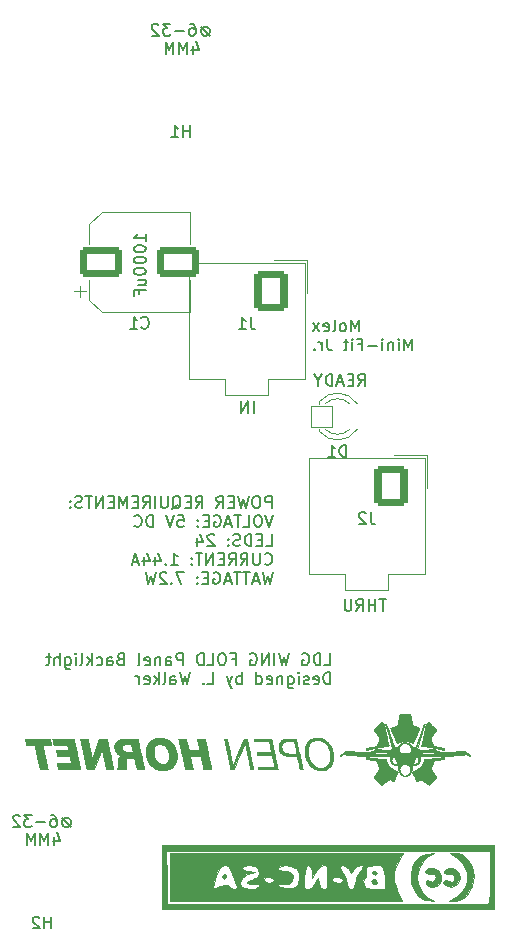
<source format=gbr>
%TF.GenerationSoftware,KiCad,Pcbnew,(6.0.9)*%
%TF.CreationDate,2022-12-26T19:48:23-09:00*%
%TF.ProjectId,PCB_ LDG WING FOLD PLACARD,5043422c-204c-4444-9720-57494e472046,rev?*%
%TF.SameCoordinates,Original*%
%TF.FileFunction,Legend,Bot*%
%TF.FilePolarity,Positive*%
%FSLAX46Y46*%
G04 Gerber Fmt 4.6, Leading zero omitted, Abs format (unit mm)*
G04 Created by KiCad (PCBNEW (6.0.9)) date 2022-12-26 19:48:23*
%MOMM*%
%LPD*%
G01*
G04 APERTURE LIST*
G04 Aperture macros list*
%AMRoundRect*
0 Rectangle with rounded corners*
0 $1 Rounding radius*
0 $2 $3 $4 $5 $6 $7 $8 $9 X,Y pos of 4 corners*
0 Add a 4 corners polygon primitive as box body*
4,1,4,$2,$3,$4,$5,$6,$7,$8,$9,$2,$3,0*
0 Add four circle primitives for the rounded corners*
1,1,$1+$1,$2,$3*
1,1,$1+$1,$4,$5*
1,1,$1+$1,$6,$7*
1,1,$1+$1,$8,$9*
0 Add four rect primitives between the rounded corners*
20,1,$1+$1,$2,$3,$4,$5,0*
20,1,$1+$1,$4,$5,$6,$7,0*
20,1,$1+$1,$6,$7,$8,$9,0*
20,1,$1+$1,$8,$9,$2,$3,0*%
G04 Aperture macros list end*
%ADD10C,0.150000*%
%ADD11C,0.120000*%
%ADD12C,0.010000*%
%ADD13RoundRect,0.300001X1.099999X1.399999X-1.099999X1.399999X-1.099999X-1.399999X1.099999X-1.399999X0*%
%ADD14O,2.800000X3.400000*%
%ADD15RoundRect,0.050000X-0.900000X-0.900000X0.900000X-0.900000X0.900000X0.900000X-0.900000X0.900000X0*%
%ADD16C,1.900000*%
%ADD17RoundRect,0.300000X-1.500000X-1.000000X1.500000X-1.000000X1.500000X1.000000X-1.500000X1.000000X0*%
%ADD18C,4.400000*%
G04 APERTURE END LIST*
D10*
X171714404Y-64632380D02*
X171714404Y-63632380D01*
X171333452Y-63632380D01*
X171238214Y-63680000D01*
X171190595Y-63727619D01*
X171142976Y-63822857D01*
X171142976Y-63965714D01*
X171190595Y-64060952D01*
X171238214Y-64108571D01*
X171333452Y-64156190D01*
X171714404Y-64156190D01*
X170523928Y-63632380D02*
X170333452Y-63632380D01*
X170238214Y-63680000D01*
X170142976Y-63775238D01*
X170095357Y-63965714D01*
X170095357Y-64299047D01*
X170142976Y-64489523D01*
X170238214Y-64584761D01*
X170333452Y-64632380D01*
X170523928Y-64632380D01*
X170619166Y-64584761D01*
X170714404Y-64489523D01*
X170762023Y-64299047D01*
X170762023Y-63965714D01*
X170714404Y-63775238D01*
X170619166Y-63680000D01*
X170523928Y-63632380D01*
X169762023Y-63632380D02*
X169523928Y-64632380D01*
X169333452Y-63918095D01*
X169142976Y-64632380D01*
X168904880Y-63632380D01*
X168523928Y-64108571D02*
X168190595Y-64108571D01*
X168047738Y-64632380D02*
X168523928Y-64632380D01*
X168523928Y-63632380D01*
X168047738Y-63632380D01*
X167047738Y-64632380D02*
X167381071Y-64156190D01*
X167619166Y-64632380D02*
X167619166Y-63632380D01*
X167238214Y-63632380D01*
X167142976Y-63680000D01*
X167095357Y-63727619D01*
X167047738Y-63822857D01*
X167047738Y-63965714D01*
X167095357Y-64060952D01*
X167142976Y-64108571D01*
X167238214Y-64156190D01*
X167619166Y-64156190D01*
X165285833Y-64632380D02*
X165619166Y-64156190D01*
X165857261Y-64632380D02*
X165857261Y-63632380D01*
X165476309Y-63632380D01*
X165381071Y-63680000D01*
X165333452Y-63727619D01*
X165285833Y-63822857D01*
X165285833Y-63965714D01*
X165333452Y-64060952D01*
X165381071Y-64108571D01*
X165476309Y-64156190D01*
X165857261Y-64156190D01*
X164857261Y-64108571D02*
X164523928Y-64108571D01*
X164381071Y-64632380D02*
X164857261Y-64632380D01*
X164857261Y-63632380D01*
X164381071Y-63632380D01*
X163285833Y-64727619D02*
X163381071Y-64680000D01*
X163476309Y-64584761D01*
X163619166Y-64441904D01*
X163714404Y-64394285D01*
X163809642Y-64394285D01*
X163762023Y-64632380D02*
X163857261Y-64584761D01*
X163952500Y-64489523D01*
X164000119Y-64299047D01*
X164000119Y-63965714D01*
X163952500Y-63775238D01*
X163857261Y-63680000D01*
X163762023Y-63632380D01*
X163571547Y-63632380D01*
X163476309Y-63680000D01*
X163381071Y-63775238D01*
X163333452Y-63965714D01*
X163333452Y-64299047D01*
X163381071Y-64489523D01*
X163476309Y-64584761D01*
X163571547Y-64632380D01*
X163762023Y-64632380D01*
X162904880Y-63632380D02*
X162904880Y-64441904D01*
X162857261Y-64537142D01*
X162809642Y-64584761D01*
X162714404Y-64632380D01*
X162523928Y-64632380D01*
X162428690Y-64584761D01*
X162381071Y-64537142D01*
X162333452Y-64441904D01*
X162333452Y-63632380D01*
X161857261Y-64632380D02*
X161857261Y-63632380D01*
X160809642Y-64632380D02*
X161142976Y-64156190D01*
X161381071Y-64632380D02*
X161381071Y-63632380D01*
X161000119Y-63632380D01*
X160904880Y-63680000D01*
X160857261Y-63727619D01*
X160809642Y-63822857D01*
X160809642Y-63965714D01*
X160857261Y-64060952D01*
X160904880Y-64108571D01*
X161000119Y-64156190D01*
X161381071Y-64156190D01*
X160381071Y-64108571D02*
X160047738Y-64108571D01*
X159904880Y-64632380D02*
X160381071Y-64632380D01*
X160381071Y-63632380D01*
X159904880Y-63632380D01*
X159476309Y-64632380D02*
X159476309Y-63632380D01*
X159142976Y-64346666D01*
X158809642Y-63632380D01*
X158809642Y-64632380D01*
X158333452Y-64108571D02*
X158000119Y-64108571D01*
X157857261Y-64632380D02*
X158333452Y-64632380D01*
X158333452Y-63632380D01*
X157857261Y-63632380D01*
X157428690Y-64632380D02*
X157428690Y-63632380D01*
X156857261Y-64632380D01*
X156857261Y-63632380D01*
X156523928Y-63632380D02*
X155952500Y-63632380D01*
X156238214Y-64632380D02*
X156238214Y-63632380D01*
X155666785Y-64584761D02*
X155523928Y-64632380D01*
X155285833Y-64632380D01*
X155190595Y-64584761D01*
X155142976Y-64537142D01*
X155095357Y-64441904D01*
X155095357Y-64346666D01*
X155142976Y-64251428D01*
X155190595Y-64203809D01*
X155285833Y-64156190D01*
X155476309Y-64108571D01*
X155571547Y-64060952D01*
X155619166Y-64013333D01*
X155666785Y-63918095D01*
X155666785Y-63822857D01*
X155619166Y-63727619D01*
X155571547Y-63680000D01*
X155476309Y-63632380D01*
X155238214Y-63632380D01*
X155095357Y-63680000D01*
X154666785Y-64537142D02*
X154619166Y-64584761D01*
X154666785Y-64632380D01*
X154714404Y-64584761D01*
X154666785Y-64537142D01*
X154666785Y-64632380D01*
X154666785Y-64013333D02*
X154619166Y-64060952D01*
X154666785Y-64108571D01*
X154714404Y-64060952D01*
X154666785Y-64013333D01*
X154666785Y-64108571D01*
X171857261Y-65242380D02*
X171523928Y-66242380D01*
X171190595Y-65242380D01*
X170666785Y-65242380D02*
X170476309Y-65242380D01*
X170381071Y-65290000D01*
X170285833Y-65385238D01*
X170238214Y-65575714D01*
X170238214Y-65909047D01*
X170285833Y-66099523D01*
X170381071Y-66194761D01*
X170476309Y-66242380D01*
X170666785Y-66242380D01*
X170762023Y-66194761D01*
X170857261Y-66099523D01*
X170904880Y-65909047D01*
X170904880Y-65575714D01*
X170857261Y-65385238D01*
X170762023Y-65290000D01*
X170666785Y-65242380D01*
X169333452Y-66242380D02*
X169809642Y-66242380D01*
X169809642Y-65242380D01*
X169142976Y-65242380D02*
X168571547Y-65242380D01*
X168857261Y-66242380D02*
X168857261Y-65242380D01*
X168285833Y-65956666D02*
X167809642Y-65956666D01*
X168381071Y-66242380D02*
X168047738Y-65242380D01*
X167714404Y-66242380D01*
X166857261Y-65290000D02*
X166952500Y-65242380D01*
X167095357Y-65242380D01*
X167238214Y-65290000D01*
X167333452Y-65385238D01*
X167381071Y-65480476D01*
X167428690Y-65670952D01*
X167428690Y-65813809D01*
X167381071Y-66004285D01*
X167333452Y-66099523D01*
X167238214Y-66194761D01*
X167095357Y-66242380D01*
X167000119Y-66242380D01*
X166857261Y-66194761D01*
X166809642Y-66147142D01*
X166809642Y-65813809D01*
X167000119Y-65813809D01*
X166381071Y-65718571D02*
X166047738Y-65718571D01*
X165904880Y-66242380D02*
X166381071Y-66242380D01*
X166381071Y-65242380D01*
X165904880Y-65242380D01*
X165476309Y-66147142D02*
X165428690Y-66194761D01*
X165476309Y-66242380D01*
X165523928Y-66194761D01*
X165476309Y-66147142D01*
X165476309Y-66242380D01*
X165476309Y-65623333D02*
X165428690Y-65670952D01*
X165476309Y-65718571D01*
X165523928Y-65670952D01*
X165476309Y-65623333D01*
X165476309Y-65718571D01*
X163762023Y-65242380D02*
X164238214Y-65242380D01*
X164285833Y-65718571D01*
X164238214Y-65670952D01*
X164142976Y-65623333D01*
X163904880Y-65623333D01*
X163809642Y-65670952D01*
X163762023Y-65718571D01*
X163714404Y-65813809D01*
X163714404Y-66051904D01*
X163762023Y-66147142D01*
X163809642Y-66194761D01*
X163904880Y-66242380D01*
X164142976Y-66242380D01*
X164238214Y-66194761D01*
X164285833Y-66147142D01*
X163428690Y-65242380D02*
X163095357Y-66242380D01*
X162762023Y-65242380D01*
X161666785Y-66242380D02*
X161666785Y-65242380D01*
X161428690Y-65242380D01*
X161285833Y-65290000D01*
X161190595Y-65385238D01*
X161142976Y-65480476D01*
X161095357Y-65670952D01*
X161095357Y-65813809D01*
X161142976Y-66004285D01*
X161190595Y-66099523D01*
X161285833Y-66194761D01*
X161428690Y-66242380D01*
X161666785Y-66242380D01*
X160095357Y-66147142D02*
X160142976Y-66194761D01*
X160285833Y-66242380D01*
X160381071Y-66242380D01*
X160523928Y-66194761D01*
X160619166Y-66099523D01*
X160666785Y-66004285D01*
X160714404Y-65813809D01*
X160714404Y-65670952D01*
X160666785Y-65480476D01*
X160619166Y-65385238D01*
X160523928Y-65290000D01*
X160381071Y-65242380D01*
X160285833Y-65242380D01*
X160142976Y-65290000D01*
X160095357Y-65337619D01*
X171238214Y-67852380D02*
X171714404Y-67852380D01*
X171714404Y-66852380D01*
X170904880Y-67328571D02*
X170571547Y-67328571D01*
X170428690Y-67852380D02*
X170904880Y-67852380D01*
X170904880Y-66852380D01*
X170428690Y-66852380D01*
X170000119Y-67852380D02*
X170000119Y-66852380D01*
X169762023Y-66852380D01*
X169619166Y-66900000D01*
X169523928Y-66995238D01*
X169476309Y-67090476D01*
X169428690Y-67280952D01*
X169428690Y-67423809D01*
X169476309Y-67614285D01*
X169523928Y-67709523D01*
X169619166Y-67804761D01*
X169762023Y-67852380D01*
X170000119Y-67852380D01*
X169047738Y-67804761D02*
X168904880Y-67852380D01*
X168666785Y-67852380D01*
X168571547Y-67804761D01*
X168523928Y-67757142D01*
X168476309Y-67661904D01*
X168476309Y-67566666D01*
X168523928Y-67471428D01*
X168571547Y-67423809D01*
X168666785Y-67376190D01*
X168857261Y-67328571D01*
X168952500Y-67280952D01*
X169000119Y-67233333D01*
X169047738Y-67138095D01*
X169047738Y-67042857D01*
X169000119Y-66947619D01*
X168952500Y-66900000D01*
X168857261Y-66852380D01*
X168619166Y-66852380D01*
X168476309Y-66900000D01*
X168047738Y-67757142D02*
X168000119Y-67804761D01*
X168047738Y-67852380D01*
X168095357Y-67804761D01*
X168047738Y-67757142D01*
X168047738Y-67852380D01*
X168047738Y-67233333D02*
X168000119Y-67280952D01*
X168047738Y-67328571D01*
X168095357Y-67280952D01*
X168047738Y-67233333D01*
X168047738Y-67328571D01*
X166857261Y-66947619D02*
X166809642Y-66900000D01*
X166714404Y-66852380D01*
X166476309Y-66852380D01*
X166381071Y-66900000D01*
X166333452Y-66947619D01*
X166285833Y-67042857D01*
X166285833Y-67138095D01*
X166333452Y-67280952D01*
X166904880Y-67852380D01*
X166285833Y-67852380D01*
X165428690Y-67185714D02*
X165428690Y-67852380D01*
X165666785Y-66804761D02*
X165904880Y-67519047D01*
X165285833Y-67519047D01*
X171142976Y-69367142D02*
X171190595Y-69414761D01*
X171333452Y-69462380D01*
X171428690Y-69462380D01*
X171571547Y-69414761D01*
X171666785Y-69319523D01*
X171714404Y-69224285D01*
X171762023Y-69033809D01*
X171762023Y-68890952D01*
X171714404Y-68700476D01*
X171666785Y-68605238D01*
X171571547Y-68510000D01*
X171428690Y-68462380D01*
X171333452Y-68462380D01*
X171190595Y-68510000D01*
X171142976Y-68557619D01*
X170714404Y-68462380D02*
X170714404Y-69271904D01*
X170666785Y-69367142D01*
X170619166Y-69414761D01*
X170523928Y-69462380D01*
X170333452Y-69462380D01*
X170238214Y-69414761D01*
X170190595Y-69367142D01*
X170142976Y-69271904D01*
X170142976Y-68462380D01*
X169095357Y-69462380D02*
X169428690Y-68986190D01*
X169666785Y-69462380D02*
X169666785Y-68462380D01*
X169285833Y-68462380D01*
X169190595Y-68510000D01*
X169142976Y-68557619D01*
X169095357Y-68652857D01*
X169095357Y-68795714D01*
X169142976Y-68890952D01*
X169190595Y-68938571D01*
X169285833Y-68986190D01*
X169666785Y-68986190D01*
X168095357Y-69462380D02*
X168428690Y-68986190D01*
X168666785Y-69462380D02*
X168666785Y-68462380D01*
X168285833Y-68462380D01*
X168190595Y-68510000D01*
X168142976Y-68557619D01*
X168095357Y-68652857D01*
X168095357Y-68795714D01*
X168142976Y-68890952D01*
X168190595Y-68938571D01*
X168285833Y-68986190D01*
X168666785Y-68986190D01*
X167666785Y-68938571D02*
X167333452Y-68938571D01*
X167190595Y-69462380D02*
X167666785Y-69462380D01*
X167666785Y-68462380D01*
X167190595Y-68462380D01*
X166762023Y-69462380D02*
X166762023Y-68462380D01*
X166190595Y-69462380D01*
X166190595Y-68462380D01*
X165857261Y-68462380D02*
X165285833Y-68462380D01*
X165571547Y-69462380D02*
X165571547Y-68462380D01*
X164952500Y-69367142D02*
X164904880Y-69414761D01*
X164952500Y-69462380D01*
X165000119Y-69414761D01*
X164952500Y-69367142D01*
X164952500Y-69462380D01*
X164952500Y-68843333D02*
X164904880Y-68890952D01*
X164952500Y-68938571D01*
X165000119Y-68890952D01*
X164952500Y-68843333D01*
X164952500Y-68938571D01*
X163190595Y-69462380D02*
X163762023Y-69462380D01*
X163476309Y-69462380D02*
X163476309Y-68462380D01*
X163571547Y-68605238D01*
X163666785Y-68700476D01*
X163762023Y-68748095D01*
X162762023Y-69367142D02*
X162714404Y-69414761D01*
X162762023Y-69462380D01*
X162809642Y-69414761D01*
X162762023Y-69367142D01*
X162762023Y-69462380D01*
X161857261Y-68795714D02*
X161857261Y-69462380D01*
X162095357Y-68414761D02*
X162333452Y-69129047D01*
X161714404Y-69129047D01*
X160904880Y-68795714D02*
X160904880Y-69462380D01*
X161142976Y-68414761D02*
X161381071Y-69129047D01*
X160762023Y-69129047D01*
X160428690Y-69176666D02*
X159952500Y-69176666D01*
X160523928Y-69462380D02*
X160190595Y-68462380D01*
X159857261Y-69462380D01*
X171809642Y-70072380D02*
X171571547Y-71072380D01*
X171381071Y-70358095D01*
X171190595Y-71072380D01*
X170952500Y-70072380D01*
X170619166Y-70786666D02*
X170142976Y-70786666D01*
X170714404Y-71072380D02*
X170381071Y-70072380D01*
X170047738Y-71072380D01*
X169857261Y-70072380D02*
X169285833Y-70072380D01*
X169571547Y-71072380D02*
X169571547Y-70072380D01*
X169095357Y-70072380D02*
X168523928Y-70072380D01*
X168809642Y-71072380D02*
X168809642Y-70072380D01*
X168238214Y-70786666D02*
X167762023Y-70786666D01*
X168333452Y-71072380D02*
X168000119Y-70072380D01*
X167666785Y-71072380D01*
X166809642Y-70120000D02*
X166904880Y-70072380D01*
X167047738Y-70072380D01*
X167190595Y-70120000D01*
X167285833Y-70215238D01*
X167333452Y-70310476D01*
X167381071Y-70500952D01*
X167381071Y-70643809D01*
X167333452Y-70834285D01*
X167285833Y-70929523D01*
X167190595Y-71024761D01*
X167047738Y-71072380D01*
X166952500Y-71072380D01*
X166809642Y-71024761D01*
X166762023Y-70977142D01*
X166762023Y-70643809D01*
X166952500Y-70643809D01*
X166333452Y-70548571D02*
X166000119Y-70548571D01*
X165857261Y-71072380D02*
X166333452Y-71072380D01*
X166333452Y-70072380D01*
X165857261Y-70072380D01*
X165428690Y-70977142D02*
X165381071Y-71024761D01*
X165428690Y-71072380D01*
X165476309Y-71024761D01*
X165428690Y-70977142D01*
X165428690Y-71072380D01*
X165428690Y-70453333D02*
X165381071Y-70500952D01*
X165428690Y-70548571D01*
X165476309Y-70500952D01*
X165428690Y-70453333D01*
X165428690Y-70548571D01*
X164285833Y-70072380D02*
X163619166Y-70072380D01*
X164047738Y-71072380D01*
X163238214Y-70977142D02*
X163190595Y-71024761D01*
X163238214Y-71072380D01*
X163285833Y-71024761D01*
X163238214Y-70977142D01*
X163238214Y-71072380D01*
X162809642Y-70167619D02*
X162762023Y-70120000D01*
X162666785Y-70072380D01*
X162428690Y-70072380D01*
X162333452Y-70120000D01*
X162285833Y-70167619D01*
X162238214Y-70262857D01*
X162238214Y-70358095D01*
X162285833Y-70500952D01*
X162857261Y-71072380D01*
X162238214Y-71072380D01*
X161904880Y-70072380D02*
X161666785Y-71072380D01*
X161476309Y-70358095D01*
X161285833Y-71072380D01*
X161047738Y-70072380D01*
X179046000Y-54300380D02*
X179379333Y-53824190D01*
X179617428Y-54300380D02*
X179617428Y-53300380D01*
X179236476Y-53300380D01*
X179141238Y-53348000D01*
X179093619Y-53395619D01*
X179046000Y-53490857D01*
X179046000Y-53633714D01*
X179093619Y-53728952D01*
X179141238Y-53776571D01*
X179236476Y-53824190D01*
X179617428Y-53824190D01*
X178617428Y-53776571D02*
X178284095Y-53776571D01*
X178141238Y-54300380D02*
X178617428Y-54300380D01*
X178617428Y-53300380D01*
X178141238Y-53300380D01*
X177760285Y-54014666D02*
X177284095Y-54014666D01*
X177855523Y-54300380D02*
X177522190Y-53300380D01*
X177188857Y-54300380D01*
X176855523Y-54300380D02*
X176855523Y-53300380D01*
X176617428Y-53300380D01*
X176474571Y-53348000D01*
X176379333Y-53443238D01*
X176331714Y-53538476D01*
X176284095Y-53728952D01*
X176284095Y-53871809D01*
X176331714Y-54062285D01*
X176379333Y-54157523D01*
X176474571Y-54252761D01*
X176617428Y-54300380D01*
X176855523Y-54300380D01*
X175665047Y-53824190D02*
X175665047Y-54300380D01*
X175998380Y-53300380D02*
X175665047Y-53824190D01*
X175331714Y-53300380D01*
X179103500Y-49685380D02*
X179103500Y-48685380D01*
X178770166Y-49399666D01*
X178436833Y-48685380D01*
X178436833Y-49685380D01*
X177817785Y-49685380D02*
X177913023Y-49637761D01*
X177960642Y-49590142D01*
X178008261Y-49494904D01*
X178008261Y-49209190D01*
X177960642Y-49113952D01*
X177913023Y-49066333D01*
X177817785Y-49018714D01*
X177674928Y-49018714D01*
X177579690Y-49066333D01*
X177532071Y-49113952D01*
X177484452Y-49209190D01*
X177484452Y-49494904D01*
X177532071Y-49590142D01*
X177579690Y-49637761D01*
X177674928Y-49685380D01*
X177817785Y-49685380D01*
X176913023Y-49685380D02*
X177008261Y-49637761D01*
X177055880Y-49542523D01*
X177055880Y-48685380D01*
X176151119Y-49637761D02*
X176246357Y-49685380D01*
X176436833Y-49685380D01*
X176532071Y-49637761D01*
X176579690Y-49542523D01*
X176579690Y-49161571D01*
X176532071Y-49066333D01*
X176436833Y-49018714D01*
X176246357Y-49018714D01*
X176151119Y-49066333D01*
X176103500Y-49161571D01*
X176103500Y-49256809D01*
X176579690Y-49352047D01*
X175770166Y-49685380D02*
X175246357Y-49018714D01*
X175770166Y-49018714D02*
X175246357Y-49685380D01*
X183627309Y-51295380D02*
X183627309Y-50295380D01*
X183293976Y-51009666D01*
X182960642Y-50295380D01*
X182960642Y-51295380D01*
X182484452Y-51295380D02*
X182484452Y-50628714D01*
X182484452Y-50295380D02*
X182532071Y-50343000D01*
X182484452Y-50390619D01*
X182436833Y-50343000D01*
X182484452Y-50295380D01*
X182484452Y-50390619D01*
X182008261Y-50628714D02*
X182008261Y-51295380D01*
X182008261Y-50723952D02*
X181960642Y-50676333D01*
X181865404Y-50628714D01*
X181722547Y-50628714D01*
X181627309Y-50676333D01*
X181579690Y-50771571D01*
X181579690Y-51295380D01*
X181103500Y-51295380D02*
X181103500Y-50628714D01*
X181103500Y-50295380D02*
X181151119Y-50343000D01*
X181103500Y-50390619D01*
X181055880Y-50343000D01*
X181103500Y-50295380D01*
X181103500Y-50390619D01*
X180627309Y-50914428D02*
X179865404Y-50914428D01*
X179055880Y-50771571D02*
X179389214Y-50771571D01*
X179389214Y-51295380D02*
X179389214Y-50295380D01*
X178913023Y-50295380D01*
X178532071Y-51295380D02*
X178532071Y-50628714D01*
X178532071Y-50295380D02*
X178579690Y-50343000D01*
X178532071Y-50390619D01*
X178484452Y-50343000D01*
X178532071Y-50295380D01*
X178532071Y-50390619D01*
X178198738Y-50628714D02*
X177817785Y-50628714D01*
X178055880Y-50295380D02*
X178055880Y-51152523D01*
X178008261Y-51247761D01*
X177913023Y-51295380D01*
X177817785Y-51295380D01*
X176436833Y-50295380D02*
X176436833Y-51009666D01*
X176484452Y-51152523D01*
X176579690Y-51247761D01*
X176722547Y-51295380D01*
X176817785Y-51295380D01*
X175960642Y-51295380D02*
X175960642Y-50628714D01*
X175960642Y-50819190D02*
X175913023Y-50723952D01*
X175865404Y-50676333D01*
X175770166Y-50628714D01*
X175674928Y-50628714D01*
X175341595Y-51200142D02*
X175293976Y-51247761D01*
X175341595Y-51295380D01*
X175389214Y-51247761D01*
X175341595Y-51200142D01*
X175341595Y-51295380D01*
X161052380Y-42026190D02*
X161052380Y-41454761D01*
X161052380Y-41740476D02*
X160052380Y-41740476D01*
X160195238Y-41645238D01*
X160290476Y-41550000D01*
X160338095Y-41454761D01*
X160052380Y-42645238D02*
X160052380Y-42740476D01*
X160100000Y-42835714D01*
X160147619Y-42883333D01*
X160242857Y-42930952D01*
X160433333Y-42978571D01*
X160671428Y-42978571D01*
X160861904Y-42930952D01*
X160957142Y-42883333D01*
X161004761Y-42835714D01*
X161052380Y-42740476D01*
X161052380Y-42645238D01*
X161004761Y-42550000D01*
X160957142Y-42502380D01*
X160861904Y-42454761D01*
X160671428Y-42407142D01*
X160433333Y-42407142D01*
X160242857Y-42454761D01*
X160147619Y-42502380D01*
X160100000Y-42550000D01*
X160052380Y-42645238D01*
X160052380Y-43597619D02*
X160052380Y-43692857D01*
X160100000Y-43788095D01*
X160147619Y-43835714D01*
X160242857Y-43883333D01*
X160433333Y-43930952D01*
X160671428Y-43930952D01*
X160861904Y-43883333D01*
X160957142Y-43835714D01*
X161004761Y-43788095D01*
X161052380Y-43692857D01*
X161052380Y-43597619D01*
X161004761Y-43502380D01*
X160957142Y-43454761D01*
X160861904Y-43407142D01*
X160671428Y-43359523D01*
X160433333Y-43359523D01*
X160242857Y-43407142D01*
X160147619Y-43454761D01*
X160100000Y-43502380D01*
X160052380Y-43597619D01*
X160052380Y-44550000D02*
X160052380Y-44645238D01*
X160100000Y-44740476D01*
X160147619Y-44788095D01*
X160242857Y-44835714D01*
X160433333Y-44883333D01*
X160671428Y-44883333D01*
X160861904Y-44835714D01*
X160957142Y-44788095D01*
X161004761Y-44740476D01*
X161052380Y-44645238D01*
X161052380Y-44550000D01*
X161004761Y-44454761D01*
X160957142Y-44407142D01*
X160861904Y-44359523D01*
X160671428Y-44311904D01*
X160433333Y-44311904D01*
X160242857Y-44359523D01*
X160147619Y-44407142D01*
X160100000Y-44454761D01*
X160052380Y-44550000D01*
X160385714Y-45740476D02*
X161052380Y-45740476D01*
X160385714Y-45311904D02*
X160909523Y-45311904D01*
X161004761Y-45359523D01*
X161052380Y-45454761D01*
X161052380Y-45597619D01*
X161004761Y-45692857D01*
X160957142Y-45740476D01*
X160528571Y-46550000D02*
X160528571Y-46216666D01*
X161052380Y-46216666D02*
X160052380Y-46216666D01*
X160052380Y-46692857D01*
X170195809Y-56586380D02*
X170195809Y-55586380D01*
X169719619Y-56586380D02*
X169719619Y-55586380D01*
X169148190Y-56586380D01*
X169148190Y-55586380D01*
X176188214Y-77947380D02*
X176664404Y-77947380D01*
X176664404Y-76947380D01*
X175854880Y-77947380D02*
X175854880Y-76947380D01*
X175616785Y-76947380D01*
X175473928Y-76995000D01*
X175378690Y-77090238D01*
X175331071Y-77185476D01*
X175283452Y-77375952D01*
X175283452Y-77518809D01*
X175331071Y-77709285D01*
X175378690Y-77804523D01*
X175473928Y-77899761D01*
X175616785Y-77947380D01*
X175854880Y-77947380D01*
X174331071Y-76995000D02*
X174426309Y-76947380D01*
X174569166Y-76947380D01*
X174712023Y-76995000D01*
X174807261Y-77090238D01*
X174854880Y-77185476D01*
X174902500Y-77375952D01*
X174902500Y-77518809D01*
X174854880Y-77709285D01*
X174807261Y-77804523D01*
X174712023Y-77899761D01*
X174569166Y-77947380D01*
X174473928Y-77947380D01*
X174331071Y-77899761D01*
X174283452Y-77852142D01*
X174283452Y-77518809D01*
X174473928Y-77518809D01*
X173188214Y-76947380D02*
X172950119Y-77947380D01*
X172759642Y-77233095D01*
X172569166Y-77947380D01*
X172331071Y-76947380D01*
X171950119Y-77947380D02*
X171950119Y-76947380D01*
X171473928Y-77947380D02*
X171473928Y-76947380D01*
X170902500Y-77947380D01*
X170902500Y-76947380D01*
X169902500Y-76995000D02*
X169997738Y-76947380D01*
X170140595Y-76947380D01*
X170283452Y-76995000D01*
X170378690Y-77090238D01*
X170426309Y-77185476D01*
X170473928Y-77375952D01*
X170473928Y-77518809D01*
X170426309Y-77709285D01*
X170378690Y-77804523D01*
X170283452Y-77899761D01*
X170140595Y-77947380D01*
X170045357Y-77947380D01*
X169902500Y-77899761D01*
X169854880Y-77852142D01*
X169854880Y-77518809D01*
X170045357Y-77518809D01*
X168331071Y-77423571D02*
X168664404Y-77423571D01*
X168664404Y-77947380D02*
X168664404Y-76947380D01*
X168188214Y-76947380D01*
X167616785Y-76947380D02*
X167426309Y-76947380D01*
X167331071Y-76995000D01*
X167235833Y-77090238D01*
X167188214Y-77280714D01*
X167188214Y-77614047D01*
X167235833Y-77804523D01*
X167331071Y-77899761D01*
X167426309Y-77947380D01*
X167616785Y-77947380D01*
X167712023Y-77899761D01*
X167807261Y-77804523D01*
X167854880Y-77614047D01*
X167854880Y-77280714D01*
X167807261Y-77090238D01*
X167712023Y-76995000D01*
X167616785Y-76947380D01*
X166283452Y-77947380D02*
X166759642Y-77947380D01*
X166759642Y-76947380D01*
X165950119Y-77947380D02*
X165950119Y-76947380D01*
X165712023Y-76947380D01*
X165569166Y-76995000D01*
X165473928Y-77090238D01*
X165426309Y-77185476D01*
X165378690Y-77375952D01*
X165378690Y-77518809D01*
X165426309Y-77709285D01*
X165473928Y-77804523D01*
X165569166Y-77899761D01*
X165712023Y-77947380D01*
X165950119Y-77947380D01*
X164188214Y-77947380D02*
X164188214Y-76947380D01*
X163807261Y-76947380D01*
X163712023Y-76995000D01*
X163664404Y-77042619D01*
X163616785Y-77137857D01*
X163616785Y-77280714D01*
X163664404Y-77375952D01*
X163712023Y-77423571D01*
X163807261Y-77471190D01*
X164188214Y-77471190D01*
X162759642Y-77947380D02*
X162759642Y-77423571D01*
X162807261Y-77328333D01*
X162902500Y-77280714D01*
X163092976Y-77280714D01*
X163188214Y-77328333D01*
X162759642Y-77899761D02*
X162854880Y-77947380D01*
X163092976Y-77947380D01*
X163188214Y-77899761D01*
X163235833Y-77804523D01*
X163235833Y-77709285D01*
X163188214Y-77614047D01*
X163092976Y-77566428D01*
X162854880Y-77566428D01*
X162759642Y-77518809D01*
X162283452Y-77280714D02*
X162283452Y-77947380D01*
X162283452Y-77375952D02*
X162235833Y-77328333D01*
X162140595Y-77280714D01*
X161997738Y-77280714D01*
X161902500Y-77328333D01*
X161854880Y-77423571D01*
X161854880Y-77947380D01*
X160997738Y-77899761D02*
X161092976Y-77947380D01*
X161283452Y-77947380D01*
X161378690Y-77899761D01*
X161426309Y-77804523D01*
X161426309Y-77423571D01*
X161378690Y-77328333D01*
X161283452Y-77280714D01*
X161092976Y-77280714D01*
X160997738Y-77328333D01*
X160950119Y-77423571D01*
X160950119Y-77518809D01*
X161426309Y-77614047D01*
X160378690Y-77947380D02*
X160473928Y-77899761D01*
X160521547Y-77804523D01*
X160521547Y-76947380D01*
X158902500Y-77423571D02*
X158759642Y-77471190D01*
X158712023Y-77518809D01*
X158664404Y-77614047D01*
X158664404Y-77756904D01*
X158712023Y-77852142D01*
X158759642Y-77899761D01*
X158854880Y-77947380D01*
X159235833Y-77947380D01*
X159235833Y-76947380D01*
X158902500Y-76947380D01*
X158807261Y-76995000D01*
X158759642Y-77042619D01*
X158712023Y-77137857D01*
X158712023Y-77233095D01*
X158759642Y-77328333D01*
X158807261Y-77375952D01*
X158902500Y-77423571D01*
X159235833Y-77423571D01*
X157807261Y-77947380D02*
X157807261Y-77423571D01*
X157854880Y-77328333D01*
X157950119Y-77280714D01*
X158140595Y-77280714D01*
X158235833Y-77328333D01*
X157807261Y-77899761D02*
X157902500Y-77947380D01*
X158140595Y-77947380D01*
X158235833Y-77899761D01*
X158283452Y-77804523D01*
X158283452Y-77709285D01*
X158235833Y-77614047D01*
X158140595Y-77566428D01*
X157902500Y-77566428D01*
X157807261Y-77518809D01*
X156902500Y-77899761D02*
X156997738Y-77947380D01*
X157188214Y-77947380D01*
X157283452Y-77899761D01*
X157331071Y-77852142D01*
X157378690Y-77756904D01*
X157378690Y-77471190D01*
X157331071Y-77375952D01*
X157283452Y-77328333D01*
X157188214Y-77280714D01*
X156997738Y-77280714D01*
X156902500Y-77328333D01*
X156473928Y-77947380D02*
X156473928Y-76947380D01*
X156378690Y-77566428D02*
X156092976Y-77947380D01*
X156092976Y-77280714D02*
X156473928Y-77661666D01*
X155521547Y-77947380D02*
X155616785Y-77899761D01*
X155664404Y-77804523D01*
X155664404Y-76947380D01*
X155140595Y-77947380D02*
X155140595Y-77280714D01*
X155140595Y-76947380D02*
X155188214Y-76995000D01*
X155140595Y-77042619D01*
X155092976Y-76995000D01*
X155140595Y-76947380D01*
X155140595Y-77042619D01*
X154235833Y-77280714D02*
X154235833Y-78090238D01*
X154283452Y-78185476D01*
X154331071Y-78233095D01*
X154426309Y-78280714D01*
X154569166Y-78280714D01*
X154664404Y-78233095D01*
X154235833Y-77899761D02*
X154331071Y-77947380D01*
X154521547Y-77947380D01*
X154616785Y-77899761D01*
X154664404Y-77852142D01*
X154712023Y-77756904D01*
X154712023Y-77471190D01*
X154664404Y-77375952D01*
X154616785Y-77328333D01*
X154521547Y-77280714D01*
X154331071Y-77280714D01*
X154235833Y-77328333D01*
X153759642Y-77947380D02*
X153759642Y-76947380D01*
X153331071Y-77947380D02*
X153331071Y-77423571D01*
X153378690Y-77328333D01*
X153473928Y-77280714D01*
X153616785Y-77280714D01*
X153712023Y-77328333D01*
X153759642Y-77375952D01*
X152997738Y-77280714D02*
X152616785Y-77280714D01*
X152854880Y-76947380D02*
X152854880Y-77804523D01*
X152807261Y-77899761D01*
X152712023Y-77947380D01*
X152616785Y-77947380D01*
X176664404Y-79557380D02*
X176664404Y-78557380D01*
X176426309Y-78557380D01*
X176283452Y-78605000D01*
X176188214Y-78700238D01*
X176140595Y-78795476D01*
X176092976Y-78985952D01*
X176092976Y-79128809D01*
X176140595Y-79319285D01*
X176188214Y-79414523D01*
X176283452Y-79509761D01*
X176426309Y-79557380D01*
X176664404Y-79557380D01*
X175283452Y-79509761D02*
X175378690Y-79557380D01*
X175569166Y-79557380D01*
X175664404Y-79509761D01*
X175712023Y-79414523D01*
X175712023Y-79033571D01*
X175664404Y-78938333D01*
X175569166Y-78890714D01*
X175378690Y-78890714D01*
X175283452Y-78938333D01*
X175235833Y-79033571D01*
X175235833Y-79128809D01*
X175712023Y-79224047D01*
X174854880Y-79509761D02*
X174759642Y-79557380D01*
X174569166Y-79557380D01*
X174473928Y-79509761D01*
X174426309Y-79414523D01*
X174426309Y-79366904D01*
X174473928Y-79271666D01*
X174569166Y-79224047D01*
X174712023Y-79224047D01*
X174807261Y-79176428D01*
X174854880Y-79081190D01*
X174854880Y-79033571D01*
X174807261Y-78938333D01*
X174712023Y-78890714D01*
X174569166Y-78890714D01*
X174473928Y-78938333D01*
X173997738Y-79557380D02*
X173997738Y-78890714D01*
X173997738Y-78557380D02*
X174045357Y-78605000D01*
X173997738Y-78652619D01*
X173950119Y-78605000D01*
X173997738Y-78557380D01*
X173997738Y-78652619D01*
X173092976Y-78890714D02*
X173092976Y-79700238D01*
X173140595Y-79795476D01*
X173188214Y-79843095D01*
X173283452Y-79890714D01*
X173426309Y-79890714D01*
X173521547Y-79843095D01*
X173092976Y-79509761D02*
X173188214Y-79557380D01*
X173378690Y-79557380D01*
X173473928Y-79509761D01*
X173521547Y-79462142D01*
X173569166Y-79366904D01*
X173569166Y-79081190D01*
X173521547Y-78985952D01*
X173473928Y-78938333D01*
X173378690Y-78890714D01*
X173188214Y-78890714D01*
X173092976Y-78938333D01*
X172616785Y-78890714D02*
X172616785Y-79557380D01*
X172616785Y-78985952D02*
X172569166Y-78938333D01*
X172473928Y-78890714D01*
X172331071Y-78890714D01*
X172235833Y-78938333D01*
X172188214Y-79033571D01*
X172188214Y-79557380D01*
X171331071Y-79509761D02*
X171426309Y-79557380D01*
X171616785Y-79557380D01*
X171712023Y-79509761D01*
X171759642Y-79414523D01*
X171759642Y-79033571D01*
X171712023Y-78938333D01*
X171616785Y-78890714D01*
X171426309Y-78890714D01*
X171331071Y-78938333D01*
X171283452Y-79033571D01*
X171283452Y-79128809D01*
X171759642Y-79224047D01*
X170426309Y-79557380D02*
X170426309Y-78557380D01*
X170426309Y-79509761D02*
X170521547Y-79557380D01*
X170712023Y-79557380D01*
X170807261Y-79509761D01*
X170854880Y-79462142D01*
X170902500Y-79366904D01*
X170902500Y-79081190D01*
X170854880Y-78985952D01*
X170807261Y-78938333D01*
X170712023Y-78890714D01*
X170521547Y-78890714D01*
X170426309Y-78938333D01*
X169188214Y-79557380D02*
X169188214Y-78557380D01*
X169188214Y-78938333D02*
X169092976Y-78890714D01*
X168902500Y-78890714D01*
X168807261Y-78938333D01*
X168759642Y-78985952D01*
X168712023Y-79081190D01*
X168712023Y-79366904D01*
X168759642Y-79462142D01*
X168807261Y-79509761D01*
X168902500Y-79557380D01*
X169092976Y-79557380D01*
X169188214Y-79509761D01*
X168378690Y-78890714D02*
X168140595Y-79557380D01*
X167902500Y-78890714D02*
X168140595Y-79557380D01*
X168235833Y-79795476D01*
X168283452Y-79843095D01*
X168378690Y-79890714D01*
X166283452Y-79557380D02*
X166759642Y-79557380D01*
X166759642Y-78557380D01*
X165950119Y-79462142D02*
X165902500Y-79509761D01*
X165950119Y-79557380D01*
X165997738Y-79509761D01*
X165950119Y-79462142D01*
X165950119Y-79557380D01*
X164807261Y-78557380D02*
X164569166Y-79557380D01*
X164378690Y-78843095D01*
X164188214Y-79557380D01*
X163950119Y-78557380D01*
X163140595Y-79557380D02*
X163140595Y-79033571D01*
X163188214Y-78938333D01*
X163283452Y-78890714D01*
X163473928Y-78890714D01*
X163569166Y-78938333D01*
X163140595Y-79509761D02*
X163235833Y-79557380D01*
X163473928Y-79557380D01*
X163569166Y-79509761D01*
X163616785Y-79414523D01*
X163616785Y-79319285D01*
X163569166Y-79224047D01*
X163473928Y-79176428D01*
X163235833Y-79176428D01*
X163140595Y-79128809D01*
X162521547Y-79557380D02*
X162616785Y-79509761D01*
X162664404Y-79414523D01*
X162664404Y-78557380D01*
X162140595Y-79557380D02*
X162140595Y-78557380D01*
X162045357Y-79176428D02*
X161759642Y-79557380D01*
X161759642Y-78890714D02*
X162140595Y-79271666D01*
X160950119Y-79509761D02*
X161045357Y-79557380D01*
X161235833Y-79557380D01*
X161331071Y-79509761D01*
X161378690Y-79414523D01*
X161378690Y-79033571D01*
X161331071Y-78938333D01*
X161235833Y-78890714D01*
X161045357Y-78890714D01*
X160950119Y-78938333D01*
X160902500Y-79033571D01*
X160902500Y-79128809D01*
X161378690Y-79224047D01*
X160473928Y-79557380D02*
X160473928Y-78890714D01*
X160473928Y-79081190D02*
X160426309Y-78985952D01*
X160378690Y-78938333D01*
X160283452Y-78890714D01*
X160188214Y-78890714D01*
X181411333Y-72350380D02*
X180839904Y-72350380D01*
X181125619Y-73350380D02*
X181125619Y-72350380D01*
X180506571Y-73350380D02*
X180506571Y-72350380D01*
X180506571Y-72826571D02*
X179935142Y-72826571D01*
X179935142Y-73350380D02*
X179935142Y-72350380D01*
X178887523Y-73350380D02*
X179220857Y-72874190D01*
X179458952Y-73350380D02*
X179458952Y-72350380D01*
X179078000Y-72350380D01*
X178982761Y-72398000D01*
X178935142Y-72445619D01*
X178887523Y-72540857D01*
X178887523Y-72683714D01*
X178935142Y-72778952D01*
X178982761Y-72826571D01*
X179078000Y-72874190D01*
X179458952Y-72874190D01*
X178458952Y-72350380D02*
X178458952Y-73159904D01*
X178411333Y-73255142D01*
X178363714Y-73302761D01*
X178268476Y-73350380D01*
X178078000Y-73350380D01*
X177982761Y-73302761D01*
X177935142Y-73255142D01*
X177887523Y-73159904D01*
X177887523Y-72350380D01*
%TO.C,J2*%
X180097333Y-65011004D02*
X180097333Y-65725290D01*
X180144952Y-65868147D01*
X180240190Y-65963385D01*
X180383047Y-66011004D01*
X180478285Y-66011004D01*
X179668761Y-65106243D02*
X179621142Y-65058624D01*
X179525904Y-65011004D01*
X179287809Y-65011004D01*
X179192571Y-65058624D01*
X179144952Y-65106243D01*
X179097333Y-65201481D01*
X179097333Y-65296719D01*
X179144952Y-65439576D01*
X179716380Y-66011004D01*
X179097333Y-66011004D01*
%TO.C,J1*%
X169937333Y-48501004D02*
X169937333Y-49215290D01*
X169984952Y-49358147D01*
X170080190Y-49453385D01*
X170223047Y-49501004D01*
X170318285Y-49501004D01*
X168937333Y-49501004D02*
X169508761Y-49501004D01*
X169223047Y-49501004D02*
X169223047Y-48501004D01*
X169318285Y-48643862D01*
X169413523Y-48739100D01*
X169508761Y-48786719D01*
%TO.C,D1*%
X178030095Y-60308380D02*
X178030095Y-59308380D01*
X177792000Y-59308380D01*
X177649142Y-59356000D01*
X177553904Y-59451238D01*
X177506285Y-59546476D01*
X177458666Y-59736952D01*
X177458666Y-59879809D01*
X177506285Y-60070285D01*
X177553904Y-60165523D01*
X177649142Y-60260761D01*
X177792000Y-60308380D01*
X178030095Y-60308380D01*
X176506285Y-60308380D02*
X177077714Y-60308380D01*
X176792000Y-60308380D02*
X176792000Y-59308380D01*
X176887238Y-59451238D01*
X176982476Y-59546476D01*
X177077714Y-59594095D01*
%TO.C,C1*%
X160691666Y-49357142D02*
X160739285Y-49404761D01*
X160882142Y-49452380D01*
X160977380Y-49452380D01*
X161120238Y-49404761D01*
X161215476Y-49309523D01*
X161263095Y-49214285D01*
X161310714Y-49023809D01*
X161310714Y-48880952D01*
X161263095Y-48690476D01*
X161215476Y-48595238D01*
X161120238Y-48500000D01*
X160977380Y-48452380D01*
X160882142Y-48452380D01*
X160739285Y-48500000D01*
X160691666Y-48547619D01*
X159739285Y-49452380D02*
X160310714Y-49452380D01*
X160025000Y-49452380D02*
X160025000Y-48452380D01*
X160120238Y-48595238D01*
X160215476Y-48690476D01*
X160310714Y-48738095D01*
%TO.C,REF\u002A\u002A*%
X153319328Y-92487775D02*
X153319328Y-93154441D01*
X153557424Y-92106822D02*
X153795519Y-92821108D01*
X153176471Y-92821108D01*
X152795519Y-93154441D02*
X152795519Y-92154441D01*
X152462186Y-92868727D01*
X152128852Y-92154441D01*
X152128852Y-93154441D01*
X151652662Y-93154441D02*
X151652662Y-92154441D01*
X151319328Y-92868727D01*
X150985995Y-92154441D01*
X150985995Y-93154441D01*
X154434805Y-90867537D02*
X154244328Y-90867537D01*
X154053852Y-90962775D01*
X153958614Y-91153251D01*
X153958614Y-91343727D01*
X154053852Y-91534203D01*
X154244328Y-91629441D01*
X154434805Y-91629441D01*
X154625281Y-91534203D01*
X154720519Y-91343727D01*
X154720519Y-91153251D01*
X154625281Y-90962775D01*
X154434805Y-90867537D01*
X153958614Y-90867537D02*
X154720519Y-91629441D01*
X153053852Y-90629441D02*
X153244328Y-90629441D01*
X153339567Y-90677061D01*
X153387186Y-90724680D01*
X153482424Y-90867537D01*
X153530043Y-91058013D01*
X153530043Y-91438965D01*
X153482424Y-91534203D01*
X153434805Y-91581822D01*
X153339567Y-91629441D01*
X153149090Y-91629441D01*
X153053852Y-91581822D01*
X153006233Y-91534203D01*
X152958614Y-91438965D01*
X152958614Y-91200870D01*
X153006233Y-91105632D01*
X153053852Y-91058013D01*
X153149090Y-91010394D01*
X153339567Y-91010394D01*
X153434805Y-91058013D01*
X153482424Y-91105632D01*
X153530043Y-91200870D01*
X152530043Y-91248489D02*
X151768138Y-91248489D01*
X151387186Y-90629441D02*
X150768138Y-90629441D01*
X151101471Y-91010394D01*
X150958614Y-91010394D01*
X150863376Y-91058013D01*
X150815757Y-91105632D01*
X150768138Y-91200870D01*
X150768138Y-91438965D01*
X150815757Y-91534203D01*
X150863376Y-91581822D01*
X150958614Y-91629441D01*
X151244328Y-91629441D01*
X151339567Y-91581822D01*
X151387186Y-91534203D01*
X150387186Y-90724680D02*
X150339567Y-90677061D01*
X150244328Y-90629441D01*
X150006233Y-90629441D01*
X149910995Y-90677061D01*
X149863376Y-90724680D01*
X149815757Y-90819918D01*
X149815757Y-90915156D01*
X149863376Y-91058013D01*
X150434805Y-91629441D01*
X149815757Y-91629441D01*
X153053852Y-100239441D02*
X153053852Y-99239441D01*
X153053852Y-99715632D02*
X152482424Y-99715632D01*
X152482424Y-100239441D02*
X152482424Y-99239441D01*
X152053852Y-99334680D02*
X152006233Y-99287061D01*
X151910995Y-99239441D01*
X151672900Y-99239441D01*
X151577662Y-99287061D01*
X151530043Y-99334680D01*
X151482424Y-99429918D01*
X151482424Y-99525156D01*
X151530043Y-99668013D01*
X152101471Y-100239441D01*
X151482424Y-100239441D01*
X164801352Y-33246941D02*
X164801352Y-32246941D01*
X164801352Y-32723132D02*
X164229924Y-32723132D01*
X164229924Y-33246941D02*
X164229924Y-32246941D01*
X163229924Y-33246941D02*
X163801352Y-33246941D01*
X163515638Y-33246941D02*
X163515638Y-32246941D01*
X163610876Y-32389799D01*
X163706114Y-32485037D01*
X163801352Y-32532656D01*
X166182305Y-23875037D02*
X165991828Y-23875037D01*
X165801352Y-23970275D01*
X165706114Y-24160751D01*
X165706114Y-24351227D01*
X165801352Y-24541703D01*
X165991828Y-24636941D01*
X166182305Y-24636941D01*
X166372781Y-24541703D01*
X166468019Y-24351227D01*
X166468019Y-24160751D01*
X166372781Y-23970275D01*
X166182305Y-23875037D01*
X165706114Y-23875037D02*
X166468019Y-24636941D01*
X164801352Y-23636941D02*
X164991828Y-23636941D01*
X165087067Y-23684561D01*
X165134686Y-23732180D01*
X165229924Y-23875037D01*
X165277543Y-24065513D01*
X165277543Y-24446465D01*
X165229924Y-24541703D01*
X165182305Y-24589322D01*
X165087067Y-24636941D01*
X164896590Y-24636941D01*
X164801352Y-24589322D01*
X164753733Y-24541703D01*
X164706114Y-24446465D01*
X164706114Y-24208370D01*
X164753733Y-24113132D01*
X164801352Y-24065513D01*
X164896590Y-24017894D01*
X165087067Y-24017894D01*
X165182305Y-24065513D01*
X165229924Y-24113132D01*
X165277543Y-24208370D01*
X164277543Y-24255989D02*
X163515638Y-24255989D01*
X163134686Y-23636941D02*
X162515638Y-23636941D01*
X162848971Y-24017894D01*
X162706114Y-24017894D01*
X162610876Y-24065513D01*
X162563257Y-24113132D01*
X162515638Y-24208370D01*
X162515638Y-24446465D01*
X162563257Y-24541703D01*
X162610876Y-24589322D01*
X162706114Y-24636941D01*
X162991828Y-24636941D01*
X163087067Y-24589322D01*
X163134686Y-24541703D01*
X162134686Y-23732180D02*
X162087067Y-23684561D01*
X161991828Y-23636941D01*
X161753733Y-23636941D01*
X161658495Y-23684561D01*
X161610876Y-23732180D01*
X161563257Y-23827418D01*
X161563257Y-23922656D01*
X161610876Y-24065513D01*
X162182305Y-24636941D01*
X161563257Y-24636941D01*
X165066828Y-25495275D02*
X165066828Y-26161941D01*
X165304924Y-25114322D02*
X165543019Y-25828608D01*
X164923971Y-25828608D01*
X164543019Y-26161941D02*
X164543019Y-25161941D01*
X164209686Y-25876227D01*
X163876352Y-25161941D01*
X163876352Y-26161941D01*
X163400162Y-26161941D02*
X163400162Y-25161941D01*
X163066828Y-25876227D01*
X162733495Y-25161941D01*
X162733495Y-26161941D01*
D11*
%TO.C,J2*%
X177954000Y-71598000D02*
X179764000Y-71598000D01*
X174854000Y-60378000D02*
X174854000Y-70198000D01*
X181574000Y-71598000D02*
X179764000Y-71598000D01*
X181574000Y-70198000D02*
X181574000Y-71598000D01*
X184674000Y-60378000D02*
X184674000Y-70198000D01*
X177954000Y-70198000D02*
X177954000Y-71598000D01*
X182064000Y-60138000D02*
X184914000Y-60138000D01*
X184914000Y-60138000D02*
X184914000Y-62988000D01*
X184674000Y-70198000D02*
X181574000Y-70198000D01*
X174854000Y-70198000D02*
X177954000Y-70198000D01*
X179764000Y-60378000D02*
X184674000Y-60378000D01*
X179764000Y-60378000D02*
X174854000Y-60378000D01*
%TO.C,J1*%
X167794000Y-55088000D02*
X169604000Y-55088000D01*
X164694000Y-43868000D02*
X164694000Y-53688000D01*
X171414000Y-55088000D02*
X169604000Y-55088000D01*
X171414000Y-53688000D02*
X171414000Y-55088000D01*
X174514000Y-43868000D02*
X174514000Y-53688000D01*
X167794000Y-53688000D02*
X167794000Y-55088000D01*
X171904000Y-43628000D02*
X174754000Y-43628000D01*
X174754000Y-43628000D02*
X174754000Y-46478000D01*
X174514000Y-53688000D02*
X171414000Y-53688000D01*
X164694000Y-53688000D02*
X167794000Y-53688000D01*
X169604000Y-43868000D02*
X174514000Y-43868000D01*
X169604000Y-43868000D02*
X164694000Y-43868000D01*
%TO.C,D1*%
X175732000Y-58132000D02*
X175732000Y-57976000D01*
X175732000Y-55816000D02*
X175732000Y-55660000D01*
X176251039Y-57976000D02*
G75*
G03*
X178333130Y-57975837I1040961J1080000D01*
G01*
X178964335Y-55817392D02*
G75*
G03*
X175732000Y-55660484I-1672335J-1078608D01*
G01*
X178333130Y-55816163D02*
G75*
G03*
X176251039Y-55816000I-1041130J-1079837D01*
G01*
X175732000Y-58131516D02*
G75*
G03*
X178964335Y-57974608I1560000J1235516D01*
G01*
%TO.C,C1*%
X156265000Y-40604437D02*
X156265000Y-42290000D01*
X157329437Y-39540000D02*
X164785000Y-39540000D01*
X156265000Y-40604437D02*
X157329437Y-39540000D01*
X155525000Y-46810000D02*
X155525000Y-45810000D01*
X164785000Y-48060000D02*
X164785000Y-45310000D01*
X156265000Y-46995563D02*
X157329437Y-48060000D01*
X164785000Y-39540000D02*
X164785000Y-42290000D01*
X155025000Y-46310000D02*
X156025000Y-46310000D01*
X157329437Y-48060000D02*
X164785000Y-48060000D01*
X156265000Y-46995563D02*
X156265000Y-45310000D01*
%TO.C,G\u002A\u002A\u002A*%
G36*
X187802935Y-93965741D02*
G01*
X188261525Y-94357063D01*
X188657122Y-94987606D01*
X188844543Y-95803033D01*
X188712677Y-96623281D01*
X188261525Y-97392937D01*
X188258701Y-97396288D01*
X187813539Y-97779346D01*
X187308557Y-97892914D01*
X186776821Y-97892286D01*
X187333632Y-97552807D01*
X187359349Y-97536675D01*
X187817582Y-97115872D01*
X188153773Y-96586218D01*
X188262489Y-96234650D01*
X188258117Y-95490113D01*
X187956857Y-94800998D01*
X187382740Y-94240418D01*
X186811176Y-93856457D01*
X187325734Y-93856457D01*
X187802935Y-93965741D01*
G37*
D12*
X187802935Y-93965741D02*
X188261525Y-94357063D01*
X188657122Y-94987606D01*
X188844543Y-95803033D01*
X188712677Y-96623281D01*
X188261525Y-97392937D01*
X188258701Y-97396288D01*
X187813539Y-97779346D01*
X187308557Y-97892914D01*
X186776821Y-97892286D01*
X187333632Y-97552807D01*
X187359349Y-97536675D01*
X187817582Y-97115872D01*
X188153773Y-96586218D01*
X188262489Y-96234650D01*
X188258117Y-95490113D01*
X187956857Y-94800998D01*
X187382740Y-94240418D01*
X186811176Y-93856457D01*
X187325734Y-93856457D01*
X187802935Y-93965741D01*
G36*
X167852980Y-95780967D02*
G01*
X167832393Y-95906294D01*
X167684768Y-96043212D01*
X167644859Y-96038682D01*
X167516556Y-95884928D01*
X167522973Y-95837734D01*
X167684768Y-95622682D01*
X167771433Y-95606858D01*
X167852980Y-95780967D01*
G37*
X167852980Y-95780967D02*
X167832393Y-95906294D01*
X167684768Y-96043212D01*
X167644859Y-96038682D01*
X167516556Y-95884928D01*
X167522973Y-95837734D01*
X167684768Y-95622682D01*
X167771433Y-95606858D01*
X167852980Y-95780967D01*
G36*
X162470199Y-98566391D02*
G01*
X162470199Y-93688245D01*
X162796858Y-93688245D01*
X162843793Y-95917053D01*
X162890729Y-98145861D01*
X176444817Y-98188903D01*
X177339855Y-98191498D01*
X179407984Y-98195567D01*
X181368002Y-98196769D01*
X183194542Y-98195236D01*
X184862235Y-98191096D01*
X186345714Y-98184480D01*
X187619612Y-98175518D01*
X188658561Y-98164341D01*
X189437193Y-98151078D01*
X189930140Y-98135859D01*
X190112036Y-98118814D01*
X190118229Y-98109401D01*
X190159985Y-97866127D01*
X190193962Y-97363081D01*
X190216806Y-96667585D01*
X190225166Y-95846965D01*
X190225166Y-93688245D01*
X162796858Y-93688245D01*
X162470199Y-93688245D01*
X162470199Y-93183610D01*
X190561590Y-93183610D01*
X190561590Y-98566391D01*
X162470199Y-98566391D01*
G37*
X162470199Y-98566391D02*
X162470199Y-93688245D01*
X162796858Y-93688245D01*
X162843793Y-95917053D01*
X162890729Y-98145861D01*
X176444817Y-98188903D01*
X177339855Y-98191498D01*
X179407984Y-98195567D01*
X181368002Y-98196769D01*
X183194542Y-98195236D01*
X184862235Y-98191096D01*
X186345714Y-98184480D01*
X187619612Y-98175518D01*
X188658561Y-98164341D01*
X189437193Y-98151078D01*
X189930140Y-98135859D01*
X190112036Y-98118814D01*
X190118229Y-98109401D01*
X190159985Y-97866127D01*
X190193962Y-97363081D01*
X190216806Y-96667585D01*
X190225166Y-95846965D01*
X190225166Y-93688245D01*
X162796858Y-93688245D01*
X162470199Y-93688245D01*
X162470199Y-93183610D01*
X190561590Y-93183610D01*
X190561590Y-98566391D01*
X162470199Y-98566391D01*
G36*
X180500168Y-95390951D02*
G01*
X180637086Y-95538576D01*
X180632556Y-95578486D01*
X180478802Y-95706788D01*
X180431608Y-95700372D01*
X180216556Y-95538576D01*
X180200732Y-95451912D01*
X180374841Y-95370364D01*
X180500168Y-95390951D01*
G37*
X180500168Y-95390951D02*
X180637086Y-95538576D01*
X180632556Y-95578486D01*
X180478802Y-95706788D01*
X180431608Y-95700372D01*
X180216556Y-95538576D01*
X180200732Y-95451912D01*
X180374841Y-95370364D01*
X180500168Y-95390951D01*
G36*
X180501650Y-96077828D02*
G01*
X180637086Y-96309548D01*
X180539991Y-96493342D01*
X180338428Y-96465099D01*
X180170999Y-96242964D01*
X180174567Y-96141017D01*
X180370751Y-96043212D01*
X180501650Y-96077828D01*
G37*
X180501650Y-96077828D02*
X180637086Y-96309548D01*
X180539991Y-96493342D01*
X180338428Y-96465099D01*
X180170999Y-96242964D01*
X180174567Y-96141017D01*
X180370751Y-96043212D01*
X180501650Y-96077828D01*
G36*
X185860260Y-95378969D02*
G01*
X186083476Y-95778970D01*
X186061880Y-96231606D01*
X185786931Y-96587325D01*
X185684096Y-96641559D01*
X185322060Y-96700295D01*
X184974607Y-96624774D01*
X184748801Y-96452771D01*
X184751703Y-96222063D01*
X184854981Y-96122448D01*
X185087360Y-96205330D01*
X185264811Y-96288551D01*
X185507395Y-96136761D01*
X185626763Y-95845082D01*
X185496354Y-95618754D01*
X185159991Y-95592236D01*
X185108847Y-95603492D01*
X184818230Y-95566362D01*
X184711923Y-95393912D01*
X184862887Y-95185922D01*
X185059541Y-95085711D01*
X185447636Y-95081697D01*
X185860260Y-95378969D01*
G37*
X185860260Y-95378969D02*
X186083476Y-95778970D01*
X186061880Y-96231606D01*
X185786931Y-96587325D01*
X185684096Y-96641559D01*
X185322060Y-96700295D01*
X184974607Y-96624774D01*
X184748801Y-96452771D01*
X184751703Y-96222063D01*
X184854981Y-96122448D01*
X185087360Y-96205330D01*
X185264811Y-96288551D01*
X185507395Y-96136761D01*
X185626763Y-95845082D01*
X185496354Y-95618754D01*
X185159991Y-95592236D01*
X185108847Y-95603492D01*
X184818230Y-95566362D01*
X184711923Y-95393912D01*
X184862887Y-95185922D01*
X185059541Y-95085711D01*
X185447636Y-95081697D01*
X185860260Y-95378969D01*
G36*
X187364880Y-95285640D02*
G01*
X187595514Y-95568046D01*
X187679718Y-96019447D01*
X187437654Y-96451727D01*
X187346370Y-96532063D01*
X186874686Y-96705677D01*
X186376794Y-96564079D01*
X186269713Y-96473228D01*
X186226598Y-96271200D01*
X186395532Y-96152750D01*
X186692715Y-96211424D01*
X186975165Y-96280238D01*
X187161779Y-96122065D01*
X187126107Y-95763755D01*
X187018401Y-95623082D01*
X186690839Y-95587806D01*
X186545306Y-95615257D01*
X186296884Y-95562909D01*
X186307983Y-95387090D01*
X186598441Y-95176179D01*
X186724240Y-95122984D01*
X187052588Y-95082805D01*
X187364880Y-95285640D01*
G37*
X187364880Y-95285640D02*
X187595514Y-95568046D01*
X187679718Y-96019447D01*
X187437654Y-96451727D01*
X187346370Y-96532063D01*
X186874686Y-96705677D01*
X186376794Y-96564079D01*
X186269713Y-96473228D01*
X186226598Y-96271200D01*
X186395532Y-96152750D01*
X186692715Y-96211424D01*
X186975165Y-96280238D01*
X187161779Y-96122065D01*
X187126107Y-95763755D01*
X187018401Y-95623082D01*
X186690839Y-95587806D01*
X186545306Y-95615257D01*
X186296884Y-95562909D01*
X186307983Y-95387090D01*
X186598441Y-95176179D01*
X186724240Y-95122984D01*
X187052588Y-95082805D01*
X187364880Y-95285640D01*
G36*
X182778084Y-97893543D02*
G01*
X163143047Y-97893543D01*
X163143047Y-96754574D01*
X166746254Y-96754574D01*
X166872033Y-96881323D01*
X167185500Y-96751745D01*
X167342690Y-96669563D01*
X167731567Y-96562655D01*
X168054565Y-96576705D01*
X168189404Y-96716060D01*
X168251370Y-96813366D01*
X168523373Y-96884272D01*
X168539987Y-96884263D01*
X168715971Y-96867537D01*
X168770702Y-96767117D01*
X168703247Y-96506662D01*
X168629209Y-96313646D01*
X169036033Y-96313646D01*
X169108661Y-96706499D01*
X169164383Y-96754739D01*
X169207281Y-96767117D01*
X169478433Y-96845357D01*
X169920892Y-96882792D01*
X170344111Y-96860548D01*
X170600442Y-96772130D01*
X170719906Y-96571559D01*
X170594312Y-96441665D01*
X170223961Y-96460225D01*
X169859261Y-96488064D01*
X169624071Y-96387508D01*
X169622255Y-96384469D01*
X169687406Y-96227670D01*
X169963143Y-96127318D01*
X171049007Y-96127318D01*
X171131314Y-96291900D01*
X171469537Y-96379636D01*
X171743839Y-96330251D01*
X171890066Y-96127318D01*
X171807759Y-95962736D01*
X171469537Y-95875000D01*
X171195234Y-95924385D01*
X171049007Y-96127318D01*
X169963143Y-96127318D01*
X170023609Y-96105312D01*
X170107694Y-96085890D01*
X170523230Y-95866062D01*
X170679864Y-95551846D01*
X170594643Y-95225527D01*
X170529233Y-95171488D01*
X172264172Y-95171488D01*
X172369291Y-95321078D01*
X172789879Y-95370364D01*
X172941853Y-95374258D01*
X173315115Y-95465739D01*
X173490642Y-95714860D01*
X173513679Y-95803407D01*
X173472928Y-96127318D01*
X173462459Y-96210534D01*
X173164279Y-96456815D01*
X172684978Y-96479744D01*
X172644499Y-96471929D01*
X172321609Y-96456753D01*
X172275925Y-96571559D01*
X172268029Y-96591403D01*
X172282516Y-96621718D01*
X172529343Y-96768316D01*
X172950798Y-96838184D01*
X173413095Y-96821117D01*
X173782451Y-96706911D01*
X173988827Y-96455978D01*
X173991225Y-96443619D01*
X174427644Y-96443619D01*
X174459442Y-96742039D01*
X174573263Y-96862117D01*
X174798380Y-96884272D01*
X175108260Y-96802452D01*
X175430183Y-96421689D01*
X175660063Y-95959106D01*
X175720675Y-96421689D01*
X175833056Y-96760667D01*
X176106537Y-96884272D01*
X176242047Y-96867183D01*
X176363850Y-96745266D01*
X176418901Y-96439969D01*
X176426992Y-96085265D01*
X176809423Y-96085265D01*
X176813838Y-96097262D01*
X177035035Y-96285313D01*
X177381254Y-96358865D01*
X177658247Y-96274590D01*
X177773315Y-96099624D01*
X177666499Y-95933637D01*
X177258830Y-95875000D01*
X176897041Y-95925184D01*
X176809423Y-96085265D01*
X176426992Y-96085265D01*
X176431788Y-95875000D01*
X176425860Y-95437874D01*
X176385634Y-95068878D01*
X176303903Y-94934322D01*
X177480101Y-94934322D01*
X177507126Y-95143695D01*
X177777484Y-95538576D01*
X178002695Y-95950056D01*
X178036778Y-96099624D01*
X178110167Y-96421689D01*
X178111249Y-96473572D01*
X178194468Y-96794663D01*
X178450331Y-96884272D01*
X178488072Y-96883360D01*
X178722489Y-96772504D01*
X178790495Y-96421689D01*
X178830819Y-96232377D01*
X179464315Y-96232377D01*
X179515887Y-96560844D01*
X179725678Y-96782169D01*
X179774624Y-96797896D01*
X180158699Y-96859369D01*
X180659238Y-96884272D01*
X181326723Y-96884272D01*
X181276275Y-95917053D01*
X181248507Y-95501187D01*
X181183907Y-95134517D01*
X181056797Y-94960312D01*
X180830242Y-94893840D01*
X180509522Y-94881496D01*
X180013108Y-94943648D01*
X179922493Y-94968893D01*
X179888376Y-94991888D01*
X179677201Y-95134221D01*
X179671235Y-95466240D01*
X179687825Y-95758983D01*
X179605256Y-95973048D01*
X179597903Y-95977778D01*
X179464315Y-96232377D01*
X178830819Y-96232377D01*
X178881828Y-95992897D01*
X179123179Y-95538576D01*
X179130195Y-95529580D01*
X179358926Y-95200677D01*
X179455862Y-94991888D01*
X179435723Y-94910174D01*
X179255154Y-94861984D01*
X178980252Y-94977486D01*
X178725298Y-95220863D01*
X178476552Y-95575998D01*
X178254767Y-95220863D01*
X178048459Y-94997105D01*
X177737021Y-94865729D01*
X177693763Y-94866454D01*
X177480101Y-94934322D01*
X176303903Y-94934322D01*
X176285322Y-94903732D01*
X176099684Y-94865729D01*
X175779796Y-95012191D01*
X175469306Y-95412417D01*
X175171032Y-95959106D01*
X175117149Y-95402282D01*
X175100117Y-95261844D01*
X174992391Y-94953351D01*
X174780308Y-94899280D01*
X174773515Y-94900644D01*
X174602577Y-95020599D01*
X174501305Y-95336713D01*
X174446904Y-95918688D01*
X174443687Y-96006362D01*
X174427644Y-96443619D01*
X173991225Y-96443619D01*
X174076076Y-96006362D01*
X173997748Y-95519533D01*
X173756132Y-95132286D01*
X173719151Y-95101664D01*
X173342494Y-94939442D01*
X172886989Y-94896751D01*
X172484647Y-94971126D01*
X172267480Y-95160100D01*
X172264172Y-95171488D01*
X170529233Y-95171488D01*
X170284613Y-94969393D01*
X169766821Y-94865729D01*
X169347964Y-94933350D01*
X169186855Y-95100951D01*
X169318270Y-95288148D01*
X169745364Y-95414296D01*
X170292053Y-95479543D01*
X169743182Y-95614629D01*
X169616866Y-95654538D01*
X169225529Y-95928415D01*
X169036033Y-96313646D01*
X168629209Y-96313646D01*
X168512671Y-96009832D01*
X168355965Y-95615063D01*
X168171308Y-95186781D01*
X168031422Y-94963775D01*
X167888410Y-94879079D01*
X167694378Y-94865729D01*
X167548496Y-94910242D01*
X167293508Y-95203187D01*
X167009467Y-95796939D01*
X166806489Y-96362429D01*
X166746254Y-96754574D01*
X163143047Y-96754574D01*
X163143047Y-93856457D01*
X182812495Y-93856457D01*
X182490234Y-94403146D01*
X182467460Y-94442239D01*
X182105006Y-95337674D01*
X182072746Y-96210934D01*
X182298668Y-96884272D01*
X182369217Y-97094537D01*
X182778084Y-97893543D01*
G37*
X182778084Y-97893543D02*
X163143047Y-97893543D01*
X163143047Y-96754574D01*
X166746254Y-96754574D01*
X166872033Y-96881323D01*
X167185500Y-96751745D01*
X167342690Y-96669563D01*
X167731567Y-96562655D01*
X168054565Y-96576705D01*
X168189404Y-96716060D01*
X168251370Y-96813366D01*
X168523373Y-96884272D01*
X168539987Y-96884263D01*
X168715971Y-96867537D01*
X168770702Y-96767117D01*
X168703247Y-96506662D01*
X168629209Y-96313646D01*
X169036033Y-96313646D01*
X169108661Y-96706499D01*
X169164383Y-96754739D01*
X169207281Y-96767117D01*
X169478433Y-96845357D01*
X169920892Y-96882792D01*
X170344111Y-96860548D01*
X170600442Y-96772130D01*
X170719906Y-96571559D01*
X170594312Y-96441665D01*
X170223961Y-96460225D01*
X169859261Y-96488064D01*
X169624071Y-96387508D01*
X169622255Y-96384469D01*
X169687406Y-96227670D01*
X169963143Y-96127318D01*
X171049007Y-96127318D01*
X171131314Y-96291900D01*
X171469537Y-96379636D01*
X171743839Y-96330251D01*
X171890066Y-96127318D01*
X171807759Y-95962736D01*
X171469537Y-95875000D01*
X171195234Y-95924385D01*
X171049007Y-96127318D01*
X169963143Y-96127318D01*
X170023609Y-96105312D01*
X170107694Y-96085890D01*
X170523230Y-95866062D01*
X170679864Y-95551846D01*
X170594643Y-95225527D01*
X170529233Y-95171488D01*
X172264172Y-95171488D01*
X172369291Y-95321078D01*
X172789879Y-95370364D01*
X172941853Y-95374258D01*
X173315115Y-95465739D01*
X173490642Y-95714860D01*
X173513679Y-95803407D01*
X173472928Y-96127318D01*
X173462459Y-96210534D01*
X173164279Y-96456815D01*
X172684978Y-96479744D01*
X172644499Y-96471929D01*
X172321609Y-96456753D01*
X172275925Y-96571559D01*
X172268029Y-96591403D01*
X172282516Y-96621718D01*
X172529343Y-96768316D01*
X172950798Y-96838184D01*
X173413095Y-96821117D01*
X173782451Y-96706911D01*
X173988827Y-96455978D01*
X173991225Y-96443619D01*
X174427644Y-96443619D01*
X174459442Y-96742039D01*
X174573263Y-96862117D01*
X174798380Y-96884272D01*
X175108260Y-96802452D01*
X175430183Y-96421689D01*
X175660063Y-95959106D01*
X175720675Y-96421689D01*
X175833056Y-96760667D01*
X176106537Y-96884272D01*
X176242047Y-96867183D01*
X176363850Y-96745266D01*
X176418901Y-96439969D01*
X176426992Y-96085265D01*
X176809423Y-96085265D01*
X176813838Y-96097262D01*
X177035035Y-96285313D01*
X177381254Y-96358865D01*
X177658247Y-96274590D01*
X177773315Y-96099624D01*
X177666499Y-95933637D01*
X177258830Y-95875000D01*
X176897041Y-95925184D01*
X176809423Y-96085265D01*
X176426992Y-96085265D01*
X176431788Y-95875000D01*
X176425860Y-95437874D01*
X176385634Y-95068878D01*
X176303903Y-94934322D01*
X177480101Y-94934322D01*
X177507126Y-95143695D01*
X177777484Y-95538576D01*
X178002695Y-95950056D01*
X178036778Y-96099624D01*
X178110167Y-96421689D01*
X178111249Y-96473572D01*
X178194468Y-96794663D01*
X178450331Y-96884272D01*
X178488072Y-96883360D01*
X178722489Y-96772504D01*
X178790495Y-96421689D01*
X178830819Y-96232377D01*
X179464315Y-96232377D01*
X179515887Y-96560844D01*
X179725678Y-96782169D01*
X179774624Y-96797896D01*
X180158699Y-96859369D01*
X180659238Y-96884272D01*
X181326723Y-96884272D01*
X181276275Y-95917053D01*
X181248507Y-95501187D01*
X181183907Y-95134517D01*
X181056797Y-94960312D01*
X180830242Y-94893840D01*
X180509522Y-94881496D01*
X180013108Y-94943648D01*
X179922493Y-94968893D01*
X179888376Y-94991888D01*
X179677201Y-95134221D01*
X179671235Y-95466240D01*
X179687825Y-95758983D01*
X179605256Y-95973048D01*
X179597903Y-95977778D01*
X179464315Y-96232377D01*
X178830819Y-96232377D01*
X178881828Y-95992897D01*
X179123179Y-95538576D01*
X179130195Y-95529580D01*
X179358926Y-95200677D01*
X179455862Y-94991888D01*
X179435723Y-94910174D01*
X179255154Y-94861984D01*
X178980252Y-94977486D01*
X178725298Y-95220863D01*
X178476552Y-95575998D01*
X178254767Y-95220863D01*
X178048459Y-94997105D01*
X177737021Y-94865729D01*
X177693763Y-94866454D01*
X177480101Y-94934322D01*
X176303903Y-94934322D01*
X176285322Y-94903732D01*
X176099684Y-94865729D01*
X175779796Y-95012191D01*
X175469306Y-95412417D01*
X175171032Y-95959106D01*
X175117149Y-95402282D01*
X175100117Y-95261844D01*
X174992391Y-94953351D01*
X174780308Y-94899280D01*
X174773515Y-94900644D01*
X174602577Y-95020599D01*
X174501305Y-95336713D01*
X174446904Y-95918688D01*
X174443687Y-96006362D01*
X174427644Y-96443619D01*
X173991225Y-96443619D01*
X174076076Y-96006362D01*
X173997748Y-95519533D01*
X173756132Y-95132286D01*
X173719151Y-95101664D01*
X173342494Y-94939442D01*
X172886989Y-94896751D01*
X172484647Y-94971126D01*
X172267480Y-95160100D01*
X172264172Y-95171488D01*
X170529233Y-95171488D01*
X170284613Y-94969393D01*
X169766821Y-94865729D01*
X169347964Y-94933350D01*
X169186855Y-95100951D01*
X169318270Y-95288148D01*
X169745364Y-95414296D01*
X170292053Y-95479543D01*
X169743182Y-95614629D01*
X169616866Y-95654538D01*
X169225529Y-95928415D01*
X169036033Y-96313646D01*
X168629209Y-96313646D01*
X168512671Y-96009832D01*
X168355965Y-95615063D01*
X168171308Y-95186781D01*
X168031422Y-94963775D01*
X167888410Y-94879079D01*
X167694378Y-94865729D01*
X167548496Y-94910242D01*
X167293508Y-95203187D01*
X167009467Y-95796939D01*
X166806489Y-96362429D01*
X166746254Y-96754574D01*
X163143047Y-96754574D01*
X163143047Y-93856457D01*
X182812495Y-93856457D01*
X182490234Y-94403146D01*
X182467460Y-94442239D01*
X182105006Y-95337674D01*
X182072746Y-96210934D01*
X182298668Y-96884272D01*
X182369217Y-97094537D01*
X182778084Y-97893543D01*
G36*
X184989200Y-94131742D02*
G01*
X184589392Y-94464361D01*
X184186738Y-95092342D01*
X184023118Y-95803152D01*
X184098950Y-96517327D01*
X184414657Y-97155403D01*
X184970658Y-97637916D01*
X185431126Y-97895453D01*
X184847754Y-97852445D01*
X184588178Y-97805883D01*
X184088394Y-97514053D01*
X183740676Y-97023636D01*
X183545025Y-96405780D01*
X183501439Y-95731631D01*
X183609919Y-95072337D01*
X183870464Y-94499044D01*
X184283076Y-94082900D01*
X184847754Y-93895050D01*
X185431126Y-93849537D01*
X184989200Y-94131742D01*
G37*
X184989200Y-94131742D02*
X184589392Y-94464361D01*
X184186738Y-95092342D01*
X184023118Y-95803152D01*
X184098950Y-96517327D01*
X184414657Y-97155403D01*
X184970658Y-97637916D01*
X185431126Y-97895453D01*
X184847754Y-97852445D01*
X184588178Y-97805883D01*
X184088394Y-97514053D01*
X183740676Y-97023636D01*
X183545025Y-96405780D01*
X183501439Y-95731631D01*
X183609919Y-95072337D01*
X183870464Y-94499044D01*
X184283076Y-94082900D01*
X184847754Y-93895050D01*
X185431126Y-93849537D01*
X184989200Y-94131742D01*
G36*
X154159625Y-84158668D02*
G01*
X154255022Y-84158677D01*
X154342597Y-84158695D01*
X154422686Y-84158725D01*
X154495622Y-84158770D01*
X154561740Y-84158832D01*
X154621374Y-84158915D01*
X154674858Y-84159020D01*
X154722526Y-84159152D01*
X154764713Y-84159311D01*
X154801753Y-84159502D01*
X154833981Y-84159727D01*
X154861729Y-84159989D01*
X154885334Y-84160290D01*
X154905128Y-84160634D01*
X154921446Y-84161022D01*
X154934623Y-84161458D01*
X154944992Y-84161944D01*
X154952889Y-84162484D01*
X154958646Y-84163079D01*
X154962599Y-84163733D01*
X154965081Y-84164449D01*
X154966427Y-84165228D01*
X154966971Y-84166074D01*
X154967245Y-84167265D01*
X154969091Y-84175734D01*
X154972596Y-84192019D01*
X154977695Y-84215803D01*
X154984318Y-84246769D01*
X154992400Y-84284600D01*
X155001872Y-84328980D01*
X155012668Y-84379591D01*
X155024718Y-84436117D01*
X155037957Y-84498240D01*
X155052316Y-84565644D01*
X155067727Y-84638013D01*
X155084125Y-84715028D01*
X155101440Y-84796373D01*
X155119605Y-84881732D01*
X155138554Y-84970787D01*
X155158218Y-85063221D01*
X155178530Y-85158718D01*
X155199422Y-85256961D01*
X155220827Y-85357633D01*
X155242678Y-85460416D01*
X155252923Y-85508612D01*
X155274579Y-85610480D01*
X155295759Y-85710101D01*
X155316396Y-85807156D01*
X155336421Y-85901329D01*
X155355768Y-85992301D01*
X155374368Y-86079755D01*
X155392154Y-86163374D01*
X155409059Y-86242839D01*
X155425015Y-86317833D01*
X155439954Y-86388040D01*
X155453809Y-86453140D01*
X155466513Y-86512817D01*
X155477996Y-86566752D01*
X155488193Y-86614629D01*
X155497036Y-86656130D01*
X155504456Y-86690937D01*
X155510386Y-86718732D01*
X155514759Y-86739199D01*
X155517508Y-86752019D01*
X155518563Y-86756875D01*
X155520884Y-86766400D01*
X153646567Y-86766400D01*
X153592376Y-86513458D01*
X153591857Y-86511038D01*
X153582192Y-86465966D01*
X153573021Y-86423278D01*
X153564505Y-86383710D01*
X153556802Y-86348000D01*
X153550073Y-86316884D01*
X153544476Y-86291100D01*
X153540171Y-86271385D01*
X153537317Y-86258475D01*
X153536074Y-86253108D01*
X153536003Y-86252413D01*
X153536587Y-86251457D01*
X153538357Y-86250597D01*
X153541715Y-86249827D01*
X153547068Y-86249141D01*
X153554819Y-86248536D01*
X153565373Y-86248006D01*
X153579136Y-86247546D01*
X153596510Y-86247151D01*
X153617901Y-86246817D01*
X153643713Y-86246538D01*
X153674351Y-86246309D01*
X153710220Y-86246126D01*
X153751723Y-86245983D01*
X153799266Y-86245876D01*
X153853253Y-86245799D01*
X153914089Y-86245748D01*
X153982177Y-86245718D01*
X154057923Y-86245703D01*
X154141731Y-86245699D01*
X154202567Y-86245686D01*
X154285537Y-86245621D01*
X154362433Y-86245501D01*
X154433038Y-86245330D01*
X154497135Y-86245108D01*
X154554506Y-86244837D01*
X154604934Y-86244519D01*
X154648200Y-86244153D01*
X154684088Y-86243743D01*
X154712379Y-86243290D01*
X154732857Y-86242794D01*
X154745303Y-86242258D01*
X154749500Y-86241683D01*
X154749253Y-86240217D01*
X154747556Y-86231562D01*
X154744395Y-86215894D01*
X154739942Y-86194042D01*
X154734368Y-86166834D01*
X154727845Y-86135100D01*
X154720545Y-86099667D01*
X154712639Y-86061364D01*
X154704299Y-86021020D01*
X154695697Y-85979464D01*
X154687004Y-85937523D01*
X154678392Y-85896027D01*
X154670033Y-85855804D01*
X154662099Y-85817683D01*
X154654760Y-85782492D01*
X154648190Y-85751060D01*
X154642558Y-85724215D01*
X154638038Y-85702786D01*
X154634801Y-85687602D01*
X154633018Y-85679491D01*
X154630805Y-85669966D01*
X154101719Y-85669966D01*
X154036226Y-85669939D01*
X153972404Y-85669859D01*
X153911472Y-85669730D01*
X153853936Y-85669554D01*
X153800305Y-85669335D01*
X153751085Y-85669077D01*
X153706782Y-85668783D01*
X153667905Y-85668456D01*
X153634959Y-85668100D01*
X153608452Y-85667718D01*
X153588891Y-85667313D01*
X153576782Y-85666889D01*
X153572633Y-85666449D01*
X153572019Y-85662990D01*
X153569802Y-85651872D01*
X153566118Y-85633841D01*
X153561120Y-85609637D01*
X153554961Y-85580002D01*
X153547797Y-85545678D01*
X153539782Y-85507404D01*
X153531068Y-85465922D01*
X153521812Y-85421974D01*
X153514183Y-85385804D01*
X153505222Y-85343312D01*
X153496865Y-85303681D01*
X153489275Y-85267687D01*
X153482617Y-85236104D01*
X153477053Y-85209706D01*
X153472746Y-85189269D01*
X153469860Y-85175567D01*
X153468559Y-85169375D01*
X153466127Y-85157733D01*
X153993513Y-85157733D01*
X154062092Y-85157722D01*
X154135766Y-85157679D01*
X154201659Y-85157599D01*
X154260143Y-85157479D01*
X154311589Y-85157315D01*
X154356370Y-85157104D01*
X154394856Y-85156841D01*
X154427420Y-85156523D01*
X154454434Y-85156146D01*
X154476268Y-85155707D01*
X154493295Y-85155201D01*
X154505886Y-85154626D01*
X154514413Y-85153976D01*
X154519248Y-85153249D01*
X154520762Y-85152441D01*
X154520326Y-85149802D01*
X154518299Y-85139499D01*
X154514764Y-85122207D01*
X154509880Y-85098687D01*
X154503807Y-85069700D01*
X154496705Y-85036008D01*
X154488733Y-84998373D01*
X154480051Y-84957555D01*
X154470819Y-84914316D01*
X154421013Y-84681483D01*
X153844423Y-84680409D01*
X153805444Y-84680329D01*
X153737571Y-84680149D01*
X153672337Y-84679926D01*
X153610227Y-84679665D01*
X153551729Y-84679368D01*
X153497326Y-84679041D01*
X153447504Y-84678687D01*
X153402750Y-84678309D01*
X153363549Y-84677912D01*
X153330386Y-84677500D01*
X153303748Y-84677077D01*
X153284119Y-84676645D01*
X153271986Y-84676210D01*
X153267833Y-84675776D01*
X153267828Y-84675703D01*
X153266861Y-84670435D01*
X153264318Y-84657658D01*
X153260350Y-84638092D01*
X153255104Y-84612462D01*
X153248730Y-84581488D01*
X153241376Y-84545895D01*
X153233190Y-84506403D01*
X153224321Y-84463736D01*
X153214919Y-84418616D01*
X153214178Y-84415067D01*
X153204813Y-84370124D01*
X153195993Y-84327701D01*
X153187867Y-84288518D01*
X153180583Y-84253296D01*
X153174291Y-84222757D01*
X153169138Y-84197621D01*
X153165273Y-84178609D01*
X153162845Y-84166442D01*
X153162002Y-84161841D01*
X153165803Y-84161549D01*
X153177692Y-84161252D01*
X153197288Y-84160963D01*
X153224203Y-84160685D01*
X153258049Y-84160419D01*
X153298437Y-84160167D01*
X153344979Y-84159929D01*
X153397286Y-84159708D01*
X153454971Y-84159504D01*
X153517644Y-84159319D01*
X153584918Y-84159154D01*
X153656403Y-84159010D01*
X153731712Y-84158890D01*
X153810456Y-84158794D01*
X153892247Y-84158724D01*
X153976696Y-84158681D01*
X154063415Y-84158666D01*
X154159625Y-84158668D01*
G37*
X154159625Y-84158668D02*
X154255022Y-84158677D01*
X154342597Y-84158695D01*
X154422686Y-84158725D01*
X154495622Y-84158770D01*
X154561740Y-84158832D01*
X154621374Y-84158915D01*
X154674858Y-84159020D01*
X154722526Y-84159152D01*
X154764713Y-84159311D01*
X154801753Y-84159502D01*
X154833981Y-84159727D01*
X154861729Y-84159989D01*
X154885334Y-84160290D01*
X154905128Y-84160634D01*
X154921446Y-84161022D01*
X154934623Y-84161458D01*
X154944992Y-84161944D01*
X154952889Y-84162484D01*
X154958646Y-84163079D01*
X154962599Y-84163733D01*
X154965081Y-84164449D01*
X154966427Y-84165228D01*
X154966971Y-84166074D01*
X154967245Y-84167265D01*
X154969091Y-84175734D01*
X154972596Y-84192019D01*
X154977695Y-84215803D01*
X154984318Y-84246769D01*
X154992400Y-84284600D01*
X155001872Y-84328980D01*
X155012668Y-84379591D01*
X155024718Y-84436117D01*
X155037957Y-84498240D01*
X155052316Y-84565644D01*
X155067727Y-84638013D01*
X155084125Y-84715028D01*
X155101440Y-84796373D01*
X155119605Y-84881732D01*
X155138554Y-84970787D01*
X155158218Y-85063221D01*
X155178530Y-85158718D01*
X155199422Y-85256961D01*
X155220827Y-85357633D01*
X155242678Y-85460416D01*
X155252923Y-85508612D01*
X155274579Y-85610480D01*
X155295759Y-85710101D01*
X155316396Y-85807156D01*
X155336421Y-85901329D01*
X155355768Y-85992301D01*
X155374368Y-86079755D01*
X155392154Y-86163374D01*
X155409059Y-86242839D01*
X155425015Y-86317833D01*
X155439954Y-86388040D01*
X155453809Y-86453140D01*
X155466513Y-86512817D01*
X155477996Y-86566752D01*
X155488193Y-86614629D01*
X155497036Y-86656130D01*
X155504456Y-86690937D01*
X155510386Y-86718732D01*
X155514759Y-86739199D01*
X155517508Y-86752019D01*
X155518563Y-86756875D01*
X155520884Y-86766400D01*
X153646567Y-86766400D01*
X153592376Y-86513458D01*
X153591857Y-86511038D01*
X153582192Y-86465966D01*
X153573021Y-86423278D01*
X153564505Y-86383710D01*
X153556802Y-86348000D01*
X153550073Y-86316884D01*
X153544476Y-86291100D01*
X153540171Y-86271385D01*
X153537317Y-86258475D01*
X153536074Y-86253108D01*
X153536003Y-86252413D01*
X153536587Y-86251457D01*
X153538357Y-86250597D01*
X153541715Y-86249827D01*
X153547068Y-86249141D01*
X153554819Y-86248536D01*
X153565373Y-86248006D01*
X153579136Y-86247546D01*
X153596510Y-86247151D01*
X153617901Y-86246817D01*
X153643713Y-86246538D01*
X153674351Y-86246309D01*
X153710220Y-86246126D01*
X153751723Y-86245983D01*
X153799266Y-86245876D01*
X153853253Y-86245799D01*
X153914089Y-86245748D01*
X153982177Y-86245718D01*
X154057923Y-86245703D01*
X154141731Y-86245699D01*
X154202567Y-86245686D01*
X154285537Y-86245621D01*
X154362433Y-86245501D01*
X154433038Y-86245330D01*
X154497135Y-86245108D01*
X154554506Y-86244837D01*
X154604934Y-86244519D01*
X154648200Y-86244153D01*
X154684088Y-86243743D01*
X154712379Y-86243290D01*
X154732857Y-86242794D01*
X154745303Y-86242258D01*
X154749500Y-86241683D01*
X154749253Y-86240217D01*
X154747556Y-86231562D01*
X154744395Y-86215894D01*
X154739942Y-86194042D01*
X154734368Y-86166834D01*
X154727845Y-86135100D01*
X154720545Y-86099667D01*
X154712639Y-86061364D01*
X154704299Y-86021020D01*
X154695697Y-85979464D01*
X154687004Y-85937523D01*
X154678392Y-85896027D01*
X154670033Y-85855804D01*
X154662099Y-85817683D01*
X154654760Y-85782492D01*
X154648190Y-85751060D01*
X154642558Y-85724215D01*
X154638038Y-85702786D01*
X154634801Y-85687602D01*
X154633018Y-85679491D01*
X154630805Y-85669966D01*
X154101719Y-85669966D01*
X154036226Y-85669939D01*
X153972404Y-85669859D01*
X153911472Y-85669730D01*
X153853936Y-85669554D01*
X153800305Y-85669335D01*
X153751085Y-85669077D01*
X153706782Y-85668783D01*
X153667905Y-85668456D01*
X153634959Y-85668100D01*
X153608452Y-85667718D01*
X153588891Y-85667313D01*
X153576782Y-85666889D01*
X153572633Y-85666449D01*
X153572019Y-85662990D01*
X153569802Y-85651872D01*
X153566118Y-85633841D01*
X153561120Y-85609637D01*
X153554961Y-85580002D01*
X153547797Y-85545678D01*
X153539782Y-85507404D01*
X153531068Y-85465922D01*
X153521812Y-85421974D01*
X153514183Y-85385804D01*
X153505222Y-85343312D01*
X153496865Y-85303681D01*
X153489275Y-85267687D01*
X153482617Y-85236104D01*
X153477053Y-85209706D01*
X153472746Y-85189269D01*
X153469860Y-85175567D01*
X153468559Y-85169375D01*
X153466127Y-85157733D01*
X153993513Y-85157733D01*
X154062092Y-85157722D01*
X154135766Y-85157679D01*
X154201659Y-85157599D01*
X154260143Y-85157479D01*
X154311589Y-85157315D01*
X154356370Y-85157104D01*
X154394856Y-85156841D01*
X154427420Y-85156523D01*
X154454434Y-85156146D01*
X154476268Y-85155707D01*
X154493295Y-85155201D01*
X154505886Y-85154626D01*
X154514413Y-85153976D01*
X154519248Y-85153249D01*
X154520762Y-85152441D01*
X154520326Y-85149802D01*
X154518299Y-85139499D01*
X154514764Y-85122207D01*
X154509880Y-85098687D01*
X154503807Y-85069700D01*
X154496705Y-85036008D01*
X154488733Y-84998373D01*
X154480051Y-84957555D01*
X154470819Y-84914316D01*
X154421013Y-84681483D01*
X153844423Y-84680409D01*
X153805444Y-84680329D01*
X153737571Y-84680149D01*
X153672337Y-84679926D01*
X153610227Y-84679665D01*
X153551729Y-84679368D01*
X153497326Y-84679041D01*
X153447504Y-84678687D01*
X153402750Y-84678309D01*
X153363549Y-84677912D01*
X153330386Y-84677500D01*
X153303748Y-84677077D01*
X153284119Y-84676645D01*
X153271986Y-84676210D01*
X153267833Y-84675776D01*
X153267828Y-84675703D01*
X153266861Y-84670435D01*
X153264318Y-84657658D01*
X153260350Y-84638092D01*
X153255104Y-84612462D01*
X153248730Y-84581488D01*
X153241376Y-84545895D01*
X153233190Y-84506403D01*
X153224321Y-84463736D01*
X153214919Y-84418616D01*
X153214178Y-84415067D01*
X153204813Y-84370124D01*
X153195993Y-84327701D01*
X153187867Y-84288518D01*
X153180583Y-84253296D01*
X153174291Y-84222757D01*
X153169138Y-84197621D01*
X153165273Y-84178609D01*
X153162845Y-84166442D01*
X153162002Y-84161841D01*
X153165803Y-84161549D01*
X153177692Y-84161252D01*
X153197288Y-84160963D01*
X153224203Y-84160685D01*
X153258049Y-84160419D01*
X153298437Y-84160167D01*
X153344979Y-84159929D01*
X153397286Y-84159708D01*
X153454971Y-84159504D01*
X153517644Y-84159319D01*
X153584918Y-84159154D01*
X153656403Y-84159010D01*
X153731712Y-84158890D01*
X153810456Y-84158794D01*
X153892247Y-84158724D01*
X153976696Y-84158681D01*
X154063415Y-84158666D01*
X154159625Y-84158668D01*
G36*
X164491754Y-84160783D02*
G01*
X164590030Y-84625189D01*
X164593759Y-84642808D01*
X164606649Y-84703648D01*
X164619047Y-84762074D01*
X164630838Y-84817552D01*
X164641908Y-84869549D01*
X164652144Y-84917530D01*
X164661430Y-84960962D01*
X164669653Y-84999312D01*
X164676698Y-85032045D01*
X164682452Y-85058629D01*
X164686799Y-85078530D01*
X164689627Y-85091214D01*
X164690820Y-85096147D01*
X164691655Y-85097066D01*
X164694035Y-85098011D01*
X164698376Y-85098846D01*
X164705145Y-85099577D01*
X164714804Y-85100211D01*
X164727820Y-85100754D01*
X164744657Y-85101214D01*
X164765779Y-85101598D01*
X164791651Y-85101911D01*
X164822737Y-85102160D01*
X164859502Y-85102353D01*
X164902411Y-85102496D01*
X164951929Y-85102595D01*
X165008519Y-85102657D01*
X165072646Y-85102690D01*
X165144776Y-85102700D01*
X165596218Y-85102700D01*
X165593776Y-85092973D01*
X165593000Y-85089488D01*
X165590569Y-85078217D01*
X165586648Y-85059886D01*
X165581372Y-85035134D01*
X165574877Y-85004601D01*
X165567297Y-84968925D01*
X165558768Y-84928747D01*
X165549425Y-84884704D01*
X165539404Y-84837438D01*
X165528839Y-84787586D01*
X165517867Y-84735788D01*
X165506622Y-84682683D01*
X165495240Y-84628911D01*
X165483856Y-84575111D01*
X165472605Y-84521922D01*
X165461622Y-84469983D01*
X165451044Y-84419934D01*
X165441004Y-84372414D01*
X165431639Y-84328063D01*
X165423084Y-84287518D01*
X165415474Y-84251421D01*
X165408944Y-84220410D01*
X165403630Y-84195124D01*
X165399666Y-84176202D01*
X165397189Y-84164285D01*
X165396333Y-84160010D01*
X165396833Y-84159937D01*
X165403733Y-84159730D01*
X165418245Y-84159534D01*
X165439730Y-84159351D01*
X165467552Y-84159185D01*
X165501076Y-84159037D01*
X165539663Y-84158910D01*
X165582679Y-84158807D01*
X165629485Y-84158731D01*
X165679446Y-84158683D01*
X165731925Y-84158666D01*
X166067517Y-84158666D01*
X166329497Y-85397974D01*
X166350578Y-85497703D01*
X166371682Y-85597536D01*
X166392340Y-85695262D01*
X166412480Y-85790539D01*
X166432029Y-85883025D01*
X166450916Y-85972374D01*
X166469067Y-86058245D01*
X166486410Y-86140294D01*
X166502872Y-86218177D01*
X166518381Y-86291553D01*
X166532864Y-86360076D01*
X166546249Y-86423405D01*
X166558463Y-86481196D01*
X166569434Y-86533106D01*
X166579089Y-86578792D01*
X166587355Y-86617910D01*
X166594160Y-86650117D01*
X166599432Y-86675070D01*
X166603098Y-86692426D01*
X166605085Y-86701841D01*
X166618695Y-86766400D01*
X165947584Y-86766400D01*
X165945230Y-86756875D01*
X165945161Y-86756581D01*
X165943743Y-86750059D01*
X165940700Y-86735833D01*
X165936139Y-86714402D01*
X165930166Y-86686268D01*
X165922887Y-86651930D01*
X165914407Y-86611889D01*
X165904832Y-86566645D01*
X165894269Y-86516699D01*
X165882822Y-86462551D01*
X165870599Y-86404702D01*
X165857705Y-86343652D01*
X165844246Y-86279901D01*
X165830328Y-86213949D01*
X165828015Y-86202989D01*
X165814171Y-86137414D01*
X165800805Y-86074150D01*
X165788023Y-86013694D01*
X165775929Y-85956546D01*
X165764630Y-85903201D01*
X165754230Y-85854159D01*
X165744837Y-85809917D01*
X165736556Y-85770972D01*
X165729492Y-85737823D01*
X165723750Y-85710968D01*
X165719438Y-85690904D01*
X165716659Y-85678129D01*
X165715521Y-85673141D01*
X165714983Y-85672143D01*
X165713502Y-85671076D01*
X165710661Y-85670134D01*
X165705984Y-85669310D01*
X165699000Y-85668595D01*
X165689233Y-85667981D01*
X165676210Y-85667462D01*
X165659458Y-85667029D01*
X165638503Y-85666674D01*
X165612871Y-85666390D01*
X165582088Y-85666169D01*
X165545680Y-85666004D01*
X165503175Y-85665885D01*
X165454098Y-85665807D01*
X165397975Y-85665761D01*
X165334333Y-85665738D01*
X165262698Y-85665733D01*
X165214987Y-85665742D01*
X165143920Y-85665796D01*
X165080781Y-85665901D01*
X165025238Y-85666063D01*
X164976957Y-85666284D01*
X164935604Y-85666567D01*
X164900847Y-85666917D01*
X164872351Y-85667338D01*
X164849784Y-85667831D01*
X164832812Y-85668403D01*
X164821101Y-85669055D01*
X164814320Y-85669792D01*
X164812133Y-85670616D01*
X164812195Y-85671071D01*
X164813505Y-85677864D01*
X164816438Y-85692318D01*
X164820891Y-85713943D01*
X164826762Y-85742246D01*
X164833948Y-85776738D01*
X164842346Y-85816928D01*
X164851853Y-85862323D01*
X164862367Y-85912434D01*
X164873784Y-85966769D01*
X164886002Y-86024838D01*
X164898918Y-86086149D01*
X164912429Y-86150211D01*
X164926433Y-86216534D01*
X164930226Y-86234489D01*
X164944107Y-86300244D01*
X164957467Y-86363601D01*
X164970206Y-86424070D01*
X164982218Y-86481161D01*
X164993403Y-86534382D01*
X165003657Y-86583244D01*
X165012877Y-86627255D01*
X165020960Y-86665927D01*
X165027804Y-86698767D01*
X165033307Y-86725286D01*
X165037364Y-86744993D01*
X165039874Y-86757398D01*
X165040733Y-86762010D01*
X165039746Y-86762509D01*
X165032572Y-86763337D01*
X165018310Y-86764033D01*
X164996789Y-86764599D01*
X164967836Y-86765037D01*
X164931278Y-86765349D01*
X164886943Y-86765536D01*
X164834660Y-86765600D01*
X164774255Y-86765543D01*
X164705557Y-86765367D01*
X164370380Y-86764283D01*
X164098317Y-85477349D01*
X164088412Y-85430496D01*
X164066852Y-85328496D01*
X164045763Y-85228703D01*
X164025213Y-85131439D01*
X164005267Y-85037021D01*
X163985994Y-84945771D01*
X163967462Y-84858008D01*
X163949738Y-84774051D01*
X163932888Y-84694221D01*
X163916982Y-84618837D01*
X163902085Y-84548219D01*
X163888267Y-84482686D01*
X163875593Y-84422560D01*
X163864131Y-84368158D01*
X163853950Y-84319802D01*
X163845116Y-84277810D01*
X163837697Y-84242503D01*
X163831760Y-84214200D01*
X163827372Y-84193222D01*
X163824602Y-84179887D01*
X163823517Y-84174516D01*
X163820780Y-84158615D01*
X164491754Y-84160783D01*
G37*
X164491754Y-84160783D02*
X164590030Y-84625189D01*
X164593759Y-84642808D01*
X164606649Y-84703648D01*
X164619047Y-84762074D01*
X164630838Y-84817552D01*
X164641908Y-84869549D01*
X164652144Y-84917530D01*
X164661430Y-84960962D01*
X164669653Y-84999312D01*
X164676698Y-85032045D01*
X164682452Y-85058629D01*
X164686799Y-85078530D01*
X164689627Y-85091214D01*
X164690820Y-85096147D01*
X164691655Y-85097066D01*
X164694035Y-85098011D01*
X164698376Y-85098846D01*
X164705145Y-85099577D01*
X164714804Y-85100211D01*
X164727820Y-85100754D01*
X164744657Y-85101214D01*
X164765779Y-85101598D01*
X164791651Y-85101911D01*
X164822737Y-85102160D01*
X164859502Y-85102353D01*
X164902411Y-85102496D01*
X164951929Y-85102595D01*
X165008519Y-85102657D01*
X165072646Y-85102690D01*
X165144776Y-85102700D01*
X165596218Y-85102700D01*
X165593776Y-85092973D01*
X165593000Y-85089488D01*
X165590569Y-85078217D01*
X165586648Y-85059886D01*
X165581372Y-85035134D01*
X165574877Y-85004601D01*
X165567297Y-84968925D01*
X165558768Y-84928747D01*
X165549425Y-84884704D01*
X165539404Y-84837438D01*
X165528839Y-84787586D01*
X165517867Y-84735788D01*
X165506622Y-84682683D01*
X165495240Y-84628911D01*
X165483856Y-84575111D01*
X165472605Y-84521922D01*
X165461622Y-84469983D01*
X165451044Y-84419934D01*
X165441004Y-84372414D01*
X165431639Y-84328063D01*
X165423084Y-84287518D01*
X165415474Y-84251421D01*
X165408944Y-84220410D01*
X165403630Y-84195124D01*
X165399666Y-84176202D01*
X165397189Y-84164285D01*
X165396333Y-84160010D01*
X165396833Y-84159937D01*
X165403733Y-84159730D01*
X165418245Y-84159534D01*
X165439730Y-84159351D01*
X165467552Y-84159185D01*
X165501076Y-84159037D01*
X165539663Y-84158910D01*
X165582679Y-84158807D01*
X165629485Y-84158731D01*
X165679446Y-84158683D01*
X165731925Y-84158666D01*
X166067517Y-84158666D01*
X166329497Y-85397974D01*
X166350578Y-85497703D01*
X166371682Y-85597536D01*
X166392340Y-85695262D01*
X166412480Y-85790539D01*
X166432029Y-85883025D01*
X166450916Y-85972374D01*
X166469067Y-86058245D01*
X166486410Y-86140294D01*
X166502872Y-86218177D01*
X166518381Y-86291553D01*
X166532864Y-86360076D01*
X166546249Y-86423405D01*
X166558463Y-86481196D01*
X166569434Y-86533106D01*
X166579089Y-86578792D01*
X166587355Y-86617910D01*
X166594160Y-86650117D01*
X166599432Y-86675070D01*
X166603098Y-86692426D01*
X166605085Y-86701841D01*
X166618695Y-86766400D01*
X165947584Y-86766400D01*
X165945230Y-86756875D01*
X165945161Y-86756581D01*
X165943743Y-86750059D01*
X165940700Y-86735833D01*
X165936139Y-86714402D01*
X165930166Y-86686268D01*
X165922887Y-86651930D01*
X165914407Y-86611889D01*
X165904832Y-86566645D01*
X165894269Y-86516699D01*
X165882822Y-86462551D01*
X165870599Y-86404702D01*
X165857705Y-86343652D01*
X165844246Y-86279901D01*
X165830328Y-86213949D01*
X165828015Y-86202989D01*
X165814171Y-86137414D01*
X165800805Y-86074150D01*
X165788023Y-86013694D01*
X165775929Y-85956546D01*
X165764630Y-85903201D01*
X165754230Y-85854159D01*
X165744837Y-85809917D01*
X165736556Y-85770972D01*
X165729492Y-85737823D01*
X165723750Y-85710968D01*
X165719438Y-85690904D01*
X165716659Y-85678129D01*
X165715521Y-85673141D01*
X165714983Y-85672143D01*
X165713502Y-85671076D01*
X165710661Y-85670134D01*
X165705984Y-85669310D01*
X165699000Y-85668595D01*
X165689233Y-85667981D01*
X165676210Y-85667462D01*
X165659458Y-85667029D01*
X165638503Y-85666674D01*
X165612871Y-85666390D01*
X165582088Y-85666169D01*
X165545680Y-85666004D01*
X165503175Y-85665885D01*
X165454098Y-85665807D01*
X165397975Y-85665761D01*
X165334333Y-85665738D01*
X165262698Y-85665733D01*
X165214987Y-85665742D01*
X165143920Y-85665796D01*
X165080781Y-85665901D01*
X165025238Y-85666063D01*
X164976957Y-85666284D01*
X164935604Y-85666567D01*
X164900847Y-85666917D01*
X164872351Y-85667338D01*
X164849784Y-85667831D01*
X164832812Y-85668403D01*
X164821101Y-85669055D01*
X164814320Y-85669792D01*
X164812133Y-85670616D01*
X164812195Y-85671071D01*
X164813505Y-85677864D01*
X164816438Y-85692318D01*
X164820891Y-85713943D01*
X164826762Y-85742246D01*
X164833948Y-85776738D01*
X164842346Y-85816928D01*
X164851853Y-85862323D01*
X164862367Y-85912434D01*
X164873784Y-85966769D01*
X164886002Y-86024838D01*
X164898918Y-86086149D01*
X164912429Y-86150211D01*
X164926433Y-86216534D01*
X164930226Y-86234489D01*
X164944107Y-86300244D01*
X164957467Y-86363601D01*
X164970206Y-86424070D01*
X164982218Y-86481161D01*
X164993403Y-86534382D01*
X165003657Y-86583244D01*
X165012877Y-86627255D01*
X165020960Y-86665927D01*
X165027804Y-86698767D01*
X165033307Y-86725286D01*
X165037364Y-86744993D01*
X165039874Y-86757398D01*
X165040733Y-86762010D01*
X165039746Y-86762509D01*
X165032572Y-86763337D01*
X165018310Y-86764033D01*
X164996789Y-86764599D01*
X164967836Y-86765037D01*
X164931278Y-86765349D01*
X164886943Y-86765536D01*
X164834660Y-86765600D01*
X164774255Y-86765543D01*
X164705557Y-86765367D01*
X164370380Y-86764283D01*
X164098317Y-85477349D01*
X164088412Y-85430496D01*
X164066852Y-85328496D01*
X164045763Y-85228703D01*
X164025213Y-85131439D01*
X164005267Y-85037021D01*
X163985994Y-84945771D01*
X163967462Y-84858008D01*
X163949738Y-84774051D01*
X163932888Y-84694221D01*
X163916982Y-84618837D01*
X163902085Y-84548219D01*
X163888267Y-84482686D01*
X163875593Y-84422560D01*
X163864131Y-84368158D01*
X163853950Y-84319802D01*
X163845116Y-84277810D01*
X163837697Y-84242503D01*
X163831760Y-84214200D01*
X163827372Y-84193222D01*
X163824602Y-84179887D01*
X163823517Y-84174516D01*
X163820780Y-84158615D01*
X164491754Y-84160783D01*
G36*
X163682172Y-85792188D02*
G01*
X163670435Y-85896884D01*
X163652016Y-85996501D01*
X163626889Y-86091111D01*
X163595029Y-86180789D01*
X163556409Y-86265607D01*
X163511004Y-86345640D01*
X163458786Y-86420959D01*
X163399732Y-86491639D01*
X163333813Y-86557753D01*
X163311171Y-86577824D01*
X163254755Y-86622471D01*
X163193510Y-86664420D01*
X163129959Y-86702010D01*
X163066624Y-86733582D01*
X163018396Y-86753630D01*
X162946251Y-86778732D01*
X162869522Y-86800383D01*
X162790222Y-86818090D01*
X162710365Y-86831361D01*
X162631966Y-86839706D01*
X162622100Y-86840324D01*
X162595990Y-86841316D01*
X162564248Y-86841896D01*
X162528634Y-86842084D01*
X162490912Y-86841902D01*
X162452843Y-86841371D01*
X162416189Y-86840510D01*
X162382712Y-86839341D01*
X162354174Y-86837885D01*
X162332338Y-86836163D01*
X162252189Y-86825837D01*
X162145926Y-86805371D01*
X162043895Y-86777587D01*
X161946020Y-86742451D01*
X161852227Y-86699927D01*
X161762440Y-86649981D01*
X161676584Y-86592576D01*
X161594585Y-86527680D01*
X161516367Y-86455255D01*
X161440391Y-86374046D01*
X161370359Y-86287585D01*
X161307554Y-86197079D01*
X161251919Y-86102398D01*
X161203395Y-86003409D01*
X161161924Y-85899982D01*
X161127448Y-85791983D01*
X161099907Y-85679283D01*
X161079244Y-85561749D01*
X161065400Y-85439249D01*
X161065186Y-85436644D01*
X161062999Y-85401057D01*
X161061553Y-85359736D01*
X161060836Y-85314707D01*
X161060833Y-85267995D01*
X161061441Y-85227622D01*
X161722358Y-85227622D01*
X161722848Y-85266877D01*
X161723841Y-85306594D01*
X161725304Y-85345126D01*
X161727205Y-85380824D01*
X161729513Y-85412042D01*
X161732193Y-85437133D01*
X161745292Y-85519656D01*
X161767447Y-85619507D01*
X161795863Y-85714003D01*
X161830650Y-85803449D01*
X161871914Y-85888151D01*
X161919766Y-85968416D01*
X161935028Y-85991100D01*
X161984986Y-86057284D01*
X162037951Y-86115621D01*
X162094057Y-86166211D01*
X162153438Y-86209154D01*
X162216227Y-86244552D01*
X162282559Y-86272503D01*
X162352567Y-86293110D01*
X162362871Y-86295355D01*
X162378457Y-86297967D01*
X162396108Y-86299901D01*
X162417423Y-86301280D01*
X162444004Y-86302231D01*
X162477450Y-86302878D01*
X162484139Y-86302968D01*
X162511153Y-86303216D01*
X162535634Y-86303262D01*
X162556099Y-86303116D01*
X162571065Y-86302785D01*
X162579050Y-86302280D01*
X162624951Y-86294108D01*
X162683472Y-86278687D01*
X162736298Y-86258191D01*
X162784358Y-86232170D01*
X162828584Y-86200175D01*
X162869904Y-86161757D01*
X162876892Y-86154355D01*
X162914755Y-86108471D01*
X162946410Y-86058952D01*
X162972295Y-86004907D01*
X162992849Y-85945446D01*
X163008508Y-85879676D01*
X163010602Y-85868236D01*
X163018285Y-85810265D01*
X163022480Y-85746408D01*
X163023263Y-85678134D01*
X163020714Y-85606915D01*
X163014911Y-85534221D01*
X163005932Y-85461522D01*
X162993856Y-85390290D01*
X162978762Y-85321995D01*
X162976084Y-85311472D01*
X162951409Y-85228195D01*
X162921519Y-85148085D01*
X162886819Y-85071775D01*
X162847711Y-84999900D01*
X162804601Y-84933091D01*
X162757892Y-84871982D01*
X162707989Y-84817205D01*
X162655296Y-84769394D01*
X162600216Y-84729182D01*
X162587649Y-84721262D01*
X162532165Y-84690805D01*
X162475494Y-84667283D01*
X162416284Y-84650287D01*
X162353181Y-84639411D01*
X162284833Y-84634248D01*
X162214573Y-84634599D01*
X162143732Y-84641245D01*
X162077881Y-84654332D01*
X162017178Y-84673811D01*
X161961781Y-84699629D01*
X161911850Y-84731734D01*
X161867543Y-84770076D01*
X161866910Y-84770710D01*
X161830433Y-84812705D01*
X161799312Y-84860160D01*
X161773415Y-84913392D01*
X161752610Y-84972717D01*
X161736766Y-85038454D01*
X161725750Y-85110917D01*
X161724235Y-85129103D01*
X161723019Y-85157088D01*
X161722405Y-85190476D01*
X161722358Y-85227622D01*
X161061441Y-85227622D01*
X161061531Y-85221625D01*
X161062916Y-85177622D01*
X161064973Y-85138010D01*
X161067690Y-85104816D01*
X161074645Y-85047725D01*
X161092256Y-84947340D01*
X161116160Y-84852159D01*
X161146304Y-84762328D01*
X161182636Y-84677998D01*
X161225103Y-84599314D01*
X161273652Y-84526427D01*
X161315354Y-84473353D01*
X161377195Y-84405786D01*
X161444005Y-84344880D01*
X161515873Y-84290587D01*
X161592889Y-84242858D01*
X161675144Y-84201644D01*
X161762728Y-84166895D01*
X161855730Y-84138564D01*
X161954240Y-84116602D01*
X162058350Y-84100959D01*
X162082543Y-84098582D01*
X162121573Y-84096010D01*
X162165458Y-84094257D01*
X162212299Y-84093322D01*
X162260200Y-84093205D01*
X162307263Y-84093907D01*
X162351591Y-84095428D01*
X162391287Y-84097768D01*
X162424453Y-84100927D01*
X162511793Y-84113579D01*
X162610041Y-84133278D01*
X162702837Y-84158296D01*
X162791018Y-84188929D01*
X162875423Y-84225474D01*
X162956887Y-84268227D01*
X163036250Y-84317485D01*
X163059285Y-84333304D01*
X163136750Y-84392434D01*
X163211478Y-84458598D01*
X163282527Y-84530793D01*
X163348958Y-84608017D01*
X163409830Y-84689268D01*
X163464203Y-84773543D01*
X163487244Y-84813641D01*
X163536188Y-84909744D01*
X163578089Y-85009074D01*
X163613054Y-85112016D01*
X163641192Y-85218959D01*
X163662612Y-85330289D01*
X163677419Y-85446393D01*
X163685724Y-85567658D01*
X163687199Y-85678134D01*
X163687255Y-85682339D01*
X163682172Y-85792188D01*
G37*
X163682172Y-85792188D02*
X163670435Y-85896884D01*
X163652016Y-85996501D01*
X163626889Y-86091111D01*
X163595029Y-86180789D01*
X163556409Y-86265607D01*
X163511004Y-86345640D01*
X163458786Y-86420959D01*
X163399732Y-86491639D01*
X163333813Y-86557753D01*
X163311171Y-86577824D01*
X163254755Y-86622471D01*
X163193510Y-86664420D01*
X163129959Y-86702010D01*
X163066624Y-86733582D01*
X163018396Y-86753630D01*
X162946251Y-86778732D01*
X162869522Y-86800383D01*
X162790222Y-86818090D01*
X162710365Y-86831361D01*
X162631966Y-86839706D01*
X162622100Y-86840324D01*
X162595990Y-86841316D01*
X162564248Y-86841896D01*
X162528634Y-86842084D01*
X162490912Y-86841902D01*
X162452843Y-86841371D01*
X162416189Y-86840510D01*
X162382712Y-86839341D01*
X162354174Y-86837885D01*
X162332338Y-86836163D01*
X162252189Y-86825837D01*
X162145926Y-86805371D01*
X162043895Y-86777587D01*
X161946020Y-86742451D01*
X161852227Y-86699927D01*
X161762440Y-86649981D01*
X161676584Y-86592576D01*
X161594585Y-86527680D01*
X161516367Y-86455255D01*
X161440391Y-86374046D01*
X161370359Y-86287585D01*
X161307554Y-86197079D01*
X161251919Y-86102398D01*
X161203395Y-86003409D01*
X161161924Y-85899982D01*
X161127448Y-85791983D01*
X161099907Y-85679283D01*
X161079244Y-85561749D01*
X161065400Y-85439249D01*
X161065186Y-85436644D01*
X161062999Y-85401057D01*
X161061553Y-85359736D01*
X161060836Y-85314707D01*
X161060833Y-85267995D01*
X161061441Y-85227622D01*
X161722358Y-85227622D01*
X161722848Y-85266877D01*
X161723841Y-85306594D01*
X161725304Y-85345126D01*
X161727205Y-85380824D01*
X161729513Y-85412042D01*
X161732193Y-85437133D01*
X161745292Y-85519656D01*
X161767447Y-85619507D01*
X161795863Y-85714003D01*
X161830650Y-85803449D01*
X161871914Y-85888151D01*
X161919766Y-85968416D01*
X161935028Y-85991100D01*
X161984986Y-86057284D01*
X162037951Y-86115621D01*
X162094057Y-86166211D01*
X162153438Y-86209154D01*
X162216227Y-86244552D01*
X162282559Y-86272503D01*
X162352567Y-86293110D01*
X162362871Y-86295355D01*
X162378457Y-86297967D01*
X162396108Y-86299901D01*
X162417423Y-86301280D01*
X162444004Y-86302231D01*
X162477450Y-86302878D01*
X162484139Y-86302968D01*
X162511153Y-86303216D01*
X162535634Y-86303262D01*
X162556099Y-86303116D01*
X162571065Y-86302785D01*
X162579050Y-86302280D01*
X162624951Y-86294108D01*
X162683472Y-86278687D01*
X162736298Y-86258191D01*
X162784358Y-86232170D01*
X162828584Y-86200175D01*
X162869904Y-86161757D01*
X162876892Y-86154355D01*
X162914755Y-86108471D01*
X162946410Y-86058952D01*
X162972295Y-86004907D01*
X162992849Y-85945446D01*
X163008508Y-85879676D01*
X163010602Y-85868236D01*
X163018285Y-85810265D01*
X163022480Y-85746408D01*
X163023263Y-85678134D01*
X163020714Y-85606915D01*
X163014911Y-85534221D01*
X163005932Y-85461522D01*
X162993856Y-85390290D01*
X162978762Y-85321995D01*
X162976084Y-85311472D01*
X162951409Y-85228195D01*
X162921519Y-85148085D01*
X162886819Y-85071775D01*
X162847711Y-84999900D01*
X162804601Y-84933091D01*
X162757892Y-84871982D01*
X162707989Y-84817205D01*
X162655296Y-84769394D01*
X162600216Y-84729182D01*
X162587649Y-84721262D01*
X162532165Y-84690805D01*
X162475494Y-84667283D01*
X162416284Y-84650287D01*
X162353181Y-84639411D01*
X162284833Y-84634248D01*
X162214573Y-84634599D01*
X162143732Y-84641245D01*
X162077881Y-84654332D01*
X162017178Y-84673811D01*
X161961781Y-84699629D01*
X161911850Y-84731734D01*
X161867543Y-84770076D01*
X161866910Y-84770710D01*
X161830433Y-84812705D01*
X161799312Y-84860160D01*
X161773415Y-84913392D01*
X161752610Y-84972717D01*
X161736766Y-85038454D01*
X161725750Y-85110917D01*
X161724235Y-85129103D01*
X161723019Y-85157088D01*
X161722405Y-85190476D01*
X161722358Y-85227622D01*
X161061441Y-85227622D01*
X161061531Y-85221625D01*
X161062916Y-85177622D01*
X161064973Y-85138010D01*
X161067690Y-85104816D01*
X161074645Y-85047725D01*
X161092256Y-84947340D01*
X161116160Y-84852159D01*
X161146304Y-84762328D01*
X161182636Y-84677998D01*
X161225103Y-84599314D01*
X161273652Y-84526427D01*
X161315354Y-84473353D01*
X161377195Y-84405786D01*
X161444005Y-84344880D01*
X161515873Y-84290587D01*
X161592889Y-84242858D01*
X161675144Y-84201644D01*
X161762728Y-84166895D01*
X161855730Y-84138564D01*
X161954240Y-84116602D01*
X162058350Y-84100959D01*
X162082543Y-84098582D01*
X162121573Y-84096010D01*
X162165458Y-84094257D01*
X162212299Y-84093322D01*
X162260200Y-84093205D01*
X162307263Y-84093907D01*
X162351591Y-84095428D01*
X162391287Y-84097768D01*
X162424453Y-84100927D01*
X162511793Y-84113579D01*
X162610041Y-84133278D01*
X162702837Y-84158296D01*
X162791018Y-84188929D01*
X162875423Y-84225474D01*
X162956887Y-84268227D01*
X163036250Y-84317485D01*
X163059285Y-84333304D01*
X163136750Y-84392434D01*
X163211478Y-84458598D01*
X163282527Y-84530793D01*
X163348958Y-84608017D01*
X163409830Y-84689268D01*
X163464203Y-84773543D01*
X163487244Y-84813641D01*
X163536188Y-84909744D01*
X163578089Y-85009074D01*
X163613054Y-85112016D01*
X163641192Y-85218959D01*
X163662612Y-85330289D01*
X163677419Y-85446393D01*
X163685724Y-85567658D01*
X163687199Y-85678134D01*
X163687255Y-85682339D01*
X163682172Y-85792188D01*
G36*
X179715313Y-85737716D02*
G01*
X179722001Y-85738363D01*
X179736614Y-85739915D01*
X179758741Y-85742326D01*
X179787973Y-85745550D01*
X179823899Y-85749539D01*
X179866109Y-85754250D01*
X179914193Y-85759634D01*
X179967741Y-85765647D01*
X180026342Y-85772242D01*
X180089586Y-85779373D01*
X180157063Y-85786994D01*
X180228363Y-85795059D01*
X180303075Y-85803521D01*
X180380789Y-85812335D01*
X180461096Y-85821454D01*
X180543584Y-85830833D01*
X180560912Y-85832804D01*
X180642809Y-85842121D01*
X180722352Y-85851169D01*
X180799139Y-85859904D01*
X180872764Y-85868278D01*
X180942825Y-85876247D01*
X181008917Y-85883763D01*
X181070635Y-85890781D01*
X181127577Y-85897256D01*
X181179338Y-85903141D01*
X181225515Y-85908391D01*
X181265703Y-85912958D01*
X181299498Y-85916799D01*
X181326496Y-85919866D01*
X181346294Y-85922113D01*
X181358488Y-85923495D01*
X181362673Y-85923966D01*
X181362927Y-85924451D01*
X181364922Y-85930289D01*
X181368115Y-85940617D01*
X181370669Y-85947586D01*
X181376597Y-85962003D01*
X181385330Y-85982406D01*
X181396459Y-86007892D01*
X181409574Y-86037556D01*
X181424263Y-86070496D01*
X181440118Y-86105807D01*
X181456727Y-86142587D01*
X181473679Y-86179930D01*
X181490566Y-86216935D01*
X181506975Y-86252697D01*
X181522498Y-86286312D01*
X181536724Y-86316877D01*
X181549241Y-86343489D01*
X181559641Y-86365243D01*
X181567512Y-86381236D01*
X181572444Y-86390565D01*
X181583690Y-86408839D01*
X181610602Y-86447445D01*
X181642093Y-86487343D01*
X181676549Y-86526731D01*
X181712354Y-86563810D01*
X181747894Y-86596778D01*
X181781555Y-86623835D01*
X181786882Y-86627428D01*
X181799691Y-86635509D01*
X181818368Y-86646961D01*
X181842220Y-86661381D01*
X181870556Y-86678363D01*
X181902683Y-86697502D01*
X181937911Y-86718393D01*
X181975546Y-86740631D01*
X182014897Y-86763810D01*
X182055273Y-86787525D01*
X182095981Y-86811371D01*
X182136330Y-86834944D01*
X182175627Y-86857837D01*
X182213180Y-86879646D01*
X182248299Y-86899966D01*
X182280291Y-86918391D01*
X182308463Y-86934516D01*
X182332125Y-86947936D01*
X182350585Y-86958246D01*
X182363149Y-86965041D01*
X182369128Y-86967915D01*
X182373167Y-86970193D01*
X182374837Y-86975274D01*
X182367442Y-86993339D01*
X182345058Y-87047888D01*
X182322004Y-87103887D01*
X182298510Y-87160790D01*
X182274804Y-87218052D01*
X182251115Y-87275127D01*
X182227673Y-87331468D01*
X182204707Y-87386531D01*
X182182445Y-87439768D01*
X182161117Y-87490636D01*
X182140951Y-87538587D01*
X182122178Y-87583075D01*
X182105025Y-87623556D01*
X182089723Y-87659483D01*
X182076499Y-87690310D01*
X182065584Y-87715492D01*
X182057206Y-87734483D01*
X182051594Y-87746737D01*
X182048977Y-87751708D01*
X182041310Y-87757616D01*
X182028150Y-87761233D01*
X182025253Y-87760652D01*
X182014340Y-87756457D01*
X181996616Y-87748360D01*
X181972442Y-87736541D01*
X181942181Y-87721179D01*
X181906194Y-87702454D01*
X181864846Y-87680543D01*
X181850659Y-87672971D01*
X181815372Y-87654184D01*
X181786500Y-87638933D01*
X181763275Y-87626862D01*
X181744931Y-87617614D01*
X181730702Y-87610835D01*
X181719821Y-87606170D01*
X181711519Y-87603261D01*
X181705032Y-87601755D01*
X181699592Y-87601295D01*
X181694432Y-87601525D01*
X181693290Y-87601649D01*
X181689163Y-87602504D01*
X181684061Y-87604279D01*
X181677523Y-87607275D01*
X181669089Y-87611791D01*
X181658297Y-87618126D01*
X181644687Y-87626578D01*
X181627798Y-87637449D01*
X181607169Y-87651037D01*
X181582340Y-87667641D01*
X181552848Y-87687561D01*
X181518234Y-87711096D01*
X181478037Y-87738545D01*
X181431795Y-87770208D01*
X181379049Y-87806384D01*
X181353299Y-87824054D01*
X181308173Y-87855016D01*
X181264709Y-87884835D01*
X181223500Y-87913104D01*
X181185135Y-87939418D01*
X181150206Y-87963373D01*
X181119303Y-87984563D01*
X181093018Y-88002582D01*
X181071940Y-88017027D01*
X181056662Y-88027490D01*
X181047773Y-88033568D01*
X181040740Y-88038630D01*
X181033417Y-88044325D01*
X181026933Y-88049345D01*
X181020902Y-88053399D01*
X181014943Y-88056196D01*
X181008672Y-88057445D01*
X181001705Y-88056855D01*
X180993659Y-88054137D01*
X180984150Y-88048998D01*
X180972796Y-88041148D01*
X180959214Y-88030296D01*
X180943018Y-88016151D01*
X180923827Y-87998423D01*
X180901257Y-87976821D01*
X180874924Y-87951053D01*
X180844446Y-87920830D01*
X180809438Y-87885859D01*
X180769518Y-87845851D01*
X180724302Y-87800515D01*
X180673407Y-87749559D01*
X180633889Y-87710034D01*
X180588617Y-87664730D01*
X180548732Y-87624767D01*
X180513893Y-87589790D01*
X180483761Y-87559441D01*
X180457994Y-87533362D01*
X180436253Y-87511196D01*
X180418198Y-87492587D01*
X180403487Y-87477176D01*
X180391782Y-87464607D01*
X180382741Y-87454523D01*
X180376025Y-87446565D01*
X180371292Y-87440378D01*
X180368204Y-87435603D01*
X180366419Y-87431884D01*
X180365598Y-87428863D01*
X180365400Y-87426184D01*
X180368833Y-87409565D01*
X180379450Y-87390233D01*
X180383066Y-87384948D01*
X180391390Y-87372799D01*
X180403809Y-87354678D01*
X180419955Y-87331127D01*
X180439455Y-87302686D01*
X180461940Y-87269896D01*
X180487037Y-87233298D01*
X180514377Y-87193432D01*
X180543589Y-87150840D01*
X180574301Y-87106061D01*
X180606143Y-87059638D01*
X180634880Y-87017717D01*
X180665371Y-86973179D01*
X180694253Y-86930931D01*
X180721172Y-86891495D01*
X180745775Y-86855391D01*
X180767706Y-86823140D01*
X180786611Y-86795263D01*
X180802138Y-86772279D01*
X180813931Y-86754712D01*
X180821636Y-86743080D01*
X180824900Y-86737904D01*
X180825199Y-86737313D01*
X180829324Y-86724519D01*
X180831040Y-86710320D01*
X180830757Y-86708033D01*
X180828184Y-86698498D01*
X180822879Y-86682522D01*
X180814775Y-86659931D01*
X180803807Y-86630556D01*
X180789910Y-86594223D01*
X180773018Y-86550761D01*
X180753066Y-86499999D01*
X180729990Y-86441765D01*
X180703722Y-86375887D01*
X180683708Y-86325855D01*
X180662469Y-86272893D01*
X180643919Y-86226866D01*
X180627828Y-86187264D01*
X180613965Y-86153576D01*
X180602099Y-86125291D01*
X180591999Y-86101900D01*
X180583434Y-86082891D01*
X180576173Y-86067753D01*
X180569984Y-86055977D01*
X180564638Y-86047052D01*
X180559902Y-86040467D01*
X180555546Y-86035711D01*
X180551339Y-86032275D01*
X180547049Y-86029647D01*
X180546028Y-86029321D01*
X180537873Y-86027470D01*
X180522199Y-86024238D01*
X180499587Y-86019736D01*
X180470617Y-86014077D01*
X180435869Y-86007371D01*
X180395923Y-85999729D01*
X180351360Y-85991262D01*
X180302759Y-85982082D01*
X180250701Y-85972299D01*
X180195765Y-85962026D01*
X180138532Y-85951372D01*
X180130200Y-85949824D01*
X180070385Y-85938657D01*
X180013613Y-85927967D01*
X179960414Y-85917858D01*
X179911317Y-85908435D01*
X179866850Y-85899802D01*
X179827541Y-85892061D01*
X179793919Y-85885318D01*
X179766512Y-85879676D01*
X179745850Y-85875240D01*
X179732460Y-85872112D01*
X179726871Y-85870398D01*
X179718742Y-85863349D01*
X179712241Y-85852326D01*
X179708001Y-85836679D01*
X179705696Y-85815159D01*
X179705000Y-85786519D01*
X179705033Y-85768481D01*
X179705326Y-85753561D01*
X179706173Y-85744463D01*
X179707867Y-85739746D01*
X179710703Y-85737971D01*
X179714975Y-85737699D01*
X179715313Y-85737716D01*
G37*
X179715313Y-85737716D02*
X179722001Y-85738363D01*
X179736614Y-85739915D01*
X179758741Y-85742326D01*
X179787973Y-85745550D01*
X179823899Y-85749539D01*
X179866109Y-85754250D01*
X179914193Y-85759634D01*
X179967741Y-85765647D01*
X180026342Y-85772242D01*
X180089586Y-85779373D01*
X180157063Y-85786994D01*
X180228363Y-85795059D01*
X180303075Y-85803521D01*
X180380789Y-85812335D01*
X180461096Y-85821454D01*
X180543584Y-85830833D01*
X180560912Y-85832804D01*
X180642809Y-85842121D01*
X180722352Y-85851169D01*
X180799139Y-85859904D01*
X180872764Y-85868278D01*
X180942825Y-85876247D01*
X181008917Y-85883763D01*
X181070635Y-85890781D01*
X181127577Y-85897256D01*
X181179338Y-85903141D01*
X181225515Y-85908391D01*
X181265703Y-85912958D01*
X181299498Y-85916799D01*
X181326496Y-85919866D01*
X181346294Y-85922113D01*
X181358488Y-85923495D01*
X181362673Y-85923966D01*
X181362927Y-85924451D01*
X181364922Y-85930289D01*
X181368115Y-85940617D01*
X181370669Y-85947586D01*
X181376597Y-85962003D01*
X181385330Y-85982406D01*
X181396459Y-86007892D01*
X181409574Y-86037556D01*
X181424263Y-86070496D01*
X181440118Y-86105807D01*
X181456727Y-86142587D01*
X181473679Y-86179930D01*
X181490566Y-86216935D01*
X181506975Y-86252697D01*
X181522498Y-86286312D01*
X181536724Y-86316877D01*
X181549241Y-86343489D01*
X181559641Y-86365243D01*
X181567512Y-86381236D01*
X181572444Y-86390565D01*
X181583690Y-86408839D01*
X181610602Y-86447445D01*
X181642093Y-86487343D01*
X181676549Y-86526731D01*
X181712354Y-86563810D01*
X181747894Y-86596778D01*
X181781555Y-86623835D01*
X181786882Y-86627428D01*
X181799691Y-86635509D01*
X181818368Y-86646961D01*
X181842220Y-86661381D01*
X181870556Y-86678363D01*
X181902683Y-86697502D01*
X181937911Y-86718393D01*
X181975546Y-86740631D01*
X182014897Y-86763810D01*
X182055273Y-86787525D01*
X182095981Y-86811371D01*
X182136330Y-86834944D01*
X182175627Y-86857837D01*
X182213180Y-86879646D01*
X182248299Y-86899966D01*
X182280291Y-86918391D01*
X182308463Y-86934516D01*
X182332125Y-86947936D01*
X182350585Y-86958246D01*
X182363149Y-86965041D01*
X182369128Y-86967915D01*
X182373167Y-86970193D01*
X182374837Y-86975274D01*
X182367442Y-86993339D01*
X182345058Y-87047888D01*
X182322004Y-87103887D01*
X182298510Y-87160790D01*
X182274804Y-87218052D01*
X182251115Y-87275127D01*
X182227673Y-87331468D01*
X182204707Y-87386531D01*
X182182445Y-87439768D01*
X182161117Y-87490636D01*
X182140951Y-87538587D01*
X182122178Y-87583075D01*
X182105025Y-87623556D01*
X182089723Y-87659483D01*
X182076499Y-87690310D01*
X182065584Y-87715492D01*
X182057206Y-87734483D01*
X182051594Y-87746737D01*
X182048977Y-87751708D01*
X182041310Y-87757616D01*
X182028150Y-87761233D01*
X182025253Y-87760652D01*
X182014340Y-87756457D01*
X181996616Y-87748360D01*
X181972442Y-87736541D01*
X181942181Y-87721179D01*
X181906194Y-87702454D01*
X181864846Y-87680543D01*
X181850659Y-87672971D01*
X181815372Y-87654184D01*
X181786500Y-87638933D01*
X181763275Y-87626862D01*
X181744931Y-87617614D01*
X181730702Y-87610835D01*
X181719821Y-87606170D01*
X181711519Y-87603261D01*
X181705032Y-87601755D01*
X181699592Y-87601295D01*
X181694432Y-87601525D01*
X181693290Y-87601649D01*
X181689163Y-87602504D01*
X181684061Y-87604279D01*
X181677523Y-87607275D01*
X181669089Y-87611791D01*
X181658297Y-87618126D01*
X181644687Y-87626578D01*
X181627798Y-87637449D01*
X181607169Y-87651037D01*
X181582340Y-87667641D01*
X181552848Y-87687561D01*
X181518234Y-87711096D01*
X181478037Y-87738545D01*
X181431795Y-87770208D01*
X181379049Y-87806384D01*
X181353299Y-87824054D01*
X181308173Y-87855016D01*
X181264709Y-87884835D01*
X181223500Y-87913104D01*
X181185135Y-87939418D01*
X181150206Y-87963373D01*
X181119303Y-87984563D01*
X181093018Y-88002582D01*
X181071940Y-88017027D01*
X181056662Y-88027490D01*
X181047773Y-88033568D01*
X181040740Y-88038630D01*
X181033417Y-88044325D01*
X181026933Y-88049345D01*
X181020902Y-88053399D01*
X181014943Y-88056196D01*
X181008672Y-88057445D01*
X181001705Y-88056855D01*
X180993659Y-88054137D01*
X180984150Y-88048998D01*
X180972796Y-88041148D01*
X180959214Y-88030296D01*
X180943018Y-88016151D01*
X180923827Y-87998423D01*
X180901257Y-87976821D01*
X180874924Y-87951053D01*
X180844446Y-87920830D01*
X180809438Y-87885859D01*
X180769518Y-87845851D01*
X180724302Y-87800515D01*
X180673407Y-87749559D01*
X180633889Y-87710034D01*
X180588617Y-87664730D01*
X180548732Y-87624767D01*
X180513893Y-87589790D01*
X180483761Y-87559441D01*
X180457994Y-87533362D01*
X180436253Y-87511196D01*
X180418198Y-87492587D01*
X180403487Y-87477176D01*
X180391782Y-87464607D01*
X180382741Y-87454523D01*
X180376025Y-87446565D01*
X180371292Y-87440378D01*
X180368204Y-87435603D01*
X180366419Y-87431884D01*
X180365598Y-87428863D01*
X180365400Y-87426184D01*
X180368833Y-87409565D01*
X180379450Y-87390233D01*
X180383066Y-87384948D01*
X180391390Y-87372799D01*
X180403809Y-87354678D01*
X180419955Y-87331127D01*
X180439455Y-87302686D01*
X180461940Y-87269896D01*
X180487037Y-87233298D01*
X180514377Y-87193432D01*
X180543589Y-87150840D01*
X180574301Y-87106061D01*
X180606143Y-87059638D01*
X180634880Y-87017717D01*
X180665371Y-86973179D01*
X180694253Y-86930931D01*
X180721172Y-86891495D01*
X180745775Y-86855391D01*
X180767706Y-86823140D01*
X180786611Y-86795263D01*
X180802138Y-86772279D01*
X180813931Y-86754712D01*
X180821636Y-86743080D01*
X180824900Y-86737904D01*
X180825199Y-86737313D01*
X180829324Y-86724519D01*
X180831040Y-86710320D01*
X180830757Y-86708033D01*
X180828184Y-86698498D01*
X180822879Y-86682522D01*
X180814775Y-86659931D01*
X180803807Y-86630556D01*
X180789910Y-86594223D01*
X180773018Y-86550761D01*
X180753066Y-86499999D01*
X180729990Y-86441765D01*
X180703722Y-86375887D01*
X180683708Y-86325855D01*
X180662469Y-86272893D01*
X180643919Y-86226866D01*
X180627828Y-86187264D01*
X180613965Y-86153576D01*
X180602099Y-86125291D01*
X180591999Y-86101900D01*
X180583434Y-86082891D01*
X180576173Y-86067753D01*
X180569984Y-86055977D01*
X180564638Y-86047052D01*
X180559902Y-86040467D01*
X180555546Y-86035711D01*
X180551339Y-86032275D01*
X180547049Y-86029647D01*
X180546028Y-86029321D01*
X180537873Y-86027470D01*
X180522199Y-86024238D01*
X180499587Y-86019736D01*
X180470617Y-86014077D01*
X180435869Y-86007371D01*
X180395923Y-85999729D01*
X180351360Y-85991262D01*
X180302759Y-85982082D01*
X180250701Y-85972299D01*
X180195765Y-85962026D01*
X180138532Y-85951372D01*
X180130200Y-85949824D01*
X180070385Y-85938657D01*
X180013613Y-85927967D01*
X179960414Y-85917858D01*
X179911317Y-85908435D01*
X179866850Y-85899802D01*
X179827541Y-85892061D01*
X179793919Y-85885318D01*
X179766512Y-85879676D01*
X179745850Y-85875240D01*
X179732460Y-85872112D01*
X179726871Y-85870398D01*
X179718742Y-85863349D01*
X179712241Y-85852326D01*
X179708001Y-85836679D01*
X179705696Y-85815159D01*
X179705000Y-85786519D01*
X179705033Y-85768481D01*
X179705326Y-85753561D01*
X179706173Y-85744463D01*
X179707867Y-85739746D01*
X179710703Y-85737971D01*
X179714975Y-85737699D01*
X179715313Y-85737716D01*
G36*
X152930929Y-84170308D02*
G01*
X152930933Y-84170331D01*
X152932241Y-84176561D01*
X152935131Y-84190314D01*
X152939444Y-84210832D01*
X152945020Y-84237359D01*
X152951702Y-84269140D01*
X152959329Y-84305418D01*
X152967744Y-84345437D01*
X152976786Y-84388442D01*
X152986298Y-84433676D01*
X152986726Y-84435709D01*
X152996143Y-84480550D01*
X153005015Y-84522899D01*
X153013192Y-84562031D01*
X153020523Y-84597222D01*
X153026858Y-84627750D01*
X153032047Y-84652888D01*
X153035939Y-84671915D01*
X153038385Y-84684105D01*
X153039233Y-84688734D01*
X153036934Y-84689109D01*
X153026905Y-84689595D01*
X153009477Y-84690053D01*
X152985264Y-84690479D01*
X152954880Y-84690866D01*
X152918936Y-84691209D01*
X152878046Y-84691503D01*
X152832823Y-84691741D01*
X152783879Y-84691918D01*
X152731828Y-84692028D01*
X152677283Y-84692066D01*
X152636510Y-84692079D01*
X152583761Y-84692137D01*
X152533962Y-84692237D01*
X152487727Y-84692376D01*
X152445667Y-84692550D01*
X152408397Y-84692756D01*
X152376528Y-84692991D01*
X152350675Y-84693250D01*
X152331449Y-84693531D01*
X152319464Y-84693829D01*
X152315333Y-84694142D01*
X152315427Y-84694645D01*
X152316848Y-84701548D01*
X152319922Y-84716267D01*
X152324577Y-84738449D01*
X152330736Y-84767742D01*
X152338326Y-84803793D01*
X152347273Y-84846250D01*
X152357501Y-84894761D01*
X152368937Y-84948974D01*
X152381506Y-85008535D01*
X152395134Y-85073092D01*
X152409746Y-85142294D01*
X152425269Y-85215787D01*
X152441627Y-85293219D01*
X152458746Y-85374239D01*
X152476553Y-85458493D01*
X152494972Y-85545628D01*
X152513929Y-85635294D01*
X152533350Y-85727137D01*
X152539674Y-85757043D01*
X152558957Y-85848254D01*
X152577753Y-85937188D01*
X152595985Y-86023493D01*
X152613581Y-86106814D01*
X152630465Y-86186799D01*
X152646564Y-86263095D01*
X152661803Y-86335347D01*
X152676106Y-86403203D01*
X152689401Y-86466310D01*
X152701612Y-86524313D01*
X152712666Y-86576860D01*
X152722487Y-86623597D01*
X152731001Y-86664171D01*
X152738134Y-86698228D01*
X152743812Y-86725416D01*
X152747959Y-86745381D01*
X152750502Y-86757769D01*
X152751366Y-86762227D01*
X152751312Y-86762328D01*
X152746155Y-86763162D01*
X152732692Y-86763905D01*
X152711067Y-86764553D01*
X152681424Y-86765105D01*
X152643908Y-86765560D01*
X152598663Y-86765915D01*
X152545832Y-86766169D01*
X152485560Y-86766320D01*
X152417991Y-86766365D01*
X152084616Y-86766331D01*
X151864883Y-85734490D01*
X151858351Y-85703821D01*
X151838916Y-85612578D01*
X151819958Y-85523606D01*
X151801553Y-85437259D01*
X151783777Y-85353889D01*
X151766706Y-85273851D01*
X151750414Y-85197497D01*
X151734978Y-85125183D01*
X151720472Y-85057260D01*
X151706974Y-84994083D01*
X151694557Y-84936005D01*
X151683298Y-84883380D01*
X151673272Y-84836561D01*
X151664556Y-84795903D01*
X151657223Y-84761757D01*
X151651350Y-84734479D01*
X151647013Y-84714421D01*
X151644287Y-84701938D01*
X151643247Y-84697382D01*
X151641588Y-84696496D01*
X151636337Y-84695609D01*
X151627072Y-84694824D01*
X151613347Y-84694133D01*
X151594718Y-84693529D01*
X151570738Y-84693002D01*
X151540963Y-84692545D01*
X151504948Y-84692150D01*
X151462247Y-84691810D01*
X151412414Y-84691515D01*
X151355006Y-84691259D01*
X151289576Y-84691032D01*
X150937806Y-84689950D01*
X150881703Y-84425366D01*
X150878896Y-84412131D01*
X150869277Y-84366762D01*
X150860231Y-84324097D01*
X150851907Y-84284833D01*
X150844453Y-84249668D01*
X150838016Y-84219298D01*
X150832745Y-84194422D01*
X150828786Y-84175736D01*
X150826288Y-84163938D01*
X150825399Y-84159724D01*
X150825808Y-84159695D01*
X150832543Y-84159601D01*
X150847273Y-84159510D01*
X150869637Y-84159421D01*
X150899277Y-84159336D01*
X150935834Y-84159254D01*
X150978946Y-84159175D01*
X151028256Y-84159101D01*
X151083403Y-84159032D01*
X151144028Y-84158967D01*
X151209772Y-84158908D01*
X151280274Y-84158854D01*
X151355176Y-84158807D01*
X151434119Y-84158765D01*
X151516741Y-84158730D01*
X151602685Y-84158703D01*
X151691590Y-84158683D01*
X151783097Y-84158670D01*
X151876847Y-84158666D01*
X152928494Y-84158666D01*
X152930929Y-84170308D01*
G37*
X152930929Y-84170308D02*
X152930933Y-84170331D01*
X152932241Y-84176561D01*
X152935131Y-84190314D01*
X152939444Y-84210832D01*
X152945020Y-84237359D01*
X152951702Y-84269140D01*
X152959329Y-84305418D01*
X152967744Y-84345437D01*
X152976786Y-84388442D01*
X152986298Y-84433676D01*
X152986726Y-84435709D01*
X152996143Y-84480550D01*
X153005015Y-84522899D01*
X153013192Y-84562031D01*
X153020523Y-84597222D01*
X153026858Y-84627750D01*
X153032047Y-84652888D01*
X153035939Y-84671915D01*
X153038385Y-84684105D01*
X153039233Y-84688734D01*
X153036934Y-84689109D01*
X153026905Y-84689595D01*
X153009477Y-84690053D01*
X152985264Y-84690479D01*
X152954880Y-84690866D01*
X152918936Y-84691209D01*
X152878046Y-84691503D01*
X152832823Y-84691741D01*
X152783879Y-84691918D01*
X152731828Y-84692028D01*
X152677283Y-84692066D01*
X152636510Y-84692079D01*
X152583761Y-84692137D01*
X152533962Y-84692237D01*
X152487727Y-84692376D01*
X152445667Y-84692550D01*
X152408397Y-84692756D01*
X152376528Y-84692991D01*
X152350675Y-84693250D01*
X152331449Y-84693531D01*
X152319464Y-84693829D01*
X152315333Y-84694142D01*
X152315427Y-84694645D01*
X152316848Y-84701548D01*
X152319922Y-84716267D01*
X152324577Y-84738449D01*
X152330736Y-84767742D01*
X152338326Y-84803793D01*
X152347273Y-84846250D01*
X152357501Y-84894761D01*
X152368937Y-84948974D01*
X152381506Y-85008535D01*
X152395134Y-85073092D01*
X152409746Y-85142294D01*
X152425269Y-85215787D01*
X152441627Y-85293219D01*
X152458746Y-85374239D01*
X152476553Y-85458493D01*
X152494972Y-85545628D01*
X152513929Y-85635294D01*
X152533350Y-85727137D01*
X152539674Y-85757043D01*
X152558957Y-85848254D01*
X152577753Y-85937188D01*
X152595985Y-86023493D01*
X152613581Y-86106814D01*
X152630465Y-86186799D01*
X152646564Y-86263095D01*
X152661803Y-86335347D01*
X152676106Y-86403203D01*
X152689401Y-86466310D01*
X152701612Y-86524313D01*
X152712666Y-86576860D01*
X152722487Y-86623597D01*
X152731001Y-86664171D01*
X152738134Y-86698228D01*
X152743812Y-86725416D01*
X152747959Y-86745381D01*
X152750502Y-86757769D01*
X152751366Y-86762227D01*
X152751312Y-86762328D01*
X152746155Y-86763162D01*
X152732692Y-86763905D01*
X152711067Y-86764553D01*
X152681424Y-86765105D01*
X152643908Y-86765560D01*
X152598663Y-86765915D01*
X152545832Y-86766169D01*
X152485560Y-86766320D01*
X152417991Y-86766365D01*
X152084616Y-86766331D01*
X151864883Y-85734490D01*
X151858351Y-85703821D01*
X151838916Y-85612578D01*
X151819958Y-85523606D01*
X151801553Y-85437259D01*
X151783777Y-85353889D01*
X151766706Y-85273851D01*
X151750414Y-85197497D01*
X151734978Y-85125183D01*
X151720472Y-85057260D01*
X151706974Y-84994083D01*
X151694557Y-84936005D01*
X151683298Y-84883380D01*
X151673272Y-84836561D01*
X151664556Y-84795903D01*
X151657223Y-84761757D01*
X151651350Y-84734479D01*
X151647013Y-84714421D01*
X151644287Y-84701938D01*
X151643247Y-84697382D01*
X151641588Y-84696496D01*
X151636337Y-84695609D01*
X151627072Y-84694824D01*
X151613347Y-84694133D01*
X151594718Y-84693529D01*
X151570738Y-84693002D01*
X151540963Y-84692545D01*
X151504948Y-84692150D01*
X151462247Y-84691810D01*
X151412414Y-84691515D01*
X151355006Y-84691259D01*
X151289576Y-84691032D01*
X150937806Y-84689950D01*
X150881703Y-84425366D01*
X150878896Y-84412131D01*
X150869277Y-84366762D01*
X150860231Y-84324097D01*
X150851907Y-84284833D01*
X150844453Y-84249668D01*
X150838016Y-84219298D01*
X150832745Y-84194422D01*
X150828786Y-84175736D01*
X150826288Y-84163938D01*
X150825399Y-84159724D01*
X150825808Y-84159695D01*
X150832543Y-84159601D01*
X150847273Y-84159510D01*
X150869637Y-84159421D01*
X150899277Y-84159336D01*
X150935834Y-84159254D01*
X150978946Y-84159175D01*
X151028256Y-84159101D01*
X151083403Y-84159032D01*
X151144028Y-84158967D01*
X151209772Y-84158908D01*
X151280274Y-84158854D01*
X151355176Y-84158807D01*
X151434119Y-84158765D01*
X151516741Y-84158730D01*
X151602685Y-84158703D01*
X151691590Y-84158683D01*
X151783097Y-84158670D01*
X151876847Y-84158666D01*
X152928494Y-84158666D01*
X152930929Y-84170308D01*
G36*
X183154848Y-82118214D02*
G01*
X183208313Y-82118269D01*
X183254911Y-82118385D01*
X183295133Y-82118586D01*
X183329464Y-82118892D01*
X183358394Y-82119327D01*
X183382411Y-82119911D01*
X183402003Y-82120669D01*
X183417657Y-82121621D01*
X183429863Y-82122791D01*
X183439107Y-82124200D01*
X183445879Y-82125871D01*
X183450666Y-82127825D01*
X183453957Y-82130085D01*
X183456239Y-82132674D01*
X183458001Y-82135613D01*
X183459730Y-82138925D01*
X183460492Y-82141606D01*
X183462823Y-82152162D01*
X183466502Y-82170090D01*
X183471421Y-82194823D01*
X183477469Y-82225794D01*
X183484539Y-82262436D01*
X183492522Y-82304183D01*
X183501309Y-82350466D01*
X183510791Y-82400718D01*
X183520860Y-82454373D01*
X183531406Y-82510864D01*
X183542322Y-82569623D01*
X183553954Y-82632178D01*
X183565890Y-82695876D01*
X183577030Y-82754806D01*
X183587295Y-82808573D01*
X183596609Y-82856779D01*
X183604894Y-82899029D01*
X183612072Y-82934927D01*
X183618065Y-82964076D01*
X183622795Y-82986080D01*
X183626185Y-83000543D01*
X183628158Y-83007068D01*
X183628664Y-83008028D01*
X183637657Y-83020466D01*
X183648495Y-83030373D01*
X183653076Y-83032716D01*
X183665183Y-83038196D01*
X183683924Y-83046355D01*
X183708647Y-83056917D01*
X183738697Y-83069609D01*
X183773420Y-83084155D01*
X183812162Y-83100281D01*
X183854270Y-83117712D01*
X183899089Y-83136172D01*
X183945965Y-83155387D01*
X183957576Y-83160139D01*
X184010914Y-83182057D01*
X184059328Y-83202107D01*
X184102449Y-83220129D01*
X184139912Y-83235967D01*
X184171346Y-83249463D01*
X184196386Y-83260459D01*
X184214662Y-83268798D01*
X184225807Y-83274322D01*
X184229453Y-83276873D01*
X184228712Y-83278746D01*
X184224884Y-83287789D01*
X184217962Y-83303913D01*
X184208127Y-83326701D01*
X184195561Y-83355735D01*
X184180444Y-83390600D01*
X184162958Y-83430879D01*
X184143283Y-83476155D01*
X184121601Y-83526010D01*
X184098093Y-83580030D01*
X184072940Y-83637796D01*
X184046323Y-83698892D01*
X184018423Y-83762901D01*
X183989422Y-83829407D01*
X183959500Y-83897992D01*
X183940345Y-83941872D01*
X183910980Y-84009071D01*
X183882629Y-84073870D01*
X183855472Y-84135858D01*
X183829692Y-84194622D01*
X183805472Y-84249749D01*
X183782992Y-84300826D01*
X183762436Y-84347441D01*
X183743984Y-84389181D01*
X183727820Y-84425633D01*
X183714125Y-84456386D01*
X183703081Y-84481026D01*
X183694870Y-84499141D01*
X183689674Y-84510318D01*
X183687676Y-84514144D01*
X183684572Y-84513475D01*
X183674418Y-84510723D01*
X183658629Y-84506215D01*
X183638595Y-84500347D01*
X183615709Y-84493519D01*
X183572964Y-84481074D01*
X183511405Y-84464407D01*
X183447905Y-84448518D01*
X183384109Y-84433768D01*
X183321665Y-84420518D01*
X183262219Y-84409129D01*
X183207418Y-84399963D01*
X183158909Y-84393379D01*
X183142140Y-84391758D01*
X183110029Y-84389762D01*
X183072837Y-84388476D01*
X183032253Y-84387879D01*
X182989971Y-84387951D01*
X182947680Y-84388671D01*
X182907073Y-84390018D01*
X182869841Y-84391971D01*
X182837675Y-84394511D01*
X182812266Y-84397616D01*
X182768641Y-84405004D01*
X182707266Y-84416770D01*
X182641751Y-84430653D01*
X182574218Y-84446163D01*
X182506792Y-84462808D01*
X182441596Y-84480097D01*
X182380753Y-84497536D01*
X182367495Y-84501472D01*
X182347101Y-84507272D01*
X182332943Y-84510775D01*
X182323824Y-84512206D01*
X182318548Y-84511791D01*
X182315918Y-84509755D01*
X182314983Y-84507825D01*
X182310796Y-84498713D01*
X182303457Y-84482547D01*
X182293155Y-84459745D01*
X182280075Y-84430721D01*
X182264405Y-84395892D01*
X182246331Y-84355675D01*
X182226040Y-84310484D01*
X182203719Y-84260736D01*
X182179554Y-84206847D01*
X182153733Y-84149234D01*
X182126441Y-84088311D01*
X182097867Y-84024495D01*
X182068196Y-83958203D01*
X182037616Y-83889849D01*
X182030081Y-83873005D01*
X181993664Y-83791539D01*
X181960567Y-83717418D01*
X181930653Y-83650328D01*
X181903787Y-83589958D01*
X181879834Y-83535995D01*
X181858657Y-83488127D01*
X181840121Y-83446041D01*
X181824089Y-83409425D01*
X181810428Y-83377968D01*
X181798999Y-83351355D01*
X181789668Y-83329276D01*
X181782300Y-83311418D01*
X181776757Y-83297469D01*
X181772905Y-83287115D01*
X181770608Y-83280046D01*
X181769729Y-83275948D01*
X181770134Y-83274510D01*
X181773997Y-83273313D01*
X181785571Y-83269050D01*
X181803546Y-83262073D01*
X181827172Y-83252693D01*
X181855699Y-83241221D01*
X181888379Y-83227968D01*
X181924461Y-83213244D01*
X181963196Y-83197362D01*
X182003835Y-83180630D01*
X182045627Y-83163362D01*
X182087823Y-83145867D01*
X182129674Y-83128456D01*
X182170430Y-83111441D01*
X182209342Y-83095132D01*
X182245659Y-83079840D01*
X182278633Y-83065877D01*
X182307513Y-83053553D01*
X182331550Y-83043179D01*
X182349996Y-83035066D01*
X182362099Y-83029525D01*
X182367110Y-83026867D01*
X182375192Y-83017974D01*
X182382893Y-83006531D01*
X182383762Y-83003717D01*
X182386285Y-82992901D01*
X182390156Y-82974708D01*
X182395264Y-82949714D01*
X182401496Y-82918491D01*
X182408741Y-82881614D01*
X182416887Y-82839656D01*
X182425822Y-82793190D01*
X182435434Y-82742792D01*
X182445613Y-82689035D01*
X182456244Y-82632492D01*
X182467218Y-82573738D01*
X182474499Y-82534684D01*
X182485226Y-82477379D01*
X182495514Y-82422685D01*
X182505253Y-82371174D01*
X182514334Y-82323417D01*
X182522646Y-82279987D01*
X182530079Y-82241454D01*
X182536524Y-82208389D01*
X182541871Y-82181365D01*
X182546010Y-82160952D01*
X182548830Y-82147723D01*
X182550222Y-82142247D01*
X182556710Y-82133377D01*
X182566689Y-82125249D01*
X182568620Y-82124302D01*
X182571965Y-82123255D01*
X182576837Y-82122334D01*
X182583732Y-82121531D01*
X182593145Y-82120838D01*
X182605573Y-82120247D01*
X182621511Y-82119750D01*
X182641455Y-82119340D01*
X182665900Y-82119007D01*
X182695342Y-82118745D01*
X182730276Y-82118545D01*
X182771199Y-82118399D01*
X182818606Y-82118300D01*
X182872993Y-82118239D01*
X182934855Y-82118208D01*
X183004688Y-82118200D01*
X183025369Y-82118200D01*
X183094030Y-82118199D01*
X183154848Y-82118214D01*
G37*
X183154848Y-82118214D02*
X183208313Y-82118269D01*
X183254911Y-82118385D01*
X183295133Y-82118586D01*
X183329464Y-82118892D01*
X183358394Y-82119327D01*
X183382411Y-82119911D01*
X183402003Y-82120669D01*
X183417657Y-82121621D01*
X183429863Y-82122791D01*
X183439107Y-82124200D01*
X183445879Y-82125871D01*
X183450666Y-82127825D01*
X183453957Y-82130085D01*
X183456239Y-82132674D01*
X183458001Y-82135613D01*
X183459730Y-82138925D01*
X183460492Y-82141606D01*
X183462823Y-82152162D01*
X183466502Y-82170090D01*
X183471421Y-82194823D01*
X183477469Y-82225794D01*
X183484539Y-82262436D01*
X183492522Y-82304183D01*
X183501309Y-82350466D01*
X183510791Y-82400718D01*
X183520860Y-82454373D01*
X183531406Y-82510864D01*
X183542322Y-82569623D01*
X183553954Y-82632178D01*
X183565890Y-82695876D01*
X183577030Y-82754806D01*
X183587295Y-82808573D01*
X183596609Y-82856779D01*
X183604894Y-82899029D01*
X183612072Y-82934927D01*
X183618065Y-82964076D01*
X183622795Y-82986080D01*
X183626185Y-83000543D01*
X183628158Y-83007068D01*
X183628664Y-83008028D01*
X183637657Y-83020466D01*
X183648495Y-83030373D01*
X183653076Y-83032716D01*
X183665183Y-83038196D01*
X183683924Y-83046355D01*
X183708647Y-83056917D01*
X183738697Y-83069609D01*
X183773420Y-83084155D01*
X183812162Y-83100281D01*
X183854270Y-83117712D01*
X183899089Y-83136172D01*
X183945965Y-83155387D01*
X183957576Y-83160139D01*
X184010914Y-83182057D01*
X184059328Y-83202107D01*
X184102449Y-83220129D01*
X184139912Y-83235967D01*
X184171346Y-83249463D01*
X184196386Y-83260459D01*
X184214662Y-83268798D01*
X184225807Y-83274322D01*
X184229453Y-83276873D01*
X184228712Y-83278746D01*
X184224884Y-83287789D01*
X184217962Y-83303913D01*
X184208127Y-83326701D01*
X184195561Y-83355735D01*
X184180444Y-83390600D01*
X184162958Y-83430879D01*
X184143283Y-83476155D01*
X184121601Y-83526010D01*
X184098093Y-83580030D01*
X184072940Y-83637796D01*
X184046323Y-83698892D01*
X184018423Y-83762901D01*
X183989422Y-83829407D01*
X183959500Y-83897992D01*
X183940345Y-83941872D01*
X183910980Y-84009071D01*
X183882629Y-84073870D01*
X183855472Y-84135858D01*
X183829692Y-84194622D01*
X183805472Y-84249749D01*
X183782992Y-84300826D01*
X183762436Y-84347441D01*
X183743984Y-84389181D01*
X183727820Y-84425633D01*
X183714125Y-84456386D01*
X183703081Y-84481026D01*
X183694870Y-84499141D01*
X183689674Y-84510318D01*
X183687676Y-84514144D01*
X183684572Y-84513475D01*
X183674418Y-84510723D01*
X183658629Y-84506215D01*
X183638595Y-84500347D01*
X183615709Y-84493519D01*
X183572964Y-84481074D01*
X183511405Y-84464407D01*
X183447905Y-84448518D01*
X183384109Y-84433768D01*
X183321665Y-84420518D01*
X183262219Y-84409129D01*
X183207418Y-84399963D01*
X183158909Y-84393379D01*
X183142140Y-84391758D01*
X183110029Y-84389762D01*
X183072837Y-84388476D01*
X183032253Y-84387879D01*
X182989971Y-84387951D01*
X182947680Y-84388671D01*
X182907073Y-84390018D01*
X182869841Y-84391971D01*
X182837675Y-84394511D01*
X182812266Y-84397616D01*
X182768641Y-84405004D01*
X182707266Y-84416770D01*
X182641751Y-84430653D01*
X182574218Y-84446163D01*
X182506792Y-84462808D01*
X182441596Y-84480097D01*
X182380753Y-84497536D01*
X182367495Y-84501472D01*
X182347101Y-84507272D01*
X182332943Y-84510775D01*
X182323824Y-84512206D01*
X182318548Y-84511791D01*
X182315918Y-84509755D01*
X182314983Y-84507825D01*
X182310796Y-84498713D01*
X182303457Y-84482547D01*
X182293155Y-84459745D01*
X182280075Y-84430721D01*
X182264405Y-84395892D01*
X182246331Y-84355675D01*
X182226040Y-84310484D01*
X182203719Y-84260736D01*
X182179554Y-84206847D01*
X182153733Y-84149234D01*
X182126441Y-84088311D01*
X182097867Y-84024495D01*
X182068196Y-83958203D01*
X182037616Y-83889849D01*
X182030081Y-83873005D01*
X181993664Y-83791539D01*
X181960567Y-83717418D01*
X181930653Y-83650328D01*
X181903787Y-83589958D01*
X181879834Y-83535995D01*
X181858657Y-83488127D01*
X181840121Y-83446041D01*
X181824089Y-83409425D01*
X181810428Y-83377968D01*
X181798999Y-83351355D01*
X181789668Y-83329276D01*
X181782300Y-83311418D01*
X181776757Y-83297469D01*
X181772905Y-83287115D01*
X181770608Y-83280046D01*
X181769729Y-83275948D01*
X181770134Y-83274510D01*
X181773997Y-83273313D01*
X181785571Y-83269050D01*
X181803546Y-83262073D01*
X181827172Y-83252693D01*
X181855699Y-83241221D01*
X181888379Y-83227968D01*
X181924461Y-83213244D01*
X181963196Y-83197362D01*
X182003835Y-83180630D01*
X182045627Y-83163362D01*
X182087823Y-83145867D01*
X182129674Y-83128456D01*
X182170430Y-83111441D01*
X182209342Y-83095132D01*
X182245659Y-83079840D01*
X182278633Y-83065877D01*
X182307513Y-83053553D01*
X182331550Y-83043179D01*
X182349996Y-83035066D01*
X182362099Y-83029525D01*
X182367110Y-83026867D01*
X182375192Y-83017974D01*
X182382893Y-83006531D01*
X182383762Y-83003717D01*
X182386285Y-82992901D01*
X182390156Y-82974708D01*
X182395264Y-82949714D01*
X182401496Y-82918491D01*
X182408741Y-82881614D01*
X182416887Y-82839656D01*
X182425822Y-82793190D01*
X182435434Y-82742792D01*
X182445613Y-82689035D01*
X182456244Y-82632492D01*
X182467218Y-82573738D01*
X182474499Y-82534684D01*
X182485226Y-82477379D01*
X182495514Y-82422685D01*
X182505253Y-82371174D01*
X182514334Y-82323417D01*
X182522646Y-82279987D01*
X182530079Y-82241454D01*
X182536524Y-82208389D01*
X182541871Y-82181365D01*
X182546010Y-82160952D01*
X182548830Y-82147723D01*
X182550222Y-82142247D01*
X182556710Y-82133377D01*
X182566689Y-82125249D01*
X182568620Y-82124302D01*
X182571965Y-82123255D01*
X182576837Y-82122334D01*
X182583732Y-82121531D01*
X182593145Y-82120838D01*
X182605573Y-82120247D01*
X182621511Y-82119750D01*
X182641455Y-82119340D01*
X182665900Y-82119007D01*
X182695342Y-82118745D01*
X182730276Y-82118545D01*
X182771199Y-82118399D01*
X182818606Y-82118300D01*
X182872993Y-82118239D01*
X182934855Y-82118208D01*
X183004688Y-82118200D01*
X183025369Y-82118200D01*
X183094030Y-82118199D01*
X183154848Y-82118214D01*
G36*
X160659293Y-85494589D02*
G01*
X160680861Y-85596588D01*
X160701959Y-85696379D01*
X160722519Y-85793643D01*
X160742473Y-85888059D01*
X160761753Y-85979308D01*
X160780293Y-86067070D01*
X160798025Y-86151025D01*
X160814881Y-86230854D01*
X160830794Y-86306237D01*
X160845696Y-86376854D01*
X160859521Y-86442385D01*
X160872199Y-86502511D01*
X160883665Y-86556911D01*
X160893851Y-86605267D01*
X160902688Y-86647258D01*
X160910110Y-86682565D01*
X160916049Y-86710867D01*
X160920437Y-86731845D01*
X160923208Y-86745180D01*
X160924293Y-86750551D01*
X160927024Y-86766453D01*
X160284816Y-86764283D01*
X160180011Y-86273216D01*
X160171212Y-86231983D01*
X160158068Y-86170380D01*
X160145496Y-86111437D01*
X160133604Y-86055665D01*
X160122500Y-86003574D01*
X160112294Y-85955676D01*
X160103094Y-85912481D01*
X160095009Y-85874501D01*
X160088148Y-85842246D01*
X160082620Y-85816228D01*
X160078533Y-85796957D01*
X160075997Y-85784944D01*
X160075120Y-85780700D01*
X160074793Y-85780623D01*
X160068470Y-85780401D01*
X160054698Y-85780265D01*
X160034271Y-85780213D01*
X160007987Y-85780243D01*
X159976641Y-85780353D01*
X159941029Y-85780542D01*
X159901948Y-85780808D01*
X159860192Y-85781150D01*
X159816106Y-85781573D01*
X159768798Y-85782153D01*
X159728366Y-85782861D01*
X159693933Y-85783762D01*
X159664621Y-85784920D01*
X159639553Y-85786400D01*
X159617851Y-85788269D01*
X159598639Y-85790590D01*
X159581037Y-85793428D01*
X159564169Y-85796850D01*
X159547157Y-85800920D01*
X159529124Y-85805703D01*
X159502996Y-85814097D01*
X159462912Y-85833020D01*
X159429159Y-85857564D01*
X159401739Y-85887727D01*
X159380652Y-85923509D01*
X159365898Y-85964911D01*
X159362612Y-85978867D01*
X159359487Y-85996949D01*
X159357417Y-86016743D01*
X159356424Y-86039083D01*
X159356532Y-86064800D01*
X159357764Y-86094730D01*
X159360141Y-86129703D01*
X159363688Y-86170553D01*
X159368426Y-86218113D01*
X159374380Y-86273216D01*
X159379348Y-86319416D01*
X159385761Y-86385722D01*
X159390480Y-86445184D01*
X159393509Y-86498687D01*
X159394852Y-86547117D01*
X159394513Y-86591360D01*
X159392495Y-86632301D01*
X159388803Y-86670827D01*
X159383439Y-86707823D01*
X159376409Y-86744175D01*
X159371598Y-86766400D01*
X158631467Y-86766400D01*
X158631467Y-86673673D01*
X158649458Y-86661289D01*
X158676136Y-86639661D01*
X158702334Y-86608902D01*
X158721464Y-86573519D01*
X158733368Y-86533751D01*
X158735537Y-86516473D01*
X158736639Y-86489708D01*
X158736400Y-86455098D01*
X158734831Y-86412912D01*
X158731942Y-86363419D01*
X158727743Y-86306886D01*
X158722244Y-86243583D01*
X158719172Y-86208395D01*
X158715098Y-86153963D01*
X158711953Y-86101301D01*
X158709758Y-86051356D01*
X158708535Y-86005074D01*
X158708306Y-85963403D01*
X158709093Y-85927288D01*
X158710917Y-85897678D01*
X158713801Y-85875518D01*
X158724290Y-85831167D01*
X158743685Y-85777713D01*
X158769650Y-85729466D01*
X158802401Y-85686102D01*
X158842154Y-85647295D01*
X158889126Y-85612722D01*
X158902099Y-85604297D01*
X158915087Y-85595647D01*
X158923744Y-85589616D01*
X158926661Y-85587163D01*
X158924510Y-85586188D01*
X158915904Y-85582634D01*
X158902322Y-85577157D01*
X158885467Y-85570450D01*
X158868641Y-85563611D01*
X158790979Y-85527067D01*
X158718589Y-85484513D01*
X158652178Y-85436354D01*
X158606164Y-85395703D01*
X158557086Y-85342227D01*
X158514770Y-85283676D01*
X158479209Y-85220035D01*
X158450395Y-85151291D01*
X158428320Y-85077429D01*
X158412978Y-84998437D01*
X158412220Y-84992957D01*
X158409169Y-84961996D01*
X158407163Y-84925542D01*
X158407096Y-84922783D01*
X159048231Y-84922783D01*
X159048820Y-84931529D01*
X159055527Y-84984743D01*
X159067470Y-85032027D01*
X159085008Y-85074274D01*
X159108498Y-85112375D01*
X159138297Y-85147224D01*
X159158695Y-85166144D01*
X159194944Y-85192728D01*
X159236514Y-85215326D01*
X159284073Y-85234231D01*
X159338285Y-85249735D01*
X159399817Y-85262131D01*
X159412200Y-85263581D01*
X159431445Y-85264968D01*
X159456522Y-85266253D01*
X159486590Y-85267430D01*
X159520808Y-85268491D01*
X159558334Y-85269429D01*
X159598330Y-85270236D01*
X159639952Y-85270904D01*
X159682361Y-85271428D01*
X159724715Y-85271798D01*
X159766173Y-85272009D01*
X159805896Y-85272052D01*
X159843041Y-85271921D01*
X159876768Y-85271607D01*
X159906235Y-85271105D01*
X159930603Y-85270405D01*
X159949030Y-85269502D01*
X159960675Y-85268387D01*
X159964697Y-85267053D01*
X159963885Y-85262547D01*
X159961447Y-85250348D01*
X159957520Y-85231157D01*
X159952243Y-85205635D01*
X159945754Y-85174445D01*
X159938191Y-85138250D01*
X159929692Y-85097710D01*
X159920395Y-85053489D01*
X159910439Y-85006248D01*
X159899961Y-84956650D01*
X159835493Y-84651850D01*
X159592255Y-84652098D01*
X159554128Y-84652159D01*
X159500109Y-84652360D01*
X159453282Y-84652737D01*
X159412868Y-84653340D01*
X159378087Y-84654221D01*
X159348157Y-84655431D01*
X159322299Y-84657023D01*
X159299731Y-84659048D01*
X159279674Y-84661558D01*
X159261346Y-84664604D01*
X159243967Y-84668239D01*
X159226757Y-84672513D01*
X159208935Y-84677479D01*
X159177976Y-84687674D01*
X159151084Y-84699829D01*
X159128268Y-84714525D01*
X159107264Y-84733000D01*
X159087907Y-84755876D01*
X159068463Y-84790260D01*
X159055279Y-84829827D01*
X159048490Y-84874146D01*
X159048231Y-84922783D01*
X158407096Y-84922783D01*
X158406201Y-84885910D01*
X158406286Y-84845417D01*
X158407420Y-84806378D01*
X158409602Y-84771108D01*
X158412835Y-84741924D01*
X158414003Y-84734261D01*
X158428437Y-84662552D01*
X158448308Y-84597081D01*
X158473708Y-84537550D01*
X158479757Y-84525747D01*
X158512580Y-84471537D01*
X158551507Y-84421858D01*
X158596687Y-84376635D01*
X158648265Y-84335794D01*
X158706390Y-84299258D01*
X158771209Y-84266953D01*
X158842868Y-84238803D01*
X158921514Y-84214734D01*
X159007295Y-84194671D01*
X159100358Y-84178538D01*
X159200850Y-84166260D01*
X159201906Y-84166157D01*
X159212846Y-84165322D01*
X159227348Y-84164570D01*
X159245789Y-84163898D01*
X159268547Y-84163301D01*
X159295999Y-84162777D01*
X159328522Y-84162323D01*
X159366493Y-84161935D01*
X159410290Y-84161609D01*
X159460290Y-84161342D01*
X159516871Y-84161132D01*
X159580408Y-84160974D01*
X159651281Y-84160866D01*
X159729866Y-84160803D01*
X159816540Y-84160783D01*
X160377196Y-84160783D01*
X160611170Y-85267053D01*
X160649379Y-85447716D01*
X160659293Y-85494589D01*
G37*
X160659293Y-85494589D02*
X160680861Y-85596588D01*
X160701959Y-85696379D01*
X160722519Y-85793643D01*
X160742473Y-85888059D01*
X160761753Y-85979308D01*
X160780293Y-86067070D01*
X160798025Y-86151025D01*
X160814881Y-86230854D01*
X160830794Y-86306237D01*
X160845696Y-86376854D01*
X160859521Y-86442385D01*
X160872199Y-86502511D01*
X160883665Y-86556911D01*
X160893851Y-86605267D01*
X160902688Y-86647258D01*
X160910110Y-86682565D01*
X160916049Y-86710867D01*
X160920437Y-86731845D01*
X160923208Y-86745180D01*
X160924293Y-86750551D01*
X160927024Y-86766453D01*
X160284816Y-86764283D01*
X160180011Y-86273216D01*
X160171212Y-86231983D01*
X160158068Y-86170380D01*
X160145496Y-86111437D01*
X160133604Y-86055665D01*
X160122500Y-86003574D01*
X160112294Y-85955676D01*
X160103094Y-85912481D01*
X160095009Y-85874501D01*
X160088148Y-85842246D01*
X160082620Y-85816228D01*
X160078533Y-85796957D01*
X160075997Y-85784944D01*
X160075120Y-85780700D01*
X160074793Y-85780623D01*
X160068470Y-85780401D01*
X160054698Y-85780265D01*
X160034271Y-85780213D01*
X160007987Y-85780243D01*
X159976641Y-85780353D01*
X159941029Y-85780542D01*
X159901948Y-85780808D01*
X159860192Y-85781150D01*
X159816106Y-85781573D01*
X159768798Y-85782153D01*
X159728366Y-85782861D01*
X159693933Y-85783762D01*
X159664621Y-85784920D01*
X159639553Y-85786400D01*
X159617851Y-85788269D01*
X159598639Y-85790590D01*
X159581037Y-85793428D01*
X159564169Y-85796850D01*
X159547157Y-85800920D01*
X159529124Y-85805703D01*
X159502996Y-85814097D01*
X159462912Y-85833020D01*
X159429159Y-85857564D01*
X159401739Y-85887727D01*
X159380652Y-85923509D01*
X159365898Y-85964911D01*
X159362612Y-85978867D01*
X159359487Y-85996949D01*
X159357417Y-86016743D01*
X159356424Y-86039083D01*
X159356532Y-86064800D01*
X159357764Y-86094730D01*
X159360141Y-86129703D01*
X159363688Y-86170553D01*
X159368426Y-86218113D01*
X159374380Y-86273216D01*
X159379348Y-86319416D01*
X159385761Y-86385722D01*
X159390480Y-86445184D01*
X159393509Y-86498687D01*
X159394852Y-86547117D01*
X159394513Y-86591360D01*
X159392495Y-86632301D01*
X159388803Y-86670827D01*
X159383439Y-86707823D01*
X159376409Y-86744175D01*
X159371598Y-86766400D01*
X158631467Y-86766400D01*
X158631467Y-86673673D01*
X158649458Y-86661289D01*
X158676136Y-86639661D01*
X158702334Y-86608902D01*
X158721464Y-86573519D01*
X158733368Y-86533751D01*
X158735537Y-86516473D01*
X158736639Y-86489708D01*
X158736400Y-86455098D01*
X158734831Y-86412912D01*
X158731942Y-86363419D01*
X158727743Y-86306886D01*
X158722244Y-86243583D01*
X158719172Y-86208395D01*
X158715098Y-86153963D01*
X158711953Y-86101301D01*
X158709758Y-86051356D01*
X158708535Y-86005074D01*
X158708306Y-85963403D01*
X158709093Y-85927288D01*
X158710917Y-85897678D01*
X158713801Y-85875518D01*
X158724290Y-85831167D01*
X158743685Y-85777713D01*
X158769650Y-85729466D01*
X158802401Y-85686102D01*
X158842154Y-85647295D01*
X158889126Y-85612722D01*
X158902099Y-85604297D01*
X158915087Y-85595647D01*
X158923744Y-85589616D01*
X158926661Y-85587163D01*
X158924510Y-85586188D01*
X158915904Y-85582634D01*
X158902322Y-85577157D01*
X158885467Y-85570450D01*
X158868641Y-85563611D01*
X158790979Y-85527067D01*
X158718589Y-85484513D01*
X158652178Y-85436354D01*
X158606164Y-85395703D01*
X158557086Y-85342227D01*
X158514770Y-85283676D01*
X158479209Y-85220035D01*
X158450395Y-85151291D01*
X158428320Y-85077429D01*
X158412978Y-84998437D01*
X158412220Y-84992957D01*
X158409169Y-84961996D01*
X158407163Y-84925542D01*
X158407096Y-84922783D01*
X159048231Y-84922783D01*
X159048820Y-84931529D01*
X159055527Y-84984743D01*
X159067470Y-85032027D01*
X159085008Y-85074274D01*
X159108498Y-85112375D01*
X159138297Y-85147224D01*
X159158695Y-85166144D01*
X159194944Y-85192728D01*
X159236514Y-85215326D01*
X159284073Y-85234231D01*
X159338285Y-85249735D01*
X159399817Y-85262131D01*
X159412200Y-85263581D01*
X159431445Y-85264968D01*
X159456522Y-85266253D01*
X159486590Y-85267430D01*
X159520808Y-85268491D01*
X159558334Y-85269429D01*
X159598330Y-85270236D01*
X159639952Y-85270904D01*
X159682361Y-85271428D01*
X159724715Y-85271798D01*
X159766173Y-85272009D01*
X159805896Y-85272052D01*
X159843041Y-85271921D01*
X159876768Y-85271607D01*
X159906235Y-85271105D01*
X159930603Y-85270405D01*
X159949030Y-85269502D01*
X159960675Y-85268387D01*
X159964697Y-85267053D01*
X159963885Y-85262547D01*
X159961447Y-85250348D01*
X159957520Y-85231157D01*
X159952243Y-85205635D01*
X159945754Y-85174445D01*
X159938191Y-85138250D01*
X159929692Y-85097710D01*
X159920395Y-85053489D01*
X159910439Y-85006248D01*
X159899961Y-84956650D01*
X159835493Y-84651850D01*
X159592255Y-84652098D01*
X159554128Y-84652159D01*
X159500109Y-84652360D01*
X159453282Y-84652737D01*
X159412868Y-84653340D01*
X159378087Y-84654221D01*
X159348157Y-84655431D01*
X159322299Y-84657023D01*
X159299731Y-84659048D01*
X159279674Y-84661558D01*
X159261346Y-84664604D01*
X159243967Y-84668239D01*
X159226757Y-84672513D01*
X159208935Y-84677479D01*
X159177976Y-84687674D01*
X159151084Y-84699829D01*
X159128268Y-84714525D01*
X159107264Y-84733000D01*
X159087907Y-84755876D01*
X159068463Y-84790260D01*
X159055279Y-84829827D01*
X159048490Y-84874146D01*
X159048231Y-84922783D01*
X158407096Y-84922783D01*
X158406201Y-84885910D01*
X158406286Y-84845417D01*
X158407420Y-84806378D01*
X158409602Y-84771108D01*
X158412835Y-84741924D01*
X158414003Y-84734261D01*
X158428437Y-84662552D01*
X158448308Y-84597081D01*
X158473708Y-84537550D01*
X158479757Y-84525747D01*
X158512580Y-84471537D01*
X158551507Y-84421858D01*
X158596687Y-84376635D01*
X158648265Y-84335794D01*
X158706390Y-84299258D01*
X158771209Y-84266953D01*
X158842868Y-84238803D01*
X158921514Y-84214734D01*
X159007295Y-84194671D01*
X159100358Y-84178538D01*
X159200850Y-84166260D01*
X159201906Y-84166157D01*
X159212846Y-84165322D01*
X159227348Y-84164570D01*
X159245789Y-84163898D01*
X159268547Y-84163301D01*
X159295999Y-84162777D01*
X159328522Y-84162323D01*
X159366493Y-84161935D01*
X159410290Y-84161609D01*
X159460290Y-84161342D01*
X159516871Y-84161132D01*
X159580408Y-84160974D01*
X159651281Y-84160866D01*
X159729866Y-84160803D01*
X159816540Y-84160783D01*
X160377196Y-84160783D01*
X160611170Y-85267053D01*
X160649379Y-85447716D01*
X160659293Y-85494589D01*
G36*
X181006694Y-82779327D02*
G01*
X181007081Y-82779398D01*
X181014198Y-82782602D01*
X181027121Y-82789971D01*
X181044837Y-82800872D01*
X181066338Y-82814670D01*
X181090615Y-82830730D01*
X181116656Y-82848419D01*
X181215067Y-82916121D01*
X181402487Y-83786102D01*
X181403157Y-83789214D01*
X181425646Y-83893581D01*
X181446432Y-83990001D01*
X181465588Y-84078797D01*
X181483183Y-84160292D01*
X181499289Y-84234809D01*
X181513977Y-84302669D01*
X181527318Y-84364197D01*
X181539382Y-84419715D01*
X181550240Y-84469545D01*
X181559963Y-84514010D01*
X181568622Y-84553432D01*
X181576288Y-84588136D01*
X181583032Y-84618443D01*
X181588925Y-84644675D01*
X181594037Y-84667157D01*
X181598440Y-84686209D01*
X181602204Y-84702156D01*
X181605400Y-84715320D01*
X181608099Y-84726023D01*
X181610373Y-84734589D01*
X181612291Y-84741339D01*
X181612912Y-84746239D01*
X181610197Y-84750243D01*
X181602466Y-84754166D01*
X181588146Y-84759171D01*
X181587006Y-84759503D01*
X181577343Y-84761685D01*
X181560035Y-84765123D01*
X181535649Y-84769719D01*
X181504753Y-84775372D01*
X181467916Y-84781982D01*
X181425706Y-84789449D01*
X181378691Y-84797673D01*
X181327438Y-84806555D01*
X181272517Y-84815993D01*
X181214494Y-84825889D01*
X181153938Y-84836141D01*
X181091417Y-84846651D01*
X181085324Y-84847671D01*
X181021650Y-84858354D01*
X180959170Y-84868864D01*
X180898535Y-84879092D01*
X180840395Y-84888927D01*
X180785402Y-84898257D01*
X180734206Y-84906971D01*
X180687457Y-84914959D01*
X180645807Y-84922109D01*
X180609905Y-84928312D01*
X180580403Y-84933455D01*
X180557951Y-84937427D01*
X180543200Y-84940119D01*
X180524708Y-84943661D01*
X180477866Y-84953058D01*
X180425374Y-84964143D01*
X180366874Y-84976997D01*
X180302007Y-84991702D01*
X180230414Y-85008339D01*
X180151738Y-85026992D01*
X180065619Y-85047742D01*
X179971700Y-85070670D01*
X179927954Y-85081378D01*
X179885540Y-85091700D01*
X179846119Y-85101232D01*
X179810438Y-85109797D01*
X179779242Y-85117217D01*
X179753279Y-85123315D01*
X179733295Y-85127914D01*
X179720037Y-85130835D01*
X179714252Y-85131901D01*
X179704454Y-85132333D01*
X179707116Y-84984307D01*
X179719816Y-84971705D01*
X179719955Y-84971568D01*
X179722169Y-84969488D01*
X179724746Y-84967535D01*
X179728181Y-84965604D01*
X179732973Y-84963591D01*
X179739619Y-84961390D01*
X179748618Y-84958899D01*
X179760466Y-84956011D01*
X179775662Y-84952622D01*
X179794703Y-84948628D01*
X179818086Y-84943924D01*
X179846311Y-84938406D01*
X179879873Y-84931969D01*
X179919271Y-84924509D01*
X179965003Y-84915921D01*
X180017566Y-84906100D01*
X180077458Y-84894942D01*
X180145176Y-84882342D01*
X180176340Y-84876535D01*
X180233367Y-84865851D01*
X180287873Y-84855568D01*
X180339278Y-84845799D01*
X180387001Y-84836656D01*
X180430461Y-84828253D01*
X180469078Y-84820703D01*
X180502271Y-84814119D01*
X180529460Y-84808615D01*
X180550064Y-84804303D01*
X180563502Y-84801296D01*
X180569194Y-84799709D01*
X180578929Y-84793055D01*
X180588901Y-84783221D01*
X180588967Y-84783133D01*
X180591912Y-84777469D01*
X180597827Y-84764784D01*
X180606396Y-84745813D01*
X180617303Y-84721293D01*
X180630231Y-84691958D01*
X180644862Y-84658546D01*
X180660882Y-84621791D01*
X180677972Y-84582429D01*
X180695816Y-84541196D01*
X180714098Y-84498828D01*
X180732501Y-84456061D01*
X180750709Y-84413630D01*
X180768404Y-84372271D01*
X180785270Y-84332721D01*
X180800991Y-84295714D01*
X180815250Y-84261986D01*
X180827730Y-84232274D01*
X180838114Y-84207313D01*
X180846087Y-84187838D01*
X180851330Y-84174586D01*
X180853529Y-84168293D01*
X180853605Y-84167930D01*
X180854018Y-84157028D01*
X180852311Y-84144195D01*
X180850496Y-84140312D01*
X180844003Y-84129324D01*
X180833033Y-84111936D01*
X180817794Y-84088459D01*
X180798494Y-84059203D01*
X180775339Y-84024479D01*
X180748537Y-83984596D01*
X180718294Y-83939866D01*
X180684819Y-83890598D01*
X180648317Y-83837103D01*
X180608997Y-83779691D01*
X180564080Y-83714115D01*
X180523447Y-83654566D01*
X180487406Y-83601497D01*
X180455993Y-83554963D01*
X180429245Y-83515017D01*
X180407198Y-83481715D01*
X180389888Y-83455111D01*
X180377353Y-83435260D01*
X180369627Y-83422217D01*
X180366748Y-83416036D01*
X180366479Y-83405912D01*
X180371018Y-83389913D01*
X180371196Y-83389608D01*
X180376047Y-83383657D01*
X180386326Y-83372410D01*
X180401539Y-83356359D01*
X180421189Y-83335994D01*
X180444783Y-83311809D01*
X180471825Y-83284295D01*
X180501820Y-83253945D01*
X180534274Y-83221249D01*
X180568691Y-83186701D01*
X180604577Y-83150791D01*
X180641437Y-83114013D01*
X180678775Y-83076857D01*
X180716097Y-83039816D01*
X180752908Y-83003382D01*
X180788712Y-82968047D01*
X180823016Y-82934302D01*
X180855323Y-82902639D01*
X180885140Y-82873551D01*
X180911971Y-82847530D01*
X180935321Y-82825067D01*
X180954695Y-82806654D01*
X180969598Y-82792783D01*
X180979536Y-82783947D01*
X180984013Y-82780636D01*
X180993278Y-82779276D01*
X181006694Y-82779327D01*
G37*
X181006694Y-82779327D02*
X181007081Y-82779398D01*
X181014198Y-82782602D01*
X181027121Y-82789971D01*
X181044837Y-82800872D01*
X181066338Y-82814670D01*
X181090615Y-82830730D01*
X181116656Y-82848419D01*
X181215067Y-82916121D01*
X181402487Y-83786102D01*
X181403157Y-83789214D01*
X181425646Y-83893581D01*
X181446432Y-83990001D01*
X181465588Y-84078797D01*
X181483183Y-84160292D01*
X181499289Y-84234809D01*
X181513977Y-84302669D01*
X181527318Y-84364197D01*
X181539382Y-84419715D01*
X181550240Y-84469545D01*
X181559963Y-84514010D01*
X181568622Y-84553432D01*
X181576288Y-84588136D01*
X181583032Y-84618443D01*
X181588925Y-84644675D01*
X181594037Y-84667157D01*
X181598440Y-84686209D01*
X181602204Y-84702156D01*
X181605400Y-84715320D01*
X181608099Y-84726023D01*
X181610373Y-84734589D01*
X181612291Y-84741339D01*
X181612912Y-84746239D01*
X181610197Y-84750243D01*
X181602466Y-84754166D01*
X181588146Y-84759171D01*
X181587006Y-84759503D01*
X181577343Y-84761685D01*
X181560035Y-84765123D01*
X181535649Y-84769719D01*
X181504753Y-84775372D01*
X181467916Y-84781982D01*
X181425706Y-84789449D01*
X181378691Y-84797673D01*
X181327438Y-84806555D01*
X181272517Y-84815993D01*
X181214494Y-84825889D01*
X181153938Y-84836141D01*
X181091417Y-84846651D01*
X181085324Y-84847671D01*
X181021650Y-84858354D01*
X180959170Y-84868864D01*
X180898535Y-84879092D01*
X180840395Y-84888927D01*
X180785402Y-84898257D01*
X180734206Y-84906971D01*
X180687457Y-84914959D01*
X180645807Y-84922109D01*
X180609905Y-84928312D01*
X180580403Y-84933455D01*
X180557951Y-84937427D01*
X180543200Y-84940119D01*
X180524708Y-84943661D01*
X180477866Y-84953058D01*
X180425374Y-84964143D01*
X180366874Y-84976997D01*
X180302007Y-84991702D01*
X180230414Y-85008339D01*
X180151738Y-85026992D01*
X180065619Y-85047742D01*
X179971700Y-85070670D01*
X179927954Y-85081378D01*
X179885540Y-85091700D01*
X179846119Y-85101232D01*
X179810438Y-85109797D01*
X179779242Y-85117217D01*
X179753279Y-85123315D01*
X179733295Y-85127914D01*
X179720037Y-85130835D01*
X179714252Y-85131901D01*
X179704454Y-85132333D01*
X179707116Y-84984307D01*
X179719816Y-84971705D01*
X179719955Y-84971568D01*
X179722169Y-84969488D01*
X179724746Y-84967535D01*
X179728181Y-84965604D01*
X179732973Y-84963591D01*
X179739619Y-84961390D01*
X179748618Y-84958899D01*
X179760466Y-84956011D01*
X179775662Y-84952622D01*
X179794703Y-84948628D01*
X179818086Y-84943924D01*
X179846311Y-84938406D01*
X179879873Y-84931969D01*
X179919271Y-84924509D01*
X179965003Y-84915921D01*
X180017566Y-84906100D01*
X180077458Y-84894942D01*
X180145176Y-84882342D01*
X180176340Y-84876535D01*
X180233367Y-84865851D01*
X180287873Y-84855568D01*
X180339278Y-84845799D01*
X180387001Y-84836656D01*
X180430461Y-84828253D01*
X180469078Y-84820703D01*
X180502271Y-84814119D01*
X180529460Y-84808615D01*
X180550064Y-84804303D01*
X180563502Y-84801296D01*
X180569194Y-84799709D01*
X180578929Y-84793055D01*
X180588901Y-84783221D01*
X180588967Y-84783133D01*
X180591912Y-84777469D01*
X180597827Y-84764784D01*
X180606396Y-84745813D01*
X180617303Y-84721293D01*
X180630231Y-84691958D01*
X180644862Y-84658546D01*
X180660882Y-84621791D01*
X180677972Y-84582429D01*
X180695816Y-84541196D01*
X180714098Y-84498828D01*
X180732501Y-84456061D01*
X180750709Y-84413630D01*
X180768404Y-84372271D01*
X180785270Y-84332721D01*
X180800991Y-84295714D01*
X180815250Y-84261986D01*
X180827730Y-84232274D01*
X180838114Y-84207313D01*
X180846087Y-84187838D01*
X180851330Y-84174586D01*
X180853529Y-84168293D01*
X180853605Y-84167930D01*
X180854018Y-84157028D01*
X180852311Y-84144195D01*
X180850496Y-84140312D01*
X180844003Y-84129324D01*
X180833033Y-84111936D01*
X180817794Y-84088459D01*
X180798494Y-84059203D01*
X180775339Y-84024479D01*
X180748537Y-83984596D01*
X180718294Y-83939866D01*
X180684819Y-83890598D01*
X180648317Y-83837103D01*
X180608997Y-83779691D01*
X180564080Y-83714115D01*
X180523447Y-83654566D01*
X180487406Y-83601497D01*
X180455993Y-83554963D01*
X180429245Y-83515017D01*
X180407198Y-83481715D01*
X180389888Y-83455111D01*
X180377353Y-83435260D01*
X180369627Y-83422217D01*
X180366748Y-83416036D01*
X180366479Y-83405912D01*
X180371018Y-83389913D01*
X180371196Y-83389608D01*
X180376047Y-83383657D01*
X180386326Y-83372410D01*
X180401539Y-83356359D01*
X180421189Y-83335994D01*
X180444783Y-83311809D01*
X180471825Y-83284295D01*
X180501820Y-83253945D01*
X180534274Y-83221249D01*
X180568691Y-83186701D01*
X180604577Y-83150791D01*
X180641437Y-83114013D01*
X180678775Y-83076857D01*
X180716097Y-83039816D01*
X180752908Y-83003382D01*
X180788712Y-82968047D01*
X180823016Y-82934302D01*
X180855323Y-82902639D01*
X180885140Y-82873551D01*
X180911971Y-82847530D01*
X180935321Y-82825067D01*
X180954695Y-82806654D01*
X180969598Y-82792783D01*
X180979536Y-82783947D01*
X180984013Y-82780636D01*
X180993278Y-82779276D01*
X181006694Y-82779327D01*
G36*
X186299050Y-85737955D02*
G01*
X186301751Y-85739706D01*
X186303426Y-85744347D01*
X186304317Y-85753274D01*
X186304663Y-85767880D01*
X186304704Y-85789558D01*
X186304570Y-85805686D01*
X186303654Y-85827212D01*
X186301513Y-85842782D01*
X186297733Y-85853963D01*
X186291900Y-85862321D01*
X186283600Y-85869424D01*
X186282862Y-85869854D01*
X186276843Y-85871975D01*
X186265418Y-85874985D01*
X186248293Y-85878942D01*
X186225175Y-85883905D01*
X186195772Y-85889931D01*
X186159789Y-85897079D01*
X186116934Y-85905408D01*
X186066914Y-85914976D01*
X186009435Y-85925841D01*
X185944205Y-85938062D01*
X185870931Y-85951698D01*
X185848003Y-85955957D01*
X185791578Y-85966472D01*
X185737675Y-85976565D01*
X185686875Y-85986126D01*
X185639757Y-85995042D01*
X185596903Y-86003203D01*
X185558893Y-86010497D01*
X185526306Y-86016814D01*
X185499725Y-86022042D01*
X185479728Y-86026069D01*
X185466897Y-86028785D01*
X185461812Y-86030078D01*
X185460857Y-86030643D01*
X185453022Y-86037095D01*
X185444261Y-86046343D01*
X185442350Y-86049575D01*
X185437169Y-86060431D01*
X185429414Y-86077917D01*
X185419376Y-86101311D01*
X185407343Y-86129890D01*
X185393607Y-86162930D01*
X185378456Y-86199709D01*
X185362182Y-86239503D01*
X185345074Y-86281591D01*
X185327421Y-86325249D01*
X185309515Y-86369753D01*
X185291644Y-86414382D01*
X185274099Y-86458412D01*
X185257170Y-86501120D01*
X185241146Y-86541783D01*
X185226319Y-86579679D01*
X185212977Y-86614084D01*
X185201410Y-86644275D01*
X185191909Y-86669530D01*
X185184764Y-86689125D01*
X185180264Y-86702339D01*
X185178700Y-86708447D01*
X185180391Y-86720636D01*
X185184493Y-86733727D01*
X185184621Y-86734005D01*
X185188399Y-86740331D01*
X185196559Y-86752995D01*
X185208717Y-86771427D01*
X185224489Y-86795056D01*
X185243490Y-86823312D01*
X185265336Y-86855626D01*
X185289642Y-86891427D01*
X185316024Y-86930144D01*
X185344098Y-86971209D01*
X185373479Y-87014050D01*
X185400433Y-87053296D01*
X185430648Y-87097311D01*
X185460021Y-87140115D01*
X185488056Y-87180987D01*
X185514261Y-87219208D01*
X185538140Y-87254055D01*
X185559199Y-87284807D01*
X185576945Y-87310745D01*
X185590883Y-87331148D01*
X185600520Y-87345293D01*
X185602643Y-87348422D01*
X185619174Y-87373225D01*
X185631169Y-87392509D01*
X185639061Y-87407445D01*
X185643285Y-87419203D01*
X185644274Y-87428954D01*
X185642465Y-87437869D01*
X185638289Y-87447118D01*
X185638270Y-87447153D01*
X185634368Y-87451775D01*
X185624956Y-87461844D01*
X185610534Y-87476860D01*
X185591598Y-87496327D01*
X185568648Y-87519745D01*
X185542182Y-87546616D01*
X185512699Y-87576442D01*
X185480695Y-87608724D01*
X185446671Y-87642965D01*
X185411124Y-87678665D01*
X185374553Y-87715328D01*
X185337455Y-87752453D01*
X185300330Y-87789544D01*
X185263675Y-87826101D01*
X185227990Y-87861627D01*
X185193772Y-87895622D01*
X185161519Y-87927590D01*
X185131730Y-87957031D01*
X185104904Y-87983447D01*
X185081538Y-88006340D01*
X185062132Y-88025212D01*
X185047183Y-88039564D01*
X185037189Y-88048898D01*
X185032650Y-88052715D01*
X185031763Y-88053197D01*
X185027898Y-88055195D01*
X185024043Y-88056648D01*
X185019760Y-88057291D01*
X185014612Y-88056859D01*
X185008163Y-88055086D01*
X184999974Y-88051708D01*
X184989610Y-88046458D01*
X184976634Y-88039073D01*
X184960607Y-88029286D01*
X184941094Y-88016833D01*
X184917657Y-88001448D01*
X184889859Y-87982866D01*
X184857264Y-87960821D01*
X184819434Y-87935050D01*
X184775932Y-87905285D01*
X184726322Y-87871263D01*
X184670166Y-87832718D01*
X184659423Y-87825345D01*
X184612400Y-87793110D01*
X184567340Y-87762282D01*
X184524744Y-87733199D01*
X184485113Y-87706201D01*
X184448949Y-87681628D01*
X184416752Y-87659819D01*
X184389024Y-87641113D01*
X184366265Y-87625851D01*
X184348977Y-87614371D01*
X184337660Y-87607014D01*
X184332816Y-87604118D01*
X184328622Y-87602639D01*
X184322150Y-87601131D01*
X184315076Y-87600866D01*
X184306640Y-87602154D01*
X184296084Y-87605306D01*
X184282646Y-87610633D01*
X184265568Y-87618448D01*
X184244090Y-87629061D01*
X184217452Y-87642782D01*
X184184894Y-87659925D01*
X184145657Y-87680800D01*
X184134591Y-87686687D01*
X184101869Y-87703910D01*
X184071458Y-87719652D01*
X184044213Y-87733486D01*
X184020988Y-87744987D01*
X184002640Y-87753729D01*
X183990024Y-87759286D01*
X183983996Y-87761233D01*
X183975067Y-87759542D01*
X183964187Y-87753825D01*
X183963505Y-87752997D01*
X183959302Y-87745289D01*
X183952055Y-87729995D01*
X183941850Y-87707320D01*
X183928774Y-87677467D01*
X183912916Y-87640642D01*
X183894362Y-87597048D01*
X183873201Y-87546889D01*
X183849520Y-87490369D01*
X183823406Y-87427694D01*
X183794948Y-87359066D01*
X183634659Y-86971716D01*
X183653527Y-86961917D01*
X183658806Y-86959114D01*
X183674392Y-86950526D01*
X183695698Y-86938515D01*
X183721996Y-86923506D01*
X183752564Y-86905925D01*
X183786675Y-86886198D01*
X183823606Y-86864750D01*
X183862630Y-86842008D01*
X183903024Y-86818396D01*
X183944063Y-86794341D01*
X183985021Y-86770269D01*
X184025174Y-86746605D01*
X184063797Y-86723775D01*
X184100165Y-86702204D01*
X184133554Y-86682319D01*
X184163238Y-86664545D01*
X184188493Y-86649308D01*
X184208594Y-86637033D01*
X184222815Y-86628146D01*
X184230433Y-86623074D01*
X184230926Y-86622708D01*
X184264685Y-86595202D01*
X184299893Y-86562259D01*
X184335110Y-86525530D01*
X184368899Y-86486670D01*
X184399821Y-86447331D01*
X184426436Y-86409167D01*
X184447307Y-86373832D01*
X184451241Y-86366074D01*
X184459267Y-86349513D01*
X184469667Y-86327490D01*
X184482047Y-86300883D01*
X184496013Y-86270568D01*
X184511171Y-86237422D01*
X184527125Y-86202321D01*
X184543483Y-86166144D01*
X184559850Y-86129766D01*
X184575832Y-86094065D01*
X184591034Y-86059917D01*
X184605062Y-86028200D01*
X184617522Y-85999790D01*
X184628020Y-85975563D01*
X184636162Y-85956398D01*
X184641553Y-85943171D01*
X184643800Y-85936758D01*
X184646389Y-85929150D01*
X184652177Y-85924787D01*
X184663738Y-85922329D01*
X184666794Y-85921935D01*
X184678442Y-85920536D01*
X184697584Y-85918293D01*
X184723721Y-85915265D01*
X184756358Y-85911506D01*
X184794998Y-85907074D01*
X184839142Y-85902024D01*
X184888295Y-85896413D01*
X184941959Y-85890296D01*
X184999637Y-85883731D01*
X185060832Y-85876773D01*
X185125047Y-85869478D01*
X185191784Y-85861904D01*
X185260548Y-85854105D01*
X185330840Y-85846139D01*
X185402164Y-85838061D01*
X185474022Y-85829928D01*
X185545919Y-85821796D01*
X185617355Y-85813721D01*
X185687835Y-85805760D01*
X185756862Y-85797968D01*
X185823938Y-85790402D01*
X185888566Y-85783118D01*
X185950249Y-85776173D01*
X186008491Y-85769622D01*
X186062793Y-85763522D01*
X186112660Y-85757929D01*
X186157594Y-85752899D01*
X186197097Y-85748489D01*
X186230674Y-85744755D01*
X186257826Y-85741753D01*
X186278057Y-85739538D01*
X186290870Y-85738169D01*
X186295767Y-85737699D01*
X186299050Y-85737955D01*
G37*
X186299050Y-85737955D02*
X186301751Y-85739706D01*
X186303426Y-85744347D01*
X186304317Y-85753274D01*
X186304663Y-85767880D01*
X186304704Y-85789558D01*
X186304570Y-85805686D01*
X186303654Y-85827212D01*
X186301513Y-85842782D01*
X186297733Y-85853963D01*
X186291900Y-85862321D01*
X186283600Y-85869424D01*
X186282862Y-85869854D01*
X186276843Y-85871975D01*
X186265418Y-85874985D01*
X186248293Y-85878942D01*
X186225175Y-85883905D01*
X186195772Y-85889931D01*
X186159789Y-85897079D01*
X186116934Y-85905408D01*
X186066914Y-85914976D01*
X186009435Y-85925841D01*
X185944205Y-85938062D01*
X185870931Y-85951698D01*
X185848003Y-85955957D01*
X185791578Y-85966472D01*
X185737675Y-85976565D01*
X185686875Y-85986126D01*
X185639757Y-85995042D01*
X185596903Y-86003203D01*
X185558893Y-86010497D01*
X185526306Y-86016814D01*
X185499725Y-86022042D01*
X185479728Y-86026069D01*
X185466897Y-86028785D01*
X185461812Y-86030078D01*
X185460857Y-86030643D01*
X185453022Y-86037095D01*
X185444261Y-86046343D01*
X185442350Y-86049575D01*
X185437169Y-86060431D01*
X185429414Y-86077917D01*
X185419376Y-86101311D01*
X185407343Y-86129890D01*
X185393607Y-86162930D01*
X185378456Y-86199709D01*
X185362182Y-86239503D01*
X185345074Y-86281591D01*
X185327421Y-86325249D01*
X185309515Y-86369753D01*
X185291644Y-86414382D01*
X185274099Y-86458412D01*
X185257170Y-86501120D01*
X185241146Y-86541783D01*
X185226319Y-86579679D01*
X185212977Y-86614084D01*
X185201410Y-86644275D01*
X185191909Y-86669530D01*
X185184764Y-86689125D01*
X185180264Y-86702339D01*
X185178700Y-86708447D01*
X185180391Y-86720636D01*
X185184493Y-86733727D01*
X185184621Y-86734005D01*
X185188399Y-86740331D01*
X185196559Y-86752995D01*
X185208717Y-86771427D01*
X185224489Y-86795056D01*
X185243490Y-86823312D01*
X185265336Y-86855626D01*
X185289642Y-86891427D01*
X185316024Y-86930144D01*
X185344098Y-86971209D01*
X185373479Y-87014050D01*
X185400433Y-87053296D01*
X185430648Y-87097311D01*
X185460021Y-87140115D01*
X185488056Y-87180987D01*
X185514261Y-87219208D01*
X185538140Y-87254055D01*
X185559199Y-87284807D01*
X185576945Y-87310745D01*
X185590883Y-87331148D01*
X185600520Y-87345293D01*
X185602643Y-87348422D01*
X185619174Y-87373225D01*
X185631169Y-87392509D01*
X185639061Y-87407445D01*
X185643285Y-87419203D01*
X185644274Y-87428954D01*
X185642465Y-87437869D01*
X185638289Y-87447118D01*
X185638270Y-87447153D01*
X185634368Y-87451775D01*
X185624956Y-87461844D01*
X185610534Y-87476860D01*
X185591598Y-87496327D01*
X185568648Y-87519745D01*
X185542182Y-87546616D01*
X185512699Y-87576442D01*
X185480695Y-87608724D01*
X185446671Y-87642965D01*
X185411124Y-87678665D01*
X185374553Y-87715328D01*
X185337455Y-87752453D01*
X185300330Y-87789544D01*
X185263675Y-87826101D01*
X185227990Y-87861627D01*
X185193772Y-87895622D01*
X185161519Y-87927590D01*
X185131730Y-87957031D01*
X185104904Y-87983447D01*
X185081538Y-88006340D01*
X185062132Y-88025212D01*
X185047183Y-88039564D01*
X185037189Y-88048898D01*
X185032650Y-88052715D01*
X185031763Y-88053197D01*
X185027898Y-88055195D01*
X185024043Y-88056648D01*
X185019760Y-88057291D01*
X185014612Y-88056859D01*
X185008163Y-88055086D01*
X184999974Y-88051708D01*
X184989610Y-88046458D01*
X184976634Y-88039073D01*
X184960607Y-88029286D01*
X184941094Y-88016833D01*
X184917657Y-88001448D01*
X184889859Y-87982866D01*
X184857264Y-87960821D01*
X184819434Y-87935050D01*
X184775932Y-87905285D01*
X184726322Y-87871263D01*
X184670166Y-87832718D01*
X184659423Y-87825345D01*
X184612400Y-87793110D01*
X184567340Y-87762282D01*
X184524744Y-87733199D01*
X184485113Y-87706201D01*
X184448949Y-87681628D01*
X184416752Y-87659819D01*
X184389024Y-87641113D01*
X184366265Y-87625851D01*
X184348977Y-87614371D01*
X184337660Y-87607014D01*
X184332816Y-87604118D01*
X184328622Y-87602639D01*
X184322150Y-87601131D01*
X184315076Y-87600866D01*
X184306640Y-87602154D01*
X184296084Y-87605306D01*
X184282646Y-87610633D01*
X184265568Y-87618448D01*
X184244090Y-87629061D01*
X184217452Y-87642782D01*
X184184894Y-87659925D01*
X184145657Y-87680800D01*
X184134591Y-87686687D01*
X184101869Y-87703910D01*
X184071458Y-87719652D01*
X184044213Y-87733486D01*
X184020988Y-87744987D01*
X184002640Y-87753729D01*
X183990024Y-87759286D01*
X183983996Y-87761233D01*
X183975067Y-87759542D01*
X183964187Y-87753825D01*
X183963505Y-87752997D01*
X183959302Y-87745289D01*
X183952055Y-87729995D01*
X183941850Y-87707320D01*
X183928774Y-87677467D01*
X183912916Y-87640642D01*
X183894362Y-87597048D01*
X183873201Y-87546889D01*
X183849520Y-87490369D01*
X183823406Y-87427694D01*
X183794948Y-87359066D01*
X183634659Y-86971716D01*
X183653527Y-86961917D01*
X183658806Y-86959114D01*
X183674392Y-86950526D01*
X183695698Y-86938515D01*
X183721996Y-86923506D01*
X183752564Y-86905925D01*
X183786675Y-86886198D01*
X183823606Y-86864750D01*
X183862630Y-86842008D01*
X183903024Y-86818396D01*
X183944063Y-86794341D01*
X183985021Y-86770269D01*
X184025174Y-86746605D01*
X184063797Y-86723775D01*
X184100165Y-86702204D01*
X184133554Y-86682319D01*
X184163238Y-86664545D01*
X184188493Y-86649308D01*
X184208594Y-86637033D01*
X184222815Y-86628146D01*
X184230433Y-86623074D01*
X184230926Y-86622708D01*
X184264685Y-86595202D01*
X184299893Y-86562259D01*
X184335110Y-86525530D01*
X184368899Y-86486670D01*
X184399821Y-86447331D01*
X184426436Y-86409167D01*
X184447307Y-86373832D01*
X184451241Y-86366074D01*
X184459267Y-86349513D01*
X184469667Y-86327490D01*
X184482047Y-86300883D01*
X184496013Y-86270568D01*
X184511171Y-86237422D01*
X184527125Y-86202321D01*
X184543483Y-86166144D01*
X184559850Y-86129766D01*
X184575832Y-86094065D01*
X184591034Y-86059917D01*
X184605062Y-86028200D01*
X184617522Y-85999790D01*
X184628020Y-85975563D01*
X184636162Y-85956398D01*
X184641553Y-85943171D01*
X184643800Y-85936758D01*
X184646389Y-85929150D01*
X184652177Y-85924787D01*
X184663738Y-85922329D01*
X184666794Y-85921935D01*
X184678442Y-85920536D01*
X184697584Y-85918293D01*
X184723721Y-85915265D01*
X184756358Y-85911506D01*
X184794998Y-85907074D01*
X184839142Y-85902024D01*
X184888295Y-85896413D01*
X184941959Y-85890296D01*
X184999637Y-85883731D01*
X185060832Y-85876773D01*
X185125047Y-85869478D01*
X185191784Y-85861904D01*
X185260548Y-85854105D01*
X185330840Y-85846139D01*
X185402164Y-85838061D01*
X185474022Y-85829928D01*
X185545919Y-85821796D01*
X185617355Y-85813721D01*
X185687835Y-85805760D01*
X185756862Y-85797968D01*
X185823938Y-85790402D01*
X185888566Y-85783118D01*
X185950249Y-85776173D01*
X186008491Y-85769622D01*
X186062793Y-85763522D01*
X186112660Y-85757929D01*
X186157594Y-85752899D01*
X186197097Y-85748489D01*
X186230674Y-85744755D01*
X186257826Y-85741753D01*
X186278057Y-85739538D01*
X186290870Y-85738169D01*
X186295767Y-85737699D01*
X186299050Y-85737955D01*
G36*
X155843290Y-84158670D02*
G01*
X155902162Y-84158718D01*
X155953214Y-84158829D01*
X155996922Y-84159011D01*
X156033760Y-84159272D01*
X156064201Y-84159619D01*
X156088720Y-84160060D01*
X156107792Y-84160604D01*
X156121891Y-84161258D01*
X156131491Y-84162029D01*
X156137066Y-84162927D01*
X156139091Y-84163958D01*
X156139564Y-84165928D01*
X156141704Y-84175562D01*
X156145474Y-84192838D01*
X156150793Y-84217368D01*
X156157575Y-84248761D01*
X156165737Y-84286626D01*
X156175195Y-84330574D01*
X156185865Y-84380214D01*
X156197664Y-84435157D01*
X156210509Y-84495012D01*
X156224314Y-84559388D01*
X156238996Y-84627897D01*
X156254472Y-84700147D01*
X156270658Y-84775749D01*
X156287470Y-84854312D01*
X156304823Y-84935446D01*
X156322636Y-85018761D01*
X156334306Y-85073324D01*
X156351816Y-85155046D01*
X156368820Y-85234248D01*
X156385236Y-85310545D01*
X156400980Y-85383553D01*
X156415968Y-85452887D01*
X156430115Y-85518164D01*
X156443339Y-85579001D01*
X156455555Y-85635012D01*
X156466680Y-85685813D01*
X156476630Y-85731022D01*
X156485320Y-85770253D01*
X156492668Y-85803123D01*
X156498589Y-85829248D01*
X156503000Y-85848244D01*
X156505816Y-85859726D01*
X156506954Y-85863311D01*
X156508197Y-85859993D01*
X156512129Y-85849012D01*
X156518610Y-85830728D01*
X156527511Y-85805512D01*
X156538699Y-85773736D01*
X156552046Y-85735770D01*
X156567422Y-85691988D01*
X156584695Y-85642759D01*
X156603736Y-85588455D01*
X156624414Y-85529448D01*
X156646600Y-85466110D01*
X156670162Y-85398811D01*
X156694972Y-85327924D01*
X156720897Y-85253819D01*
X156747809Y-85176869D01*
X156775577Y-85097444D01*
X156804071Y-85015916D01*
X156828420Y-84946240D01*
X156856312Y-84866429D01*
X156883368Y-84789017D01*
X156909457Y-84714378D01*
X156934449Y-84642885D01*
X156958214Y-84574911D01*
X156980620Y-84510827D01*
X157001538Y-84451008D01*
X157020837Y-84395826D01*
X157038387Y-84345654D01*
X157054058Y-84300865D01*
X157067718Y-84261831D01*
X157079238Y-84228926D01*
X157088487Y-84202523D01*
X157095334Y-84182993D01*
X157099650Y-84170711D01*
X157101304Y-84166049D01*
X157101620Y-84165398D01*
X157102905Y-84164121D01*
X157105462Y-84163020D01*
X157109847Y-84162084D01*
X157116611Y-84161302D01*
X157126309Y-84160666D01*
X157139493Y-84160162D01*
X157156718Y-84159783D01*
X157178536Y-84159516D01*
X157205500Y-84159351D01*
X157238165Y-84159279D01*
X157277082Y-84159288D01*
X157322807Y-84159368D01*
X157375891Y-84159508D01*
X157436889Y-84159699D01*
X157769619Y-84160783D01*
X158043684Y-85456183D01*
X158055429Y-85511704D01*
X158077008Y-85613742D01*
X158098097Y-85713500D01*
X158118629Y-85810661D01*
X158138536Y-85904909D01*
X158157754Y-85995928D01*
X158176215Y-86083404D01*
X158193853Y-86167019D01*
X158210601Y-86246458D01*
X158226393Y-86321404D01*
X158241162Y-86391543D01*
X158254842Y-86456558D01*
X158267367Y-86516133D01*
X158278669Y-86569952D01*
X158288682Y-86617700D01*
X158297340Y-86659060D01*
X158304577Y-86693716D01*
X158310325Y-86721354D01*
X158314518Y-86741656D01*
X158317090Y-86754307D01*
X158317974Y-86758991D01*
X158317706Y-86760302D01*
X158316370Y-86761532D01*
X158313392Y-86762585D01*
X158308204Y-86763475D01*
X158300236Y-86764215D01*
X158288921Y-86764819D01*
X158273688Y-86765301D01*
X158253970Y-86765675D01*
X158229198Y-86765953D01*
X158198803Y-86766150D01*
X158162217Y-86766280D01*
X158118870Y-86766355D01*
X158068194Y-86766391D01*
X158009619Y-86766400D01*
X157996759Y-86766398D01*
X157937460Y-86766358D01*
X157886051Y-86766255D01*
X157842051Y-86766079D01*
X157804978Y-86765824D01*
X157774354Y-86765480D01*
X157749697Y-86765040D01*
X157730526Y-86764496D01*
X157716360Y-86763838D01*
X157706720Y-86763060D01*
X157701123Y-86762153D01*
X157699091Y-86761108D01*
X157698649Y-86759254D01*
X157696563Y-86749781D01*
X157692859Y-86732655D01*
X157687621Y-86708265D01*
X157680931Y-86677004D01*
X157672872Y-86639261D01*
X157663527Y-86595427D01*
X157652980Y-86545894D01*
X157641314Y-86491053D01*
X157628611Y-86431293D01*
X157614956Y-86367006D01*
X157600430Y-86298582D01*
X157585118Y-86226413D01*
X157569102Y-86150889D01*
X157552465Y-86072401D01*
X157535291Y-85991340D01*
X157517663Y-85908097D01*
X157506651Y-85856104D01*
X157489305Y-85774282D01*
X157472463Y-85694931D01*
X157456207Y-85618437D01*
X157440622Y-85545189D01*
X157425789Y-85475573D01*
X157411792Y-85409978D01*
X157398714Y-85348791D01*
X157386639Y-85292400D01*
X157375648Y-85241192D01*
X157365825Y-85195555D01*
X157357253Y-85155877D01*
X157350015Y-85122544D01*
X157344195Y-85095945D01*
X157339875Y-85076467D01*
X157337137Y-85064498D01*
X157336067Y-85060426D01*
X157336066Y-85060426D01*
X157334450Y-85064359D01*
X157330103Y-85075894D01*
X157323157Y-85094669D01*
X157313745Y-85120317D01*
X157301998Y-85152476D01*
X157288049Y-85190779D01*
X157272030Y-85234862D01*
X157254073Y-85284362D01*
X157234310Y-85338912D01*
X157212872Y-85398149D01*
X157189893Y-85461709D01*
X157165504Y-85529226D01*
X157139837Y-85600336D01*
X157113024Y-85674675D01*
X157085198Y-85751877D01*
X157056490Y-85831579D01*
X157027033Y-85913416D01*
X156720117Y-86766357D01*
X156389317Y-86766378D01*
X156058518Y-86766400D01*
X156056197Y-86756875D01*
X156055919Y-86755621D01*
X156054066Y-86747011D01*
X156050551Y-86730584D01*
X156045443Y-86706660D01*
X156038809Y-86675554D01*
X156030717Y-86637586D01*
X156021235Y-86593071D01*
X156010429Y-86542329D01*
X155998368Y-86485676D01*
X155985119Y-86423430D01*
X155970750Y-86355908D01*
X155955328Y-86283429D01*
X155938921Y-86206310D01*
X155921597Y-86124868D01*
X155903422Y-86039421D01*
X155884466Y-85950286D01*
X155864794Y-85857782D01*
X155844475Y-85762225D01*
X155823577Y-85663933D01*
X155802166Y-85563224D01*
X155780311Y-85460416D01*
X155769988Y-85411855D01*
X155748338Y-85310025D01*
X155727166Y-85210456D01*
X155706538Y-85113465D01*
X155686522Y-85019368D01*
X155667186Y-84928482D01*
X155648598Y-84841126D01*
X155630823Y-84757614D01*
X155613931Y-84678265D01*
X155597989Y-84603395D01*
X155583064Y-84533321D01*
X155569223Y-84468359D01*
X155556534Y-84408828D01*
X155545066Y-84355043D01*
X155534884Y-84307322D01*
X155526057Y-84265981D01*
X155518652Y-84231337D01*
X155512737Y-84203708D01*
X155508379Y-84183410D01*
X155505646Y-84170760D01*
X155504604Y-84166075D01*
X155504541Y-84165829D01*
X155504639Y-84164474D01*
X155505956Y-84163300D01*
X155509049Y-84162296D01*
X155514478Y-84161447D01*
X155522798Y-84160742D01*
X155534567Y-84160167D01*
X155550343Y-84159708D01*
X155570683Y-84159353D01*
X155596146Y-84159088D01*
X155627287Y-84158902D01*
X155664665Y-84158779D01*
X155708838Y-84158708D01*
X155760362Y-84158674D01*
X155819795Y-84158666D01*
X155843290Y-84158670D01*
G37*
X155843290Y-84158670D02*
X155902162Y-84158718D01*
X155953214Y-84158829D01*
X155996922Y-84159011D01*
X156033760Y-84159272D01*
X156064201Y-84159619D01*
X156088720Y-84160060D01*
X156107792Y-84160604D01*
X156121891Y-84161258D01*
X156131491Y-84162029D01*
X156137066Y-84162927D01*
X156139091Y-84163958D01*
X156139564Y-84165928D01*
X156141704Y-84175562D01*
X156145474Y-84192838D01*
X156150793Y-84217368D01*
X156157575Y-84248761D01*
X156165737Y-84286626D01*
X156175195Y-84330574D01*
X156185865Y-84380214D01*
X156197664Y-84435157D01*
X156210509Y-84495012D01*
X156224314Y-84559388D01*
X156238996Y-84627897D01*
X156254472Y-84700147D01*
X156270658Y-84775749D01*
X156287470Y-84854312D01*
X156304823Y-84935446D01*
X156322636Y-85018761D01*
X156334306Y-85073324D01*
X156351816Y-85155046D01*
X156368820Y-85234248D01*
X156385236Y-85310545D01*
X156400980Y-85383553D01*
X156415968Y-85452887D01*
X156430115Y-85518164D01*
X156443339Y-85579001D01*
X156455555Y-85635012D01*
X156466680Y-85685813D01*
X156476630Y-85731022D01*
X156485320Y-85770253D01*
X156492668Y-85803123D01*
X156498589Y-85829248D01*
X156503000Y-85848244D01*
X156505816Y-85859726D01*
X156506954Y-85863311D01*
X156508197Y-85859993D01*
X156512129Y-85849012D01*
X156518610Y-85830728D01*
X156527511Y-85805512D01*
X156538699Y-85773736D01*
X156552046Y-85735770D01*
X156567422Y-85691988D01*
X156584695Y-85642759D01*
X156603736Y-85588455D01*
X156624414Y-85529448D01*
X156646600Y-85466110D01*
X156670162Y-85398811D01*
X156694972Y-85327924D01*
X156720897Y-85253819D01*
X156747809Y-85176869D01*
X156775577Y-85097444D01*
X156804071Y-85015916D01*
X156828420Y-84946240D01*
X156856312Y-84866429D01*
X156883368Y-84789017D01*
X156909457Y-84714378D01*
X156934449Y-84642885D01*
X156958214Y-84574911D01*
X156980620Y-84510827D01*
X157001538Y-84451008D01*
X157020837Y-84395826D01*
X157038387Y-84345654D01*
X157054058Y-84300865D01*
X157067718Y-84261831D01*
X157079238Y-84228926D01*
X157088487Y-84202523D01*
X157095334Y-84182993D01*
X157099650Y-84170711D01*
X157101304Y-84166049D01*
X157101620Y-84165398D01*
X157102905Y-84164121D01*
X157105462Y-84163020D01*
X157109847Y-84162084D01*
X157116611Y-84161302D01*
X157126309Y-84160666D01*
X157139493Y-84160162D01*
X157156718Y-84159783D01*
X157178536Y-84159516D01*
X157205500Y-84159351D01*
X157238165Y-84159279D01*
X157277082Y-84159288D01*
X157322807Y-84159368D01*
X157375891Y-84159508D01*
X157436889Y-84159699D01*
X157769619Y-84160783D01*
X158043684Y-85456183D01*
X158055429Y-85511704D01*
X158077008Y-85613742D01*
X158098097Y-85713500D01*
X158118629Y-85810661D01*
X158138536Y-85904909D01*
X158157754Y-85995928D01*
X158176215Y-86083404D01*
X158193853Y-86167019D01*
X158210601Y-86246458D01*
X158226393Y-86321404D01*
X158241162Y-86391543D01*
X158254842Y-86456558D01*
X158267367Y-86516133D01*
X158278669Y-86569952D01*
X158288682Y-86617700D01*
X158297340Y-86659060D01*
X158304577Y-86693716D01*
X158310325Y-86721354D01*
X158314518Y-86741656D01*
X158317090Y-86754307D01*
X158317974Y-86758991D01*
X158317706Y-86760302D01*
X158316370Y-86761532D01*
X158313392Y-86762585D01*
X158308204Y-86763475D01*
X158300236Y-86764215D01*
X158288921Y-86764819D01*
X158273688Y-86765301D01*
X158253970Y-86765675D01*
X158229198Y-86765953D01*
X158198803Y-86766150D01*
X158162217Y-86766280D01*
X158118870Y-86766355D01*
X158068194Y-86766391D01*
X158009619Y-86766400D01*
X157996759Y-86766398D01*
X157937460Y-86766358D01*
X157886051Y-86766255D01*
X157842051Y-86766079D01*
X157804978Y-86765824D01*
X157774354Y-86765480D01*
X157749697Y-86765040D01*
X157730526Y-86764496D01*
X157716360Y-86763838D01*
X157706720Y-86763060D01*
X157701123Y-86762153D01*
X157699091Y-86761108D01*
X157698649Y-86759254D01*
X157696563Y-86749781D01*
X157692859Y-86732655D01*
X157687621Y-86708265D01*
X157680931Y-86677004D01*
X157672872Y-86639261D01*
X157663527Y-86595427D01*
X157652980Y-86545894D01*
X157641314Y-86491053D01*
X157628611Y-86431293D01*
X157614956Y-86367006D01*
X157600430Y-86298582D01*
X157585118Y-86226413D01*
X157569102Y-86150889D01*
X157552465Y-86072401D01*
X157535291Y-85991340D01*
X157517663Y-85908097D01*
X157506651Y-85856104D01*
X157489305Y-85774282D01*
X157472463Y-85694931D01*
X157456207Y-85618437D01*
X157440622Y-85545189D01*
X157425789Y-85475573D01*
X157411792Y-85409978D01*
X157398714Y-85348791D01*
X157386639Y-85292400D01*
X157375648Y-85241192D01*
X157365825Y-85195555D01*
X157357253Y-85155877D01*
X157350015Y-85122544D01*
X157344195Y-85095945D01*
X157339875Y-85076467D01*
X157337137Y-85064498D01*
X157336067Y-85060426D01*
X157336066Y-85060426D01*
X157334450Y-85064359D01*
X157330103Y-85075894D01*
X157323157Y-85094669D01*
X157313745Y-85120317D01*
X157301998Y-85152476D01*
X157288049Y-85190779D01*
X157272030Y-85234862D01*
X157254073Y-85284362D01*
X157234310Y-85338912D01*
X157212872Y-85398149D01*
X157189893Y-85461709D01*
X157165504Y-85529226D01*
X157139837Y-85600336D01*
X157113024Y-85674675D01*
X157085198Y-85751877D01*
X157056490Y-85831579D01*
X157027033Y-85913416D01*
X156720117Y-86766357D01*
X156389317Y-86766378D01*
X156058518Y-86766400D01*
X156056197Y-86756875D01*
X156055919Y-86755621D01*
X156054066Y-86747011D01*
X156050551Y-86730584D01*
X156045443Y-86706660D01*
X156038809Y-86675554D01*
X156030717Y-86637586D01*
X156021235Y-86593071D01*
X156010429Y-86542329D01*
X155998368Y-86485676D01*
X155985119Y-86423430D01*
X155970750Y-86355908D01*
X155955328Y-86283429D01*
X155938921Y-86206310D01*
X155921597Y-86124868D01*
X155903422Y-86039421D01*
X155884466Y-85950286D01*
X155864794Y-85857782D01*
X155844475Y-85762225D01*
X155823577Y-85663933D01*
X155802166Y-85563224D01*
X155780311Y-85460416D01*
X155769988Y-85411855D01*
X155748338Y-85310025D01*
X155727166Y-85210456D01*
X155706538Y-85113465D01*
X155686522Y-85019368D01*
X155667186Y-84928482D01*
X155648598Y-84841126D01*
X155630823Y-84757614D01*
X155613931Y-84678265D01*
X155597989Y-84603395D01*
X155583064Y-84533321D01*
X155569223Y-84468359D01*
X155556534Y-84408828D01*
X155545066Y-84355043D01*
X155534884Y-84307322D01*
X155526057Y-84265981D01*
X155518652Y-84231337D01*
X155512737Y-84203708D01*
X155508379Y-84183410D01*
X155505646Y-84170760D01*
X155504604Y-84166075D01*
X155504541Y-84165829D01*
X155504639Y-84164474D01*
X155505956Y-84163300D01*
X155509049Y-84162296D01*
X155514478Y-84161447D01*
X155522798Y-84160742D01*
X155534567Y-84160167D01*
X155550343Y-84159708D01*
X155570683Y-84159353D01*
X155596146Y-84159088D01*
X155627287Y-84158902D01*
X155664665Y-84158779D01*
X155708838Y-84158708D01*
X155760362Y-84158674D01*
X155819795Y-84158666D01*
X155843290Y-84158670D01*
G36*
X169620305Y-84180834D02*
G01*
X169621070Y-84184551D01*
X169623767Y-84197477D01*
X169628050Y-84217893D01*
X169633838Y-84245413D01*
X169641049Y-84279652D01*
X169649601Y-84320226D01*
X169659414Y-84366750D01*
X169670406Y-84418839D01*
X169682496Y-84476109D01*
X169695602Y-84538175D01*
X169709643Y-84604653D01*
X169724538Y-84675157D01*
X169740204Y-84749303D01*
X169756562Y-84826706D01*
X169773529Y-84906981D01*
X169791024Y-84989745D01*
X169808966Y-85074611D01*
X169827273Y-85161196D01*
X169845864Y-85249114D01*
X169864658Y-85337982D01*
X169883573Y-85427414D01*
X169902527Y-85517025D01*
X169921441Y-85606432D01*
X169940231Y-85695248D01*
X169958817Y-85783090D01*
X169977117Y-85869573D01*
X169995050Y-85954312D01*
X170012535Y-86036923D01*
X170029490Y-86117020D01*
X170045834Y-86194219D01*
X170061486Y-86268136D01*
X170076363Y-86338385D01*
X170090385Y-86404582D01*
X170103471Y-86466342D01*
X170115538Y-86523281D01*
X170126507Y-86575013D01*
X170136294Y-86621155D01*
X170144819Y-86661321D01*
X170152001Y-86695127D01*
X170157758Y-86722188D01*
X170162008Y-86742120D01*
X170164671Y-86754537D01*
X170165665Y-86759055D01*
X170165919Y-86760980D01*
X170164770Y-86762694D01*
X170161265Y-86763988D01*
X170154533Y-86764904D01*
X170143699Y-86765489D01*
X170127890Y-86765787D01*
X170106235Y-86765842D01*
X170077860Y-86765700D01*
X170041891Y-86765405D01*
X169915872Y-86764283D01*
X169682811Y-85626850D01*
X169678065Y-85603690D01*
X169658365Y-85507591D01*
X169639113Y-85413738D01*
X169620379Y-85322466D01*
X169602232Y-85234113D01*
X169584741Y-85149014D01*
X169567976Y-85067506D01*
X169552007Y-84989924D01*
X169536901Y-84916604D01*
X169522729Y-84847882D01*
X169509561Y-84784095D01*
X169497465Y-84725578D01*
X169486511Y-84672668D01*
X169476768Y-84625701D01*
X169468306Y-84585012D01*
X169461194Y-84550938D01*
X169455501Y-84523814D01*
X169451297Y-84503977D01*
X169448652Y-84491763D01*
X169447633Y-84487508D01*
X169446560Y-84489737D01*
X169442494Y-84499363D01*
X169435519Y-84516308D01*
X169425760Y-84540263D01*
X169413340Y-84570919D01*
X169398383Y-84607967D01*
X169381012Y-84651099D01*
X169361352Y-84700006D01*
X169339526Y-84754379D01*
X169315658Y-84813910D01*
X169289871Y-84878289D01*
X169262289Y-84947208D01*
X169233036Y-85020358D01*
X169202236Y-85097431D01*
X169170013Y-85178116D01*
X169136489Y-85262107D01*
X169101790Y-85349093D01*
X169066038Y-85438767D01*
X169029357Y-85530819D01*
X168991871Y-85624941D01*
X168538226Y-86764283D01*
X168389679Y-86765395D01*
X168359083Y-86765570D01*
X168327029Y-86765627D01*
X168298658Y-86765544D01*
X168274926Y-86765328D01*
X168256790Y-86764990D01*
X168245207Y-86764538D01*
X168241133Y-86763981D01*
X168240859Y-86762554D01*
X168239057Y-86753717D01*
X168235628Y-86737084D01*
X168230637Y-86712969D01*
X168224149Y-86681686D01*
X168216230Y-86643549D01*
X168206945Y-86598872D01*
X168196360Y-86547970D01*
X168184541Y-86491157D01*
X168171552Y-86428746D01*
X168157459Y-86361053D01*
X168142327Y-86288392D01*
X168126222Y-86211076D01*
X168109209Y-86129420D01*
X168091355Y-86043738D01*
X168072723Y-85954344D01*
X168053379Y-85861553D01*
X168033390Y-85765679D01*
X168012820Y-85667035D01*
X167991735Y-85565937D01*
X167970200Y-85462698D01*
X167957989Y-85404162D01*
X167936700Y-85302092D01*
X167915897Y-85202338D01*
X167895647Y-85105217D01*
X167876014Y-85011041D01*
X167857065Y-84920126D01*
X167838863Y-84832785D01*
X167821476Y-84749333D01*
X167804968Y-84670083D01*
X167789404Y-84595351D01*
X167774851Y-84525450D01*
X167761373Y-84460695D01*
X167749036Y-84401400D01*
X167737906Y-84347879D01*
X167728047Y-84300446D01*
X167719526Y-84259416D01*
X167712407Y-84225103D01*
X167706756Y-84197821D01*
X167702639Y-84177884D01*
X167700120Y-84165607D01*
X167699266Y-84161304D01*
X167699328Y-84161218D01*
X167704331Y-84160539D01*
X167716595Y-84159930D01*
X167735044Y-84159414D01*
X167758602Y-84159017D01*
X167786193Y-84158761D01*
X167816741Y-84158671D01*
X167934216Y-84158677D01*
X168173305Y-85318347D01*
X168182095Y-85360976D01*
X168202020Y-85457536D01*
X168221481Y-85551764D01*
X168240409Y-85643328D01*
X168258736Y-85731897D01*
X168276393Y-85817141D01*
X168293309Y-85898727D01*
X168309418Y-85976325D01*
X168324648Y-86049604D01*
X168338932Y-86118232D01*
X168352201Y-86181878D01*
X168364385Y-86240212D01*
X168375415Y-86292901D01*
X168385222Y-86339616D01*
X168393738Y-86380024D01*
X168400893Y-86413795D01*
X168406619Y-86440598D01*
X168410846Y-86460100D01*
X168413505Y-86471972D01*
X168414528Y-86475883D01*
X168416013Y-86472407D01*
X168420529Y-86461362D01*
X168427947Y-86443046D01*
X168438143Y-86417766D01*
X168450996Y-86385830D01*
X168466380Y-86347545D01*
X168484175Y-86303220D01*
X168504255Y-86253162D01*
X168526498Y-86197678D01*
X168550780Y-86137076D01*
X168576979Y-86071664D01*
X168604971Y-86001750D01*
X168634633Y-85927641D01*
X168665841Y-85849644D01*
X168698472Y-85768069D01*
X168732404Y-85683221D01*
X168767512Y-85595409D01*
X168803674Y-85504941D01*
X168840766Y-85412124D01*
X168878665Y-85317265D01*
X169340668Y-84160783D01*
X169478221Y-84159667D01*
X169615775Y-84158552D01*
X169620305Y-84180834D01*
G37*
X169620305Y-84180834D02*
X169621070Y-84184551D01*
X169623767Y-84197477D01*
X169628050Y-84217893D01*
X169633838Y-84245413D01*
X169641049Y-84279652D01*
X169649601Y-84320226D01*
X169659414Y-84366750D01*
X169670406Y-84418839D01*
X169682496Y-84476109D01*
X169695602Y-84538175D01*
X169709643Y-84604653D01*
X169724538Y-84675157D01*
X169740204Y-84749303D01*
X169756562Y-84826706D01*
X169773529Y-84906981D01*
X169791024Y-84989745D01*
X169808966Y-85074611D01*
X169827273Y-85161196D01*
X169845864Y-85249114D01*
X169864658Y-85337982D01*
X169883573Y-85427414D01*
X169902527Y-85517025D01*
X169921441Y-85606432D01*
X169940231Y-85695248D01*
X169958817Y-85783090D01*
X169977117Y-85869573D01*
X169995050Y-85954312D01*
X170012535Y-86036923D01*
X170029490Y-86117020D01*
X170045834Y-86194219D01*
X170061486Y-86268136D01*
X170076363Y-86338385D01*
X170090385Y-86404582D01*
X170103471Y-86466342D01*
X170115538Y-86523281D01*
X170126507Y-86575013D01*
X170136294Y-86621155D01*
X170144819Y-86661321D01*
X170152001Y-86695127D01*
X170157758Y-86722188D01*
X170162008Y-86742120D01*
X170164671Y-86754537D01*
X170165665Y-86759055D01*
X170165919Y-86760980D01*
X170164770Y-86762694D01*
X170161265Y-86763988D01*
X170154533Y-86764904D01*
X170143699Y-86765489D01*
X170127890Y-86765787D01*
X170106235Y-86765842D01*
X170077860Y-86765700D01*
X170041891Y-86765405D01*
X169915872Y-86764283D01*
X169682811Y-85626850D01*
X169678065Y-85603690D01*
X169658365Y-85507591D01*
X169639113Y-85413738D01*
X169620379Y-85322466D01*
X169602232Y-85234113D01*
X169584741Y-85149014D01*
X169567976Y-85067506D01*
X169552007Y-84989924D01*
X169536901Y-84916604D01*
X169522729Y-84847882D01*
X169509561Y-84784095D01*
X169497465Y-84725578D01*
X169486511Y-84672668D01*
X169476768Y-84625701D01*
X169468306Y-84585012D01*
X169461194Y-84550938D01*
X169455501Y-84523814D01*
X169451297Y-84503977D01*
X169448652Y-84491763D01*
X169447633Y-84487508D01*
X169446560Y-84489737D01*
X169442494Y-84499363D01*
X169435519Y-84516308D01*
X169425760Y-84540263D01*
X169413340Y-84570919D01*
X169398383Y-84607967D01*
X169381012Y-84651099D01*
X169361352Y-84700006D01*
X169339526Y-84754379D01*
X169315658Y-84813910D01*
X169289871Y-84878289D01*
X169262289Y-84947208D01*
X169233036Y-85020358D01*
X169202236Y-85097431D01*
X169170013Y-85178116D01*
X169136489Y-85262107D01*
X169101790Y-85349093D01*
X169066038Y-85438767D01*
X169029357Y-85530819D01*
X168991871Y-85624941D01*
X168538226Y-86764283D01*
X168389679Y-86765395D01*
X168359083Y-86765570D01*
X168327029Y-86765627D01*
X168298658Y-86765544D01*
X168274926Y-86765328D01*
X168256790Y-86764990D01*
X168245207Y-86764538D01*
X168241133Y-86763981D01*
X168240859Y-86762554D01*
X168239057Y-86753717D01*
X168235628Y-86737084D01*
X168230637Y-86712969D01*
X168224149Y-86681686D01*
X168216230Y-86643549D01*
X168206945Y-86598872D01*
X168196360Y-86547970D01*
X168184541Y-86491157D01*
X168171552Y-86428746D01*
X168157459Y-86361053D01*
X168142327Y-86288392D01*
X168126222Y-86211076D01*
X168109209Y-86129420D01*
X168091355Y-86043738D01*
X168072723Y-85954344D01*
X168053379Y-85861553D01*
X168033390Y-85765679D01*
X168012820Y-85667035D01*
X167991735Y-85565937D01*
X167970200Y-85462698D01*
X167957989Y-85404162D01*
X167936700Y-85302092D01*
X167915897Y-85202338D01*
X167895647Y-85105217D01*
X167876014Y-85011041D01*
X167857065Y-84920126D01*
X167838863Y-84832785D01*
X167821476Y-84749333D01*
X167804968Y-84670083D01*
X167789404Y-84595351D01*
X167774851Y-84525450D01*
X167761373Y-84460695D01*
X167749036Y-84401400D01*
X167737906Y-84347879D01*
X167728047Y-84300446D01*
X167719526Y-84259416D01*
X167712407Y-84225103D01*
X167706756Y-84197821D01*
X167702639Y-84177884D01*
X167700120Y-84165607D01*
X167699266Y-84161304D01*
X167699328Y-84161218D01*
X167704331Y-84160539D01*
X167716595Y-84159930D01*
X167735044Y-84159414D01*
X167758602Y-84159017D01*
X167786193Y-84158761D01*
X167816741Y-84158671D01*
X167934216Y-84158677D01*
X168173305Y-85318347D01*
X168182095Y-85360976D01*
X168202020Y-85457536D01*
X168221481Y-85551764D01*
X168240409Y-85643328D01*
X168258736Y-85731897D01*
X168276393Y-85817141D01*
X168293309Y-85898727D01*
X168309418Y-85976325D01*
X168324648Y-86049604D01*
X168338932Y-86118232D01*
X168352201Y-86181878D01*
X168364385Y-86240212D01*
X168375415Y-86292901D01*
X168385222Y-86339616D01*
X168393738Y-86380024D01*
X168400893Y-86413795D01*
X168406619Y-86440598D01*
X168410846Y-86460100D01*
X168413505Y-86471972D01*
X168414528Y-86475883D01*
X168416013Y-86472407D01*
X168420529Y-86461362D01*
X168427947Y-86443046D01*
X168438143Y-86417766D01*
X168450996Y-86385830D01*
X168466380Y-86347545D01*
X168484175Y-86303220D01*
X168504255Y-86253162D01*
X168526498Y-86197678D01*
X168550780Y-86137076D01*
X168576979Y-86071664D01*
X168604971Y-86001750D01*
X168634633Y-85927641D01*
X168665841Y-85849644D01*
X168698472Y-85768069D01*
X168732404Y-85683221D01*
X168767512Y-85595409D01*
X168803674Y-85504941D01*
X168840766Y-85412124D01*
X168878665Y-85317265D01*
X169340668Y-84160783D01*
X169478221Y-84159667D01*
X169615775Y-84158552D01*
X169620305Y-84180834D01*
G36*
X176906676Y-85931023D02*
G01*
X176905222Y-85942022D01*
X176888299Y-86040700D01*
X176865031Y-86135024D01*
X176835566Y-86224672D01*
X176800053Y-86309325D01*
X176758640Y-86388661D01*
X176711476Y-86462361D01*
X176658710Y-86530103D01*
X176600489Y-86591568D01*
X176584206Y-86606761D01*
X176517996Y-86661476D01*
X176447301Y-86709107D01*
X176372052Y-86749684D01*
X176292178Y-86783237D01*
X176207611Y-86809797D01*
X176118281Y-86829393D01*
X176024116Y-86842057D01*
X176004699Y-86843556D01*
X175970900Y-86845127D01*
X175932324Y-86845999D01*
X175891135Y-86846185D01*
X175849497Y-86845699D01*
X175809576Y-86844554D01*
X175773534Y-86842763D01*
X175743538Y-86840340D01*
X175665888Y-86829960D01*
X175566930Y-86809637D01*
X175471770Y-86781751D01*
X175380392Y-86746294D01*
X175292776Y-86703259D01*
X175208907Y-86652640D01*
X175128767Y-86594429D01*
X175108081Y-86577090D01*
X175081873Y-86553351D01*
X175053032Y-86525808D01*
X175022967Y-86495894D01*
X174993089Y-86465040D01*
X174964810Y-86434679D01*
X174939541Y-86406244D01*
X174918692Y-86381166D01*
X174894436Y-86349907D01*
X174823484Y-86249754D01*
X174760350Y-86146413D01*
X174704969Y-86039736D01*
X174657277Y-85929579D01*
X174617207Y-85815795D01*
X174584696Y-85698240D01*
X174559677Y-85576768D01*
X174548271Y-85502356D01*
X174536990Y-85399663D01*
X174530630Y-85296705D01*
X174529172Y-85194689D01*
X174529316Y-85190476D01*
X174780587Y-85190476D01*
X174782135Y-85295807D01*
X174786898Y-85383057D01*
X174798971Y-85500597D01*
X174817429Y-85613039D01*
X174842360Y-85720752D01*
X174873855Y-85824106D01*
X174912001Y-85923471D01*
X174956889Y-86019216D01*
X174976208Y-86055867D01*
X175014873Y-86123162D01*
X175055092Y-86184778D01*
X175098197Y-86242561D01*
X175145519Y-86298357D01*
X175198389Y-86354011D01*
X175227006Y-86382226D01*
X175256331Y-86409772D01*
X175283568Y-86433535D01*
X175310486Y-86454984D01*
X175338852Y-86475585D01*
X175370433Y-86496804D01*
X175427452Y-86530744D01*
X175501876Y-86566719D01*
X175580016Y-86596036D01*
X175660494Y-86618189D01*
X175741930Y-86632675D01*
X175749297Y-86633554D01*
X175781506Y-86636269D01*
X175818934Y-86638027D01*
X175859311Y-86638831D01*
X175900362Y-86638682D01*
X175939817Y-86637581D01*
X175975403Y-86635528D01*
X176004847Y-86632527D01*
X176031998Y-86628407D01*
X176110513Y-86611237D01*
X176184527Y-86586912D01*
X176253938Y-86555505D01*
X176318648Y-86517087D01*
X176378555Y-86471734D01*
X176433559Y-86419517D01*
X176483560Y-86360509D01*
X176528456Y-86294785D01*
X176568149Y-86222416D01*
X176590956Y-86172384D01*
X176615194Y-86108619D01*
X176634985Y-86042367D01*
X176650487Y-85972759D01*
X176661856Y-85898925D01*
X176669251Y-85819994D01*
X176672828Y-85735095D01*
X176672745Y-85643359D01*
X176672177Y-85617942D01*
X176670470Y-85567178D01*
X176667970Y-85521698D01*
X176664481Y-85479325D01*
X176659805Y-85437883D01*
X176653746Y-85395193D01*
X176646105Y-85349080D01*
X176642724Y-85330396D01*
X176618330Y-85221087D01*
X176586767Y-85115328D01*
X176548216Y-85013478D01*
X176502858Y-84915899D01*
X176450876Y-84822950D01*
X176392450Y-84734993D01*
X176327761Y-84652387D01*
X176256991Y-84575493D01*
X176255671Y-84574173D01*
X176194158Y-84516629D01*
X176132153Y-84466671D01*
X176068532Y-84423464D01*
X176002168Y-84386171D01*
X175942922Y-84358384D01*
X175875142Y-84332599D01*
X175806396Y-84313124D01*
X175735209Y-84299623D01*
X175660107Y-84291755D01*
X175579616Y-84289184D01*
X175525110Y-84290218D01*
X175440479Y-84296549D01*
X175361446Y-84308738D01*
X175287585Y-84326897D01*
X175218471Y-84351139D01*
X175153679Y-84381577D01*
X175092783Y-84418324D01*
X175073380Y-84432480D01*
X175043151Y-84457771D01*
X175012130Y-84486964D01*
X174982339Y-84518024D01*
X174955800Y-84548916D01*
X174934533Y-84577605D01*
X174905949Y-84623965D01*
X174872968Y-84688858D01*
X174845124Y-84758558D01*
X174822351Y-84833388D01*
X174804580Y-84913671D01*
X174791741Y-84999732D01*
X174783766Y-85091892D01*
X174780587Y-85190476D01*
X174529316Y-85190476D01*
X174532595Y-85094820D01*
X174540881Y-84998304D01*
X174554010Y-84906348D01*
X174571962Y-84820158D01*
X174594341Y-84739588D01*
X174621659Y-84662323D01*
X174653868Y-84589783D01*
X174691638Y-84520470D01*
X174735636Y-84452883D01*
X174737072Y-84450868D01*
X174753719Y-84429590D01*
X174775345Y-84404679D01*
X174800485Y-84377601D01*
X174827673Y-84349818D01*
X174855443Y-84322798D01*
X174882332Y-84298004D01*
X174906874Y-84276901D01*
X174927604Y-84260954D01*
X174979829Y-84226844D01*
X175047491Y-84189830D01*
X175119087Y-84158413D01*
X175195451Y-84132274D01*
X175277421Y-84111097D01*
X175365833Y-84094563D01*
X175371871Y-84093635D01*
X175389729Y-84091085D01*
X175406704Y-84089079D01*
X175424131Y-84087551D01*
X175443346Y-84086436D01*
X175465685Y-84085669D01*
X175492483Y-84085183D01*
X175525076Y-84084913D01*
X175564800Y-84084793D01*
X175605338Y-84084836D01*
X175643765Y-84085217D01*
X175676546Y-84086074D01*
X175705168Y-84087536D01*
X175731114Y-84089730D01*
X175755871Y-84092785D01*
X175780922Y-84096829D01*
X175807754Y-84101991D01*
X175837850Y-84108399D01*
X175895500Y-84122581D01*
X175986899Y-84151719D01*
X176075150Y-84188393D01*
X176160448Y-84232720D01*
X176242987Y-84284815D01*
X176322961Y-84344793D01*
X176400565Y-84412772D01*
X176475992Y-84488866D01*
X176524856Y-84544591D01*
X176588745Y-84627596D01*
X176648010Y-84716788D01*
X176702333Y-84811449D01*
X176751391Y-84910861D01*
X176794866Y-85014306D01*
X176832437Y-85121067D01*
X176863783Y-85230426D01*
X176888585Y-85341665D01*
X176906523Y-85454066D01*
X176911635Y-85498793D01*
X176919384Y-85606744D01*
X176921141Y-85716495D01*
X176920417Y-85735095D01*
X176916905Y-85825452D01*
X176906676Y-85931023D01*
G37*
X176906676Y-85931023D02*
X176905222Y-85942022D01*
X176888299Y-86040700D01*
X176865031Y-86135024D01*
X176835566Y-86224672D01*
X176800053Y-86309325D01*
X176758640Y-86388661D01*
X176711476Y-86462361D01*
X176658710Y-86530103D01*
X176600489Y-86591568D01*
X176584206Y-86606761D01*
X176517996Y-86661476D01*
X176447301Y-86709107D01*
X176372052Y-86749684D01*
X176292178Y-86783237D01*
X176207611Y-86809797D01*
X176118281Y-86829393D01*
X176024116Y-86842057D01*
X176004699Y-86843556D01*
X175970900Y-86845127D01*
X175932324Y-86845999D01*
X175891135Y-86846185D01*
X175849497Y-86845699D01*
X175809576Y-86844554D01*
X175773534Y-86842763D01*
X175743538Y-86840340D01*
X175665888Y-86829960D01*
X175566930Y-86809637D01*
X175471770Y-86781751D01*
X175380392Y-86746294D01*
X175292776Y-86703259D01*
X175208907Y-86652640D01*
X175128767Y-86594429D01*
X175108081Y-86577090D01*
X175081873Y-86553351D01*
X175053032Y-86525808D01*
X175022967Y-86495894D01*
X174993089Y-86465040D01*
X174964810Y-86434679D01*
X174939541Y-86406244D01*
X174918692Y-86381166D01*
X174894436Y-86349907D01*
X174823484Y-86249754D01*
X174760350Y-86146413D01*
X174704969Y-86039736D01*
X174657277Y-85929579D01*
X174617207Y-85815795D01*
X174584696Y-85698240D01*
X174559677Y-85576768D01*
X174548271Y-85502356D01*
X174536990Y-85399663D01*
X174530630Y-85296705D01*
X174529172Y-85194689D01*
X174529316Y-85190476D01*
X174780587Y-85190476D01*
X174782135Y-85295807D01*
X174786898Y-85383057D01*
X174798971Y-85500597D01*
X174817429Y-85613039D01*
X174842360Y-85720752D01*
X174873855Y-85824106D01*
X174912001Y-85923471D01*
X174956889Y-86019216D01*
X174976208Y-86055867D01*
X175014873Y-86123162D01*
X175055092Y-86184778D01*
X175098197Y-86242561D01*
X175145519Y-86298357D01*
X175198389Y-86354011D01*
X175227006Y-86382226D01*
X175256331Y-86409772D01*
X175283568Y-86433535D01*
X175310486Y-86454984D01*
X175338852Y-86475585D01*
X175370433Y-86496804D01*
X175427452Y-86530744D01*
X175501876Y-86566719D01*
X175580016Y-86596036D01*
X175660494Y-86618189D01*
X175741930Y-86632675D01*
X175749297Y-86633554D01*
X175781506Y-86636269D01*
X175818934Y-86638027D01*
X175859311Y-86638831D01*
X175900362Y-86638682D01*
X175939817Y-86637581D01*
X175975403Y-86635528D01*
X176004847Y-86632527D01*
X176031998Y-86628407D01*
X176110513Y-86611237D01*
X176184527Y-86586912D01*
X176253938Y-86555505D01*
X176318648Y-86517087D01*
X176378555Y-86471734D01*
X176433559Y-86419517D01*
X176483560Y-86360509D01*
X176528456Y-86294785D01*
X176568149Y-86222416D01*
X176590956Y-86172384D01*
X176615194Y-86108619D01*
X176634985Y-86042367D01*
X176650487Y-85972759D01*
X176661856Y-85898925D01*
X176669251Y-85819994D01*
X176672828Y-85735095D01*
X176672745Y-85643359D01*
X176672177Y-85617942D01*
X176670470Y-85567178D01*
X176667970Y-85521698D01*
X176664481Y-85479325D01*
X176659805Y-85437883D01*
X176653746Y-85395193D01*
X176646105Y-85349080D01*
X176642724Y-85330396D01*
X176618330Y-85221087D01*
X176586767Y-85115328D01*
X176548216Y-85013478D01*
X176502858Y-84915899D01*
X176450876Y-84822950D01*
X176392450Y-84734993D01*
X176327761Y-84652387D01*
X176256991Y-84575493D01*
X176255671Y-84574173D01*
X176194158Y-84516629D01*
X176132153Y-84466671D01*
X176068532Y-84423464D01*
X176002168Y-84386171D01*
X175942922Y-84358384D01*
X175875142Y-84332599D01*
X175806396Y-84313124D01*
X175735209Y-84299623D01*
X175660107Y-84291755D01*
X175579616Y-84289184D01*
X175525110Y-84290218D01*
X175440479Y-84296549D01*
X175361446Y-84308738D01*
X175287585Y-84326897D01*
X175218471Y-84351139D01*
X175153679Y-84381577D01*
X175092783Y-84418324D01*
X175073380Y-84432480D01*
X175043151Y-84457771D01*
X175012130Y-84486964D01*
X174982339Y-84518024D01*
X174955800Y-84548916D01*
X174934533Y-84577605D01*
X174905949Y-84623965D01*
X174872968Y-84688858D01*
X174845124Y-84758558D01*
X174822351Y-84833388D01*
X174804580Y-84913671D01*
X174791741Y-84999732D01*
X174783766Y-85091892D01*
X174780587Y-85190476D01*
X174529316Y-85190476D01*
X174532595Y-85094820D01*
X174540881Y-84998304D01*
X174554010Y-84906348D01*
X174571962Y-84820158D01*
X174594341Y-84739588D01*
X174621659Y-84662323D01*
X174653868Y-84589783D01*
X174691638Y-84520470D01*
X174735636Y-84452883D01*
X174737072Y-84450868D01*
X174753719Y-84429590D01*
X174775345Y-84404679D01*
X174800485Y-84377601D01*
X174827673Y-84349818D01*
X174855443Y-84322798D01*
X174882332Y-84298004D01*
X174906874Y-84276901D01*
X174927604Y-84260954D01*
X174979829Y-84226844D01*
X175047491Y-84189830D01*
X175119087Y-84158413D01*
X175195451Y-84132274D01*
X175277421Y-84111097D01*
X175365833Y-84094563D01*
X175371871Y-84093635D01*
X175389729Y-84091085D01*
X175406704Y-84089079D01*
X175424131Y-84087551D01*
X175443346Y-84086436D01*
X175465685Y-84085669D01*
X175492483Y-84085183D01*
X175525076Y-84084913D01*
X175564800Y-84084793D01*
X175605338Y-84084836D01*
X175643765Y-84085217D01*
X175676546Y-84086074D01*
X175705168Y-84087536D01*
X175731114Y-84089730D01*
X175755871Y-84092785D01*
X175780922Y-84096829D01*
X175807754Y-84101991D01*
X175837850Y-84108399D01*
X175895500Y-84122581D01*
X175986899Y-84151719D01*
X176075150Y-84188393D01*
X176160448Y-84232720D01*
X176242987Y-84284815D01*
X176322961Y-84344793D01*
X176400565Y-84412772D01*
X176475992Y-84488866D01*
X176524856Y-84544591D01*
X176588745Y-84627596D01*
X176648010Y-84716788D01*
X176702333Y-84811449D01*
X176751391Y-84910861D01*
X176794866Y-85014306D01*
X176832437Y-85121067D01*
X176863783Y-85230426D01*
X176888585Y-85341665D01*
X176906523Y-85454066D01*
X176911635Y-85498793D01*
X176919384Y-85606744D01*
X176921141Y-85716495D01*
X176920417Y-85735095D01*
X176916905Y-85825452D01*
X176906676Y-85931023D01*
G36*
X170970595Y-84158668D02*
G01*
X171048441Y-84158690D01*
X171123801Y-84158734D01*
X171196247Y-84158799D01*
X171265352Y-84158884D01*
X171330688Y-84158988D01*
X171391830Y-84159109D01*
X171448348Y-84159246D01*
X171499818Y-84159399D01*
X171545810Y-84159566D01*
X171585898Y-84159745D01*
X171619656Y-84159936D01*
X171646655Y-84160136D01*
X171666469Y-84160346D01*
X171678671Y-84160564D01*
X171682833Y-84160788D01*
X171683045Y-84161889D01*
X171684734Y-84170152D01*
X171688054Y-84186232D01*
X171692940Y-84209813D01*
X171699326Y-84240579D01*
X171707147Y-84278217D01*
X171716336Y-84322411D01*
X171726829Y-84372845D01*
X171738559Y-84429205D01*
X171751461Y-84491176D01*
X171765470Y-84558442D01*
X171780519Y-84630688D01*
X171796543Y-84707599D01*
X171813477Y-84788860D01*
X171831254Y-84874156D01*
X171849810Y-84963171D01*
X171869078Y-85055591D01*
X171888993Y-85151100D01*
X171909489Y-85249384D01*
X171930501Y-85350126D01*
X171951963Y-85453013D01*
X171962325Y-85502683D01*
X171983610Y-85604722D01*
X172004428Y-85704519D01*
X172024711Y-85801756D01*
X172044393Y-85896115D01*
X172063408Y-85987278D01*
X172081689Y-86074926D01*
X172099170Y-86158741D01*
X172115785Y-86238406D01*
X172131467Y-86313601D01*
X172146150Y-86384009D01*
X172159767Y-86449311D01*
X172172252Y-86509188D01*
X172183540Y-86563324D01*
X172193562Y-86611399D01*
X172202254Y-86653096D01*
X172209548Y-86688095D01*
X172215379Y-86716079D01*
X172219680Y-86736730D01*
X172222384Y-86749729D01*
X172223425Y-86754758D01*
X172225758Y-86766400D01*
X170578094Y-86766400D01*
X170575899Y-86756875D01*
X170575192Y-86753602D01*
X170572803Y-86741322D01*
X170569557Y-86723638D01*
X170565715Y-86702076D01*
X170561539Y-86678162D01*
X170557288Y-86653424D01*
X170553224Y-86629387D01*
X170549610Y-86607578D01*
X170546704Y-86589523D01*
X170544769Y-86576750D01*
X170544066Y-86570784D01*
X170544087Y-86570474D01*
X170544546Y-86569524D01*
X170545897Y-86568661D01*
X170548518Y-86567880D01*
X170552787Y-86567177D01*
X170559085Y-86566548D01*
X170567789Y-86565989D01*
X170579278Y-86565495D01*
X170593931Y-86565063D01*
X170612127Y-86564689D01*
X170634244Y-86564369D01*
X170660662Y-86564097D01*
X170691759Y-86563871D01*
X170727914Y-86563687D01*
X170769505Y-86563539D01*
X170816911Y-86563424D01*
X170870512Y-86563339D01*
X170930685Y-86563278D01*
X170997811Y-86563237D01*
X171072266Y-86563214D01*
X171154431Y-86563202D01*
X171244683Y-86563200D01*
X171265517Y-86563199D01*
X171363680Y-86563170D01*
X171453570Y-86563101D01*
X171535346Y-86562990D01*
X171609169Y-86562835D01*
X171675200Y-86562637D01*
X171733599Y-86562393D01*
X171784527Y-86562103D01*
X171828144Y-86561766D01*
X171864610Y-86561380D01*
X171894086Y-86560945D01*
X171916733Y-86560460D01*
X171932710Y-86559924D01*
X171942179Y-86559335D01*
X171945300Y-86558693D01*
X171944517Y-86554407D01*
X171942101Y-86542300D01*
X171938152Y-86522891D01*
X171932777Y-86496682D01*
X171926078Y-86464177D01*
X171918159Y-86425877D01*
X171909127Y-86382286D01*
X171899083Y-86333906D01*
X171888133Y-86281240D01*
X171876380Y-86224791D01*
X171863929Y-86165061D01*
X171850885Y-86102553D01*
X171837350Y-86037770D01*
X171824277Y-85975218D01*
X171811220Y-85912715D01*
X171798753Y-85853006D01*
X171786980Y-85796591D01*
X171776005Y-85743970D01*
X171765931Y-85695641D01*
X171756863Y-85652104D01*
X171748905Y-85613858D01*
X171742160Y-85581403D01*
X171736734Y-85555238D01*
X171732729Y-85535862D01*
X171730249Y-85523774D01*
X171729400Y-85519474D01*
X171725447Y-85519254D01*
X171713489Y-85519021D01*
X171693995Y-85518784D01*
X171667437Y-85518544D01*
X171634285Y-85518305D01*
X171595011Y-85518067D01*
X171550086Y-85517835D01*
X171499980Y-85517609D01*
X171445166Y-85517392D01*
X171386115Y-85517186D01*
X171323297Y-85516994D01*
X171257184Y-85516818D01*
X171188248Y-85516660D01*
X171116958Y-85516522D01*
X170504517Y-85515449D01*
X170484296Y-85418083D01*
X170480871Y-85401501D01*
X170475454Y-85374870D01*
X170470798Y-85351472D01*
X170467148Y-85332571D01*
X170464751Y-85319428D01*
X170463854Y-85313308D01*
X170463952Y-85312645D01*
X170464763Y-85311686D01*
X170466735Y-85310822D01*
X170470273Y-85310049D01*
X170475783Y-85309361D01*
X170483672Y-85308753D01*
X170494344Y-85308220D01*
X170508206Y-85307758D01*
X170525665Y-85307361D01*
X170547124Y-85307025D01*
X170572992Y-85306744D01*
X170603673Y-85306514D01*
X170639573Y-85306330D01*
X170681099Y-85306186D01*
X170728656Y-85306078D01*
X170782650Y-85306000D01*
X170843488Y-85305949D01*
X170911574Y-85305918D01*
X170987315Y-85305903D01*
X171071116Y-85305900D01*
X171678600Y-85305900D01*
X171678437Y-85296375D01*
X171678406Y-85296011D01*
X171677226Y-85289243D01*
X171674427Y-85274832D01*
X171670123Y-85253318D01*
X171664425Y-85225246D01*
X171657444Y-85191157D01*
X171649293Y-85151594D01*
X171640084Y-85107100D01*
X171629929Y-85058218D01*
X171618940Y-85005489D01*
X171607228Y-84949456D01*
X171594907Y-84890662D01*
X171582087Y-84829650D01*
X171485899Y-84372450D01*
X170864980Y-84371377D01*
X170797762Y-84371259D01*
X170719326Y-84371111D01*
X170648637Y-84370962D01*
X170585293Y-84370806D01*
X170528890Y-84370638D01*
X170479026Y-84370452D01*
X170435298Y-84370243D01*
X170397302Y-84370004D01*
X170364637Y-84369732D01*
X170336898Y-84369420D01*
X170313683Y-84369063D01*
X170294588Y-84368655D01*
X170279212Y-84368191D01*
X170267151Y
... [92100 chars truncated]
</source>
